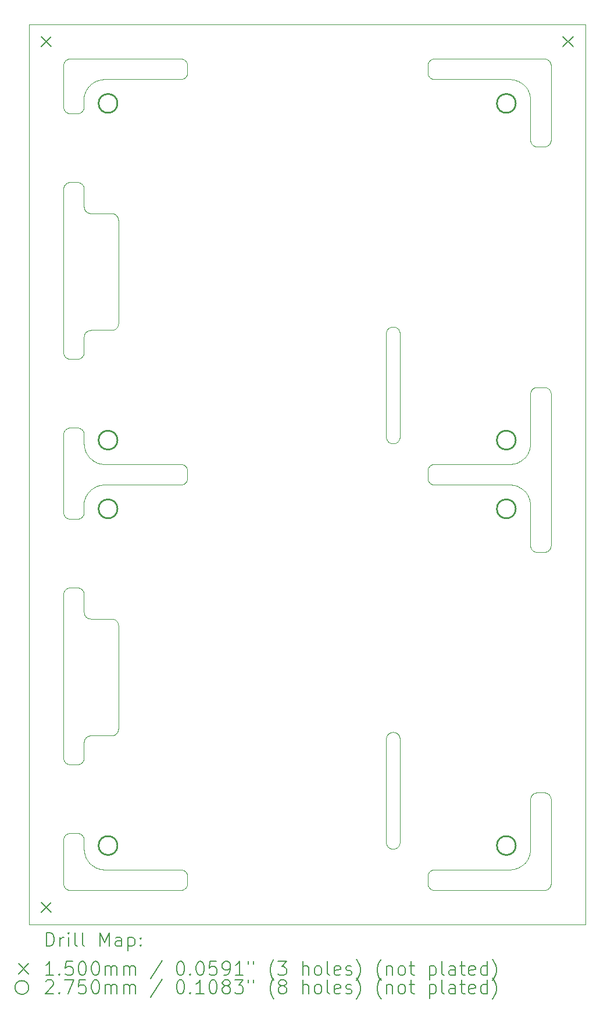
<source format=gbr>
%TF.GenerationSoftware,KiCad,Pcbnew,6.0.11+dfsg-1*%
%TF.CreationDate,2024-03-17T11:48:19+00:00*%
%TF.ProjectId,panel,70616e65-6c2e-46b6-9963-61645f706362,rev?*%
%TF.SameCoordinates,Original*%
%TF.FileFunction,Drillmap*%
%TF.FilePolarity,Positive*%
%FSLAX45Y45*%
G04 Gerber Fmt 4.5, Leading zero omitted, Abs format (unit mm)*
G04 Created by KiCad (PCBNEW 6.0.11+dfsg-1) date 2024-03-17 11:48:19*
%MOMM*%
%LPD*%
G01*
G04 APERTURE LIST*
%ADD10C,0.100000*%
%ADD11C,0.200000*%
%ADD12C,0.150000*%
%ADD13C,0.275000*%
G04 APERTURE END LIST*
D10*
X16011046Y-13945617D02*
X16011035Y-13945596D01*
X16689474Y-2798928D02*
X16684686Y-2798097D01*
X11585915Y-7918104D02*
X11588310Y-7922332D01*
X11755532Y-8362890D02*
X11766759Y-8368755D01*
X16657332Y-8688310D02*
X16653104Y-8685915D01*
X16605477Y-8489296D02*
X16606072Y-8484474D01*
X13099212Y-2734352D02*
X13097464Y-2738886D01*
X11614493Y-4701805D02*
X11614506Y-4701826D01*
X11599880Y-12675858D02*
X11599523Y-12680704D01*
X11588310Y-10249832D02*
X11590495Y-10254172D01*
X11624957Y-6483942D02*
X11623340Y-6485825D01*
X11652593Y-6461979D02*
X11652570Y-6461991D01*
X16694296Y-2500477D02*
X16699142Y-2500120D01*
X18026795Y-8296333D02*
X18028412Y-8294449D01*
X17888615Y-2813417D02*
X17888591Y-2813410D01*
X11592464Y-13831114D02*
X11594212Y-13835648D01*
X16003771Y-6472913D02*
X16005233Y-6468172D01*
X10800692Y-15099944D02*
X10800739Y-15099958D01*
X17829087Y-8701443D02*
X17816458Y-8700481D01*
X16070522Y-8095524D02*
X16065820Y-8093944D01*
X11638339Y-14146682D02*
X11644764Y-14157597D01*
X12017648Y-12348398D02*
X12017625Y-12348402D01*
X11600016Y-8100633D02*
X11600353Y-8113928D01*
X18367484Y-2525646D02*
X18371003Y-2528997D01*
X18377528Y-3743805D02*
X18374354Y-3747484D01*
X16028444Y-6430190D02*
X16031995Y-6426725D01*
X17813954Y-8399646D02*
X17816433Y-8399520D01*
X11650400Y-6463195D02*
X11650378Y-6463208D01*
X11389296Y-14599523D02*
X11384474Y-14598928D01*
X11336195Y-4319972D02*
X11340026Y-4316983D01*
X18026795Y-8803667D02*
X18026778Y-8803648D01*
X11709848Y-2866570D02*
X11699768Y-2874970D01*
X11644777Y-14157619D02*
X11646090Y-14159726D01*
X17800633Y-8399984D02*
X17813928Y-8399647D01*
X18055236Y-14157597D02*
X18061661Y-14146682D01*
X11322472Y-10233695D02*
X11325646Y-10230016D01*
X11632025Y-10623311D02*
X11632043Y-10623329D01*
X18085832Y-14091008D02*
X18085840Y-14090984D01*
X18399523Y-14510704D02*
X18398928Y-14515526D01*
X11614168Y-8191008D02*
X11618265Y-8202993D01*
X11600480Y-8116433D02*
X11600481Y-8116458D01*
X16648999Y-14583315D02*
X16645026Y-14580517D01*
X18899354Y-2000072D02*
X18899308Y-2000056D01*
X11520314Y-4299403D02*
X11525055Y-4300467D01*
X13102033Y-14374945D02*
X13103097Y-14379686D01*
X16186570Y-13949994D02*
X16183983Y-13954228D01*
X11853350Y-14296321D02*
X11855803Y-14296697D01*
X18075158Y-8880542D02*
X18069870Y-8869033D01*
X17873962Y-8390710D02*
X17873986Y-8390703D01*
X18007568Y-14216560D02*
X18007586Y-14216542D01*
X11384474Y-13771072D02*
X11389296Y-13770477D01*
X16679945Y-14597033D02*
X16675262Y-14595737D01*
X16689474Y-14598928D02*
X16684686Y-14598097D01*
X16147800Y-13987800D02*
X16143385Y-13990064D01*
X11614506Y-10601826D02*
X11615819Y-10603933D01*
X16052179Y-8087789D02*
X16047883Y-8085309D01*
X11304263Y-9127238D02*
X11302967Y-9122555D01*
X16699142Y-2799880D02*
X16694296Y-2799523D01*
X18005769Y-2881730D02*
X18005750Y-2881713D01*
X18046926Y-14170323D02*
X18053896Y-14159747D01*
X11600223Y-4656303D02*
X11600224Y-4656328D01*
X16156305Y-12317395D02*
X16156324Y-12317408D01*
X11384474Y-14598928D02*
X11379686Y-14598097D01*
X12092831Y-12287094D02*
X12090843Y-12291727D01*
X11657112Y-12359691D02*
X11657089Y-12359701D01*
X16194759Y-12368150D02*
X16194767Y-12368172D01*
X13093310Y-14352332D02*
X13095495Y-14356672D01*
X10800692Y-2000056D02*
X10800646Y-2000072D01*
X18099984Y-8999367D02*
X18099647Y-8986072D01*
X13039352Y-2794213D02*
X13034738Y-2795737D01*
X11563805Y-12747528D02*
X11559974Y-12750517D01*
X11328997Y-2528997D02*
X11332516Y-2525646D01*
X11780542Y-8375158D02*
X11780565Y-8375169D01*
X11322472Y-4333695D02*
X11325646Y-4330016D01*
X18899570Y-2000188D02*
X18899530Y-2000160D01*
X11583315Y-10241499D02*
X11585915Y-10245604D01*
X10800042Y-15099261D02*
X10800056Y-15099308D01*
X16013418Y-13949974D02*
X16011046Y-13945617D01*
X11603679Y-8146650D02*
X11603683Y-8146675D01*
X12074185Y-10682992D02*
X12077469Y-10686817D01*
X12097378Y-10727391D02*
X12097383Y-10727414D01*
X11547668Y-13781690D02*
X11551896Y-13784085D01*
X16197460Y-13922256D02*
X16196236Y-13927064D01*
X11606427Y-14061624D02*
X11609290Y-14073962D01*
X11683635Y-10648627D02*
X11686089Y-10649003D01*
X18397033Y-14525055D02*
X18395737Y-14529738D01*
X16614505Y-14356672D02*
X16616690Y-14352332D01*
X17846675Y-14296317D02*
X17859143Y-14294082D01*
X11600673Y-6538626D02*
X11600670Y-6538652D01*
X16013430Y-12350005D02*
X16016017Y-12345772D01*
X11638326Y-14146660D02*
X11638339Y-14146682D01*
X16039629Y-13979681D02*
X16035750Y-13976588D01*
X11659413Y-4741367D02*
X11659436Y-4741377D01*
X18099646Y-3086046D02*
X18099520Y-3083567D01*
X16624483Y-2759974D02*
X16621685Y-2756001D01*
X11646067Y-12365819D02*
X11646046Y-12365833D01*
X12067008Y-6424185D02*
X12063183Y-6427469D01*
X16104995Y-6400156D02*
X16109942Y-6400527D01*
X17933241Y-8731245D02*
X17933219Y-8731234D01*
X16616690Y-8647668D02*
X16614505Y-8643328D01*
X11304263Y-13840262D02*
X11305787Y-13835648D01*
X16619085Y-14348104D02*
X16621685Y-14343999D01*
X17859167Y-8705922D02*
X17859143Y-8705918D01*
X11384474Y-12768928D02*
X11379686Y-12768097D01*
X11314085Y-14551896D02*
X11311690Y-14547668D01*
X16199194Y-13912419D02*
X16199192Y-13912442D01*
X11309505Y-2556672D02*
X11311690Y-2552332D01*
X16061158Y-12307885D02*
X16061179Y-12307876D01*
X11648195Y-6464493D02*
X11648174Y-6464506D01*
X11361114Y-12762464D02*
X11356672Y-12760495D01*
X11643910Y-12367241D02*
X11641873Y-12368659D01*
X10800556Y-15099888D02*
X10800600Y-15099909D01*
X16065798Y-12306064D02*
X16065820Y-12306056D01*
X11597033Y-6795055D02*
X11595737Y-6799738D01*
X16025037Y-6433861D02*
X16025053Y-6433843D01*
X16178166Y-6437679D02*
X16181162Y-6441634D01*
X16006946Y-6463466D02*
X16008873Y-6458895D01*
X16178151Y-12337661D02*
X16178166Y-12337679D01*
X13103928Y-2715526D02*
X13103097Y-2720314D01*
X18899487Y-15099865D02*
X18899530Y-15099839D01*
X11588310Y-6817668D02*
X11585915Y-6821896D01*
X13105000Y-8499012D02*
X13105000Y-8600988D01*
X18199012Y-9680000D02*
X18199012Y-9680000D01*
X18325055Y-14597033D02*
X18320314Y-14598097D01*
X11529738Y-12765737D02*
X11525055Y-12767033D01*
X16197465Y-6477766D02*
X16198448Y-6482629D01*
X12096107Y-12277512D02*
X12094598Y-12282322D01*
X12063165Y-4772516D02*
X12063183Y-4772531D01*
X16147800Y-12312199D02*
X16147821Y-12312211D01*
X17800633Y-8700016D02*
X17800621Y-8700016D01*
X18109505Y-7336672D02*
X18111690Y-7332332D01*
X16035750Y-8076588D02*
X16035732Y-8076573D01*
X12002544Y-10650064D02*
X12007579Y-10650320D01*
X18068755Y-14133241D02*
X18068766Y-14133218D01*
X11379686Y-6868097D02*
X11374945Y-6867033D01*
X16619085Y-2548104D02*
X16621685Y-2543999D01*
X11600000Y-8951294D02*
X11600000Y-9098488D01*
X11332516Y-2525646D02*
X11336195Y-2522472D01*
X18086590Y-3011409D02*
X18086583Y-3011385D01*
X18075169Y-8219435D02*
X18076148Y-8217154D01*
X11618082Y-8888687D02*
X11617130Y-8891021D01*
X11823586Y-8390075D02*
X11823611Y-8390081D01*
X11624973Y-10616077D02*
X11626671Y-10617957D01*
X11665128Y-8810470D02*
X11656978Y-8820753D01*
X16156324Y-8082592D02*
X16156305Y-8082605D01*
X18305858Y-3779880D02*
X18300988Y-3780000D01*
X18397033Y-13254945D02*
X18398097Y-13259686D01*
X18055223Y-2942381D02*
X18053910Y-2940274D01*
X17917154Y-2823852D02*
X17917130Y-2823843D01*
X11883028Y-8700503D02*
X11869946Y-8701515D01*
X11613208Y-6500378D02*
X11613195Y-6500400D01*
X16606072Y-14515526D02*
X16605477Y-14510704D01*
X16008873Y-6458895D02*
X16008882Y-6458873D01*
X16645026Y-14580517D02*
X16641195Y-14577528D01*
X11600000Y-13999379D02*
X11600016Y-14000620D01*
X11309505Y-14543328D02*
X11307536Y-14538885D01*
X16129455Y-6404469D02*
X16129477Y-6404476D01*
X11826014Y-14290703D02*
X11826038Y-14290709D01*
X18099520Y-8983567D02*
X18099519Y-8983542D01*
X11628416Y-4719792D02*
X11630207Y-4721583D01*
X18104263Y-9609738D02*
X18102967Y-9605055D01*
X11543328Y-10207005D02*
X11547668Y-10209190D01*
X16138842Y-12307885D02*
X16143364Y-12309926D01*
X18018270Y-8794231D02*
X18016560Y-8792432D01*
X11681713Y-8305750D02*
X11681730Y-8305769D01*
X11735351Y-2848295D02*
X11724462Y-2855615D01*
X18107536Y-9618886D02*
X18105787Y-9614352D01*
X11607644Y-10588283D02*
X11608623Y-10590564D01*
X18899980Y-2000834D02*
X18899970Y-2000786D01*
X10800188Y-15099570D02*
X10800217Y-15099610D01*
X11691146Y-10649583D02*
X11693672Y-10649775D01*
X13020526Y-14301072D02*
X13025314Y-14301902D01*
X18136195Y-13202472D02*
X18140026Y-13199483D01*
X18096701Y-14044172D02*
X18098301Y-14031607D01*
X13056896Y-8685915D02*
X13052668Y-8688310D01*
X16194759Y-13931850D02*
X16193063Y-13936512D01*
X16191127Y-13941105D02*
X16191117Y-13941126D01*
X11567484Y-13795646D02*
X11571003Y-13798997D01*
X16028444Y-13969810D02*
X16028427Y-13969794D01*
X11899367Y-14299984D02*
X11899379Y-14299984D01*
X16197465Y-13922234D02*
X16197460Y-13922256D01*
X11602962Y-8935900D02*
X11600266Y-8948734D01*
X16114911Y-13998851D02*
X16114888Y-13998854D01*
X11676144Y-12352912D02*
X11673741Y-12353534D01*
X18356001Y-14583315D02*
X18351896Y-14585915D01*
X18900000Y-2001227D02*
X18900000Y-2001203D01*
X11624841Y-14119458D02*
X11630130Y-14130967D01*
X16160371Y-8079681D02*
X16160352Y-8079695D01*
X16174947Y-13966157D02*
X16171573Y-13969794D01*
X11666444Y-6455823D02*
X11664117Y-6456686D01*
X12017648Y-4751602D02*
X12022586Y-4752617D01*
X11665128Y-2910470D02*
X11656978Y-2920753D01*
X11635825Y-6473340D02*
X11633942Y-6474957D01*
X16109965Y-8099471D02*
X16109942Y-8099473D01*
X11300119Y-14505858D02*
X11300000Y-14500988D01*
X11782846Y-14276147D02*
X11782870Y-14276157D01*
X17994430Y-8328428D02*
X17994449Y-8328412D01*
X17946660Y-8738326D02*
X17944490Y-8737121D01*
X11617130Y-8891021D02*
X11617120Y-8891045D01*
X17994430Y-14228428D02*
X17994449Y-14228412D01*
X12099935Y-6352544D02*
X12099680Y-6357579D01*
X11686114Y-4749007D02*
X11688626Y-4749327D01*
X11304263Y-10267762D02*
X11305787Y-10263148D01*
X18018287Y-2894250D02*
X18018270Y-2894231D01*
X11600417Y-10558854D02*
X11600419Y-10558879D01*
X16199937Y-12397496D02*
X16199969Y-12398760D01*
X16000805Y-13912419D02*
X16000311Y-13907482D01*
X16032012Y-6426710D02*
X16035732Y-6423427D01*
X12092831Y-4812906D02*
X12092840Y-4812928D01*
X16648999Y-8683315D02*
X16645026Y-8680517D01*
X18315526Y-2501072D02*
X18320314Y-2501903D01*
X11809016Y-8385840D02*
X11811385Y-8386583D01*
X11600000Y-9098488D02*
X11599880Y-9103358D01*
X11643931Y-12367226D02*
X11643910Y-12367241D01*
X18148104Y-13194085D02*
X18152332Y-13191690D01*
X11602906Y-4673831D02*
X11602912Y-4673856D01*
X18170262Y-3775737D02*
X18165648Y-3774212D01*
X16021834Y-8062320D02*
X16018838Y-8058366D01*
X11762597Y-2832737D02*
X11751013Y-2838899D01*
X18062891Y-2955532D02*
X18062879Y-2955510D01*
X16641195Y-8422472D02*
X16645026Y-8419483D01*
X16035750Y-6423412D02*
X16039629Y-6420318D01*
X11762597Y-8732737D02*
X11751013Y-8738900D01*
X16641195Y-2777528D02*
X16637516Y-2774354D01*
X11309505Y-13826672D02*
X11311690Y-13822332D01*
X10800248Y-15099648D02*
X10800281Y-15099684D01*
X13005988Y-14300000D02*
X13010858Y-14300119D01*
X11637827Y-12371707D02*
X11637807Y-12371723D01*
X13020526Y-2501072D02*
X13025314Y-2501903D01*
X16052179Y-12312211D02*
X16052200Y-12312199D01*
X11606916Y-8920687D02*
X11606909Y-8920712D01*
X16085112Y-8098854D02*
X16085089Y-8098851D01*
X11328997Y-9168503D02*
X11325646Y-9164984D01*
X12063183Y-12327469D02*
X12063165Y-12327484D01*
X17957597Y-8355236D02*
X17957619Y-8355223D01*
X16075343Y-12303119D02*
X16080180Y-12302015D01*
X11316685Y-7913999D02*
X11319483Y-7910026D01*
X18081727Y-2996983D02*
X18080865Y-2994656D01*
X11885597Y-2800371D02*
X11885571Y-2800372D01*
X12059178Y-10669430D02*
X12063165Y-10672516D01*
X18143999Y-13196685D02*
X18148104Y-13194085D01*
X18076148Y-14117154D02*
X18076157Y-14117130D01*
X11711866Y-2864975D02*
X11711846Y-2864990D01*
X10800013Y-15099117D02*
X10800020Y-15099165D01*
X11543328Y-3287995D02*
X11538885Y-3289964D01*
X16005233Y-13931828D02*
X16003771Y-13927087D01*
X12070679Y-10679304D02*
X12070696Y-10679320D01*
X18165648Y-7285787D02*
X18170262Y-7284263D01*
X18062891Y-8855532D02*
X18062879Y-8855510D01*
X18093573Y-14061624D02*
X18093578Y-14061599D01*
X16174947Y-6433843D02*
X16174962Y-6433861D01*
X11300000Y-10296512D02*
X11300119Y-10291642D01*
X11806098Y-8714847D02*
X11793705Y-8719154D01*
X12027512Y-6446107D02*
X12027489Y-6446114D01*
X11662033Y-14182631D02*
X11663552Y-14184594D01*
X11700621Y-10650000D02*
X11700633Y-10650000D01*
X18045479Y-2927598D02*
X18037983Y-2917389D01*
X16606072Y-14384474D02*
X16606902Y-14379686D01*
X11637827Y-4728293D02*
X11639790Y-4729812D01*
X11737522Y-8746916D02*
X11737501Y-8746929D01*
X16186581Y-6450026D02*
X16188954Y-6454383D01*
X18100477Y-3690704D02*
X18100120Y-3685858D01*
X16052200Y-8087800D02*
X16052179Y-8087789D01*
X11699379Y-12350016D02*
X11699367Y-12350016D01*
X18334352Y-2505787D02*
X18338886Y-2507536D01*
X16178166Y-8062320D02*
X16178151Y-8062339D01*
X11594212Y-10263148D02*
X11595737Y-10267762D01*
X18199012Y-3780000D02*
X18199012Y-3780000D01*
X11370262Y-6865737D02*
X11365648Y-6864212D01*
X18899261Y-15099958D02*
X18899308Y-15099944D01*
X16607967Y-8474945D02*
X16609263Y-8470262D01*
X11356672Y-2509505D02*
X11361114Y-2507536D01*
X11630337Y-8862562D02*
X11630325Y-8862585D01*
X11614506Y-12398174D02*
X11614493Y-12398195D01*
X18329738Y-9675737D02*
X18325055Y-9677033D01*
X17982611Y-8337982D02*
X17982631Y-8337967D01*
X11300477Y-2589296D02*
X11301072Y-2584474D01*
X17972402Y-8754521D02*
X17972381Y-8754506D01*
X12099968Y-4848740D02*
X12100000Y-4851261D01*
X12096114Y-4822511D02*
X12097378Y-4827391D01*
X16619085Y-8651896D02*
X16616690Y-8647668D01*
X11379686Y-12768097D02*
X11374945Y-12767033D01*
X11309505Y-6813328D02*
X11307536Y-6808885D01*
X16704012Y-14600000D02*
X16699142Y-14599880D01*
X17816458Y-8700481D02*
X17816433Y-8700480D01*
X18334352Y-7285787D02*
X18338886Y-7287536D01*
X11717369Y-14237967D02*
X11717389Y-14237982D01*
X18329738Y-3775737D02*
X18325055Y-3777033D01*
X16114911Y-6401149D02*
X16119797Y-6402011D01*
X11374945Y-2502967D02*
X11379686Y-2501903D01*
X11534352Y-6864212D02*
X11529738Y-6865737D01*
X18899970Y-15099214D02*
X18899980Y-15099165D01*
X18086583Y-14088615D02*
X18086590Y-14088591D01*
X18392464Y-7341114D02*
X18394213Y-7345648D01*
X12086155Y-6400703D02*
X12086143Y-6400723D01*
X18085832Y-8908992D02*
X18081735Y-8897007D01*
X18098301Y-14031607D02*
X18098304Y-14031582D01*
X16188954Y-13945617D02*
X16186581Y-13949974D01*
X12074169Y-4782974D02*
X12074185Y-4782992D01*
X16021848Y-6437661D02*
X16025037Y-6433861D01*
X16197460Y-12377743D02*
X16197465Y-12377766D01*
X17816433Y-2800480D02*
X17813954Y-2800354D01*
X11614506Y-4701826D02*
X11615819Y-4703933D01*
X12092840Y-4812928D02*
X12094591Y-4817655D01*
X11352332Y-6858310D02*
X11348104Y-6855915D01*
X16666114Y-8692464D02*
X16661672Y-8690495D01*
X17844172Y-2803299D02*
X17831607Y-2801699D01*
X11623340Y-4714175D02*
X11624957Y-4716058D01*
X11606695Y-6514093D02*
X11606686Y-6514117D01*
X17996352Y-14226778D02*
X18005750Y-14218287D01*
X16134180Y-8093944D02*
X16129477Y-8095524D01*
X18148104Y-9665915D02*
X18143999Y-9663315D01*
X18184474Y-13181072D02*
X18189296Y-13180477D01*
X16188954Y-8045617D02*
X16186581Y-8049974D01*
X12077469Y-10686817D02*
X12077484Y-10686835D01*
X17861624Y-14293573D02*
X17873962Y-14290709D01*
X12059178Y-12330570D02*
X12059159Y-12330584D01*
X16168005Y-12326725D02*
X16171556Y-12330190D01*
X16670648Y-8694213D02*
X16666114Y-8692464D01*
X11671572Y-14194430D02*
X11671588Y-14194449D01*
X13105000Y-14500988D02*
X13104880Y-14505858D01*
X18099519Y-14016458D02*
X18099520Y-14016433D01*
X16174962Y-6433861D02*
X16178151Y-6437661D01*
X11696176Y-4749903D02*
X11696201Y-4749904D01*
X11613208Y-12400378D02*
X11613195Y-12400400D01*
X11840832Y-8394078D02*
X11840857Y-8394082D01*
X18152332Y-13191690D02*
X18156672Y-13189505D01*
X11580517Y-6829974D02*
X11577528Y-6833805D01*
X13010858Y-2500120D02*
X13015704Y-2500477D01*
X11646399Y-8835610D02*
X11646385Y-8835631D01*
X11305787Y-7935648D02*
X11307536Y-7931114D01*
X17944490Y-2837121D02*
X17944468Y-2837109D01*
X16199969Y-13901240D02*
X16199937Y-13902504D01*
X11811409Y-14286590D02*
X11823586Y-14290075D01*
X11686089Y-12350997D02*
X11683635Y-12351372D01*
X16181175Y-12341653D02*
X16183970Y-12345752D01*
X12059159Y-10669416D02*
X12059178Y-10669430D01*
X16109942Y-8099473D02*
X16104995Y-8099844D01*
X12046274Y-4761387D02*
X12046295Y-4761398D01*
X13010858Y-2799880D02*
X13005988Y-2800000D01*
X13097464Y-2561114D02*
X13099212Y-2565648D01*
X17891008Y-2814168D02*
X17890984Y-2814160D01*
X11605922Y-8159167D02*
X11606422Y-8161599D01*
X11606909Y-8920712D02*
X11603555Y-8933397D01*
X16616690Y-14352332D02*
X16619085Y-14348104D01*
X11998739Y-4750000D02*
X12001260Y-4750032D01*
X11348104Y-4311585D02*
X11352332Y-4309190D01*
X11361114Y-7877536D02*
X11365648Y-7875787D01*
X11348104Y-10211585D02*
X11352332Y-10209190D01*
X11343999Y-2516685D02*
X11348104Y-2514085D01*
X11623340Y-12385825D02*
X11623324Y-12385844D01*
X11776784Y-8726030D02*
X11764899Y-8731588D01*
X11600353Y-14013928D02*
X11600354Y-14013954D01*
X12067026Y-12324169D02*
X12067008Y-12324185D01*
X11580517Y-10237526D02*
X11583315Y-10241499D01*
X16143385Y-8090064D02*
X16143364Y-8090074D01*
X16694296Y-14599523D02*
X16689474Y-14598928D01*
X13079354Y-14567484D02*
X13076003Y-14571003D01*
X18080856Y-2994632D02*
X18076157Y-2982870D01*
X16624483Y-2540026D02*
X16627472Y-2536195D01*
X18152332Y-3768310D02*
X18148104Y-3765915D01*
X16191117Y-12358873D02*
X16191127Y-12358895D01*
X18028412Y-14194449D02*
X18028428Y-14194430D01*
X13082528Y-14336195D02*
X13085517Y-14340026D01*
X11696176Y-12350097D02*
X11693697Y-12350223D01*
X11683440Y-14207568D02*
X11683458Y-14207586D01*
X11600097Y-10553824D02*
X11600223Y-10556303D01*
X10800513Y-2000135D02*
X10800470Y-2000160D01*
X17930990Y-8730141D02*
X17930967Y-8730130D01*
X16000062Y-12397496D02*
X16000310Y-12392541D01*
X18098557Y-8129087D02*
X18099519Y-8116458D01*
X13079354Y-2767484D02*
X13076003Y-2771003D01*
X18359974Y-9660517D02*
X18356001Y-9663315D01*
X11639334Y-8846697D02*
X11639321Y-8846719D01*
X18085840Y-8190984D02*
X18086583Y-8188615D01*
X12086143Y-4799276D02*
X12086155Y-4799297D01*
X16056614Y-13990064D02*
X16052200Y-13987800D01*
X12059159Y-4769416D02*
X12059178Y-4769430D01*
X16138821Y-8092123D02*
X16134202Y-8093936D01*
X18036432Y-2915386D02*
X18028428Y-2905570D01*
X18343328Y-7289505D02*
X18347668Y-7291690D01*
X11870887Y-8398555D02*
X11870913Y-8398557D01*
X11603534Y-10576259D02*
X11603541Y-10576283D01*
X11623324Y-4714155D02*
X11623340Y-4714175D01*
X17970323Y-8753074D02*
X17959747Y-8746104D01*
X11624449Y-2974316D02*
X11624438Y-2974339D01*
X18395737Y-14529738D02*
X18394213Y-14534352D01*
X18351896Y-7294085D02*
X18356001Y-7296685D01*
X11607634Y-10588259D02*
X11607644Y-10588283D01*
X11606686Y-6514117D02*
X11605823Y-6516444D01*
X11607631Y-3018243D02*
X11607623Y-3018267D01*
X16610787Y-14365648D02*
X16612536Y-14361114D01*
X13103097Y-2579686D02*
X13103928Y-2584474D01*
X11600997Y-10563911D02*
X11601372Y-10566365D01*
X11686376Y-2887350D02*
X11686358Y-2887369D01*
X13079354Y-8667484D02*
X13076003Y-8671003D01*
X11678636Y-10647667D02*
X11678661Y-10647672D01*
X18165648Y-3774212D02*
X18161114Y-3772464D01*
X11675463Y-2898627D02*
X11675446Y-2898646D01*
X11709868Y-8766554D02*
X11709848Y-8766570D01*
X13034738Y-8695737D02*
X13030055Y-8697033D01*
X11608623Y-6509436D02*
X11607644Y-6511717D01*
X11618092Y-2988663D02*
X11618082Y-2988687D01*
X18356001Y-13196685D02*
X18359974Y-13199483D01*
X11605823Y-10583556D02*
X11606686Y-10585883D01*
X11659413Y-10641367D02*
X11659436Y-10641377D01*
X10800883Y-2000013D02*
X10800834Y-2000020D01*
X18132516Y-9654354D02*
X18128997Y-9651003D01*
X11603679Y-14046650D02*
X11603683Y-14046675D01*
X13103928Y-14515526D02*
X13103097Y-14520314D01*
X11637807Y-4728277D02*
X11637827Y-4728293D01*
X11322472Y-14563805D02*
X11319483Y-14559974D01*
X18189296Y-3779523D02*
X18184474Y-3778928D01*
X11623367Y-2976622D02*
X11623357Y-2976645D01*
X18899684Y-15099719D02*
X18899719Y-15099684D01*
X12050703Y-12336155D02*
X12046295Y-12338602D01*
X11319483Y-12729974D02*
X11316685Y-12726001D01*
X11389296Y-7870477D02*
X11394142Y-7870119D01*
X12046295Y-4761398D02*
X12050703Y-4763844D01*
X11614160Y-14090984D02*
X11614168Y-14091008D01*
X16160352Y-8079695D02*
X16156324Y-8082592D01*
X11525055Y-12767033D02*
X11520314Y-12768097D01*
X12099678Y-10742397D02*
X12099680Y-10742421D01*
X11563805Y-7892472D02*
X11567484Y-7895646D01*
X11664117Y-10643314D02*
X11666444Y-10644176D01*
X16630646Y-8432516D02*
X16633997Y-8428997D01*
X11600000Y-13999367D02*
X11600000Y-13999379D01*
X16129477Y-12304476D02*
X16134180Y-12306056D01*
X16199194Y-12387581D02*
X16199688Y-12392518D01*
X11319483Y-13810026D02*
X11322472Y-13806195D01*
X18343328Y-3770495D02*
X18338886Y-3772464D01*
X18099647Y-8113928D02*
X18099984Y-8100633D01*
X16016030Y-12345752D02*
X16018825Y-12341653D01*
X17957597Y-2844764D02*
X17946682Y-2838339D01*
X17905368Y-8719144D02*
X17905344Y-8719135D01*
X13010858Y-8400120D02*
X13015704Y-8400477D01*
X11311690Y-10249832D02*
X11314085Y-10245604D01*
X11611641Y-8905723D02*
X11611633Y-8905747D01*
X18374354Y-9647484D02*
X18371003Y-9651003D01*
X11656978Y-8820753D02*
X11656962Y-8820774D01*
X17799379Y-8400000D02*
X17800621Y-8399984D01*
X11300477Y-14510704D02*
X11300119Y-14505858D01*
X11867413Y-8701776D02*
X11867387Y-8701779D01*
X16005240Y-6468150D02*
X16006937Y-6463488D01*
X11543328Y-7879505D02*
X11547668Y-7881690D01*
X16095005Y-13999844D02*
X16090058Y-13999473D01*
X16109942Y-13999473D02*
X16104995Y-13999844D01*
X16061158Y-13992114D02*
X16056636Y-13990074D01*
X11630207Y-6478416D02*
X11628416Y-6480207D01*
X18392464Y-2561114D02*
X18394213Y-2565648D01*
X16056614Y-6409936D02*
X16056636Y-6409926D01*
X11600000Y-3051268D02*
X11600000Y-3051294D01*
X17933219Y-14268766D02*
X17933241Y-14268755D01*
X10800390Y-15099783D02*
X10800430Y-15099812D01*
X11585915Y-6821896D02*
X11583315Y-6826001D01*
X11607634Y-4688259D02*
X11607644Y-4688283D01*
X12012641Y-6449165D02*
X12012618Y-6449168D01*
X11605815Y-10583532D02*
X11605823Y-10583556D01*
X17846650Y-14296321D02*
X17846675Y-14296317D01*
X11654521Y-8272401D02*
X11662017Y-8282611D01*
X11304263Y-14529738D02*
X11302967Y-14525055D01*
X18055223Y-8842381D02*
X18053910Y-8840274D01*
X11609919Y-8176389D02*
X11609925Y-8176414D01*
X11609701Y-12407089D02*
X11609691Y-12407112D01*
X11365648Y-4303287D02*
X11370262Y-4301763D01*
X13103097Y-14379686D02*
X13103928Y-14384474D01*
X16075320Y-13996875D02*
X16070545Y-13995531D01*
X11653088Y-8270344D02*
X11654506Y-8272381D01*
X11595737Y-12699738D02*
X11594212Y-12704352D01*
X16193063Y-12363488D02*
X16194759Y-12368150D01*
X11648195Y-4735507D02*
X11650378Y-4736792D01*
X18899928Y-2000645D02*
X18899909Y-2000600D01*
X18045494Y-8272381D02*
X18046912Y-8270344D01*
X18098555Y-8970887D02*
X18098304Y-8968418D01*
X11563805Y-9175028D02*
X11559974Y-9178017D01*
X16619085Y-14551896D02*
X16616690Y-14547668D01*
X11370262Y-14595737D02*
X11365648Y-14594212D01*
X11574354Y-12737484D02*
X11571003Y-12741003D01*
X11661741Y-6457634D02*
X11661717Y-6457644D01*
X12099968Y-10748740D02*
X12100000Y-10751261D01*
X11309505Y-7926672D02*
X11311690Y-7922332D01*
X11600016Y-4650633D02*
X11600096Y-4653798D01*
X11632043Y-4723329D02*
X11633923Y-4725027D01*
X13039352Y-8405787D02*
X13043885Y-8407536D01*
X11322472Y-13806195D02*
X11325646Y-13802516D01*
X11671257Y-10645755D02*
X11671282Y-10645762D01*
X18094078Y-14059167D02*
X18094082Y-14059142D01*
X17813928Y-8399647D02*
X17813954Y-8399646D01*
X11606422Y-8161599D02*
X11606427Y-8161624D01*
X12037094Y-12342831D02*
X12037072Y-12342840D01*
X16143385Y-6409936D02*
X16147800Y-6412199D01*
X11840857Y-14294082D02*
X11853325Y-14296317D01*
X16637516Y-2525646D02*
X16641195Y-2522472D01*
X18898797Y-15100000D02*
X18899019Y-15099994D01*
X18016542Y-2892414D02*
X18007586Y-2883458D01*
X11600419Y-4658879D02*
X11600670Y-4661348D01*
X16193054Y-13936534D02*
X16191127Y-13941105D01*
X16001552Y-6482629D02*
X16002535Y-6477766D01*
X16694296Y-14300477D02*
X16699142Y-14300119D01*
X11595737Y-6799738D02*
X11594212Y-6804352D01*
X11678661Y-10647672D02*
X11681092Y-10648172D01*
X11630140Y-14130990D02*
X11631234Y-14133218D01*
X11605917Y-14059142D02*
X11605922Y-14059167D01*
X18899261Y-2000042D02*
X18899214Y-2000030D01*
X18098555Y-8129112D02*
X18098557Y-8129087D01*
X16199690Y-12392541D02*
X16199937Y-12397496D01*
X11300000Y-2599012D02*
X11300119Y-2594142D01*
X16134180Y-6406056D02*
X16134202Y-6406064D01*
X17846675Y-2803683D02*
X17846650Y-2803679D01*
X18390495Y-9623328D02*
X18388310Y-9627668D01*
X18036432Y-8815386D02*
X18028428Y-8805570D01*
X18090081Y-14076389D02*
X18090703Y-14073986D01*
X17859167Y-8394078D02*
X17861599Y-8393578D01*
X18385915Y-9631896D02*
X18383315Y-9636001D01*
X16684686Y-14598097D02*
X16679945Y-14597033D01*
X11609919Y-14076389D02*
X11609925Y-14076414D01*
X11646104Y-14159747D02*
X11653074Y-14170323D01*
X16095005Y-6400156D02*
X16095029Y-6400155D01*
X11618673Y-12391852D02*
X11618659Y-12391873D01*
X17844197Y-8703303D02*
X17844172Y-8703299D01*
X11650378Y-6463208D02*
X11648195Y-6464493D01*
X11302967Y-2574945D02*
X11304263Y-2570262D01*
X16119797Y-13997989D02*
X16114911Y-13998851D01*
X16124679Y-13996875D02*
X16124657Y-13996880D01*
X11604245Y-4678743D02*
X11604988Y-4681111D01*
X11574354Y-9164984D02*
X11571003Y-9168503D01*
X16609263Y-14370262D02*
X16610787Y-14365648D01*
X12096114Y-10722511D02*
X12097378Y-10727391D01*
X16670648Y-2505787D02*
X16675262Y-2504263D01*
X11673222Y-14196352D02*
X11681713Y-14205750D01*
X11384474Y-2501072D02*
X11389296Y-2500477D01*
X18399523Y-9590704D02*
X18398928Y-9595526D01*
X11574354Y-3264984D02*
X11571003Y-3268503D01*
X11500988Y-13770000D02*
X11500988Y-13770000D01*
X11538885Y-9189964D02*
X11534352Y-9191713D01*
X17946660Y-8361674D02*
X17946682Y-8361661D01*
X11633923Y-12374973D02*
X11632043Y-12376671D01*
X11688201Y-8785574D02*
X11688182Y-8785592D01*
X16000311Y-6492518D02*
X16000805Y-6487581D01*
X18900000Y-15098797D02*
X18900000Y-15098773D01*
X16080203Y-12302011D02*
X16085089Y-12301149D01*
X16011046Y-12354383D02*
X16013418Y-12350026D01*
X18363805Y-9657528D02*
X18359974Y-9660517D01*
X11604988Y-6518889D02*
X11604245Y-6521257D01*
X12080584Y-4790841D02*
X12083464Y-4794978D01*
X11574354Y-10230016D02*
X11577528Y-10233695D01*
X16114888Y-13998854D02*
X16109965Y-13999471D01*
X11782870Y-14276157D02*
X11794632Y-14280856D01*
X16637516Y-2774354D02*
X16633997Y-2771003D01*
X16194767Y-8031828D02*
X16194759Y-8031850D01*
X11766759Y-8368755D02*
X11766781Y-8368766D01*
X16008882Y-12358873D02*
X16011035Y-12354403D01*
X18098301Y-8131607D02*
X18098304Y-8131582D01*
X12037072Y-6442840D02*
X12032345Y-6444591D01*
X11571003Y-13798997D02*
X11574354Y-13802516D01*
X13030055Y-14302967D02*
X13034738Y-14304263D01*
X11567484Y-10223146D02*
X11571003Y-10226497D01*
X11600016Y-14000620D02*
X11600016Y-14000633D01*
X11556001Y-12753315D02*
X11551896Y-12755915D01*
X18101072Y-9595526D02*
X18100477Y-9590704D01*
X11617241Y-10606090D02*
X11618659Y-10608127D01*
X11604237Y-10578718D02*
X11604245Y-10578743D01*
X11538885Y-3289964D02*
X11534352Y-3291712D01*
X11379686Y-3295597D02*
X11374945Y-3294533D01*
X16193063Y-8036512D02*
X16193054Y-8036534D01*
X17944490Y-14262878D02*
X17946660Y-14261674D01*
X11646399Y-2935610D02*
X11646385Y-2935631D01*
X11683610Y-12351377D02*
X11681117Y-12351823D01*
X11633942Y-12374957D02*
X11633923Y-12374973D01*
X11729656Y-8346912D02*
X11729677Y-8346926D01*
X11604996Y-6518865D02*
X11604988Y-6518889D01*
X18374354Y-3747484D02*
X18371003Y-3751003D01*
X18394213Y-3714352D02*
X18392464Y-3718885D01*
X11602906Y-10573831D02*
X11602912Y-10573856D01*
X18105787Y-3714352D02*
X18104263Y-3709738D01*
X13104880Y-8605858D02*
X13104523Y-8610704D01*
X10800470Y-15099839D02*
X10800513Y-15099865D01*
X18096321Y-14046650D02*
X18096697Y-14044197D01*
X12099935Y-10747456D02*
X12099968Y-10748740D01*
X18016560Y-14207568D02*
X18018270Y-14205769D01*
X16032012Y-12326710D02*
X16035732Y-12323427D01*
X11314085Y-12721896D02*
X11311690Y-12717668D01*
X11590495Y-13826672D02*
X11592464Y-13831114D01*
X11352332Y-3285810D02*
X11348104Y-3283415D01*
X18325055Y-2502967D02*
X18329738Y-2504263D01*
X11600993Y-10563886D02*
X11600997Y-10563911D01*
X11618273Y-14103017D02*
X11619135Y-14105344D01*
X11621723Y-10612192D02*
X11623324Y-10614155D01*
X11399012Y-6870000D02*
X11394142Y-6869880D01*
X11654838Y-4739194D02*
X11654860Y-4739205D01*
X17800633Y-2800016D02*
X17800621Y-2800016D01*
X18156672Y-9670495D02*
X18152332Y-9668310D01*
X11854375Y-8703463D02*
X11854349Y-8703466D01*
X12090843Y-12291727D02*
X12090833Y-12291748D01*
X17944468Y-14262890D02*
X17944490Y-14262878D01*
X11301902Y-6790314D02*
X11301072Y-6785526D01*
X16002535Y-8022234D02*
X16001552Y-8017371D01*
X11309505Y-12713328D02*
X11307536Y-12708885D01*
X18132516Y-3754354D02*
X18128997Y-3751003D01*
X18018287Y-14205750D02*
X18026778Y-14196352D01*
X16018838Y-13958366D02*
X16018825Y-13958347D01*
X18359974Y-7299483D02*
X18363805Y-7302472D01*
X16199969Y-12398760D02*
X16200000Y-12401240D01*
X16005233Y-12368172D02*
X16005240Y-12368150D01*
X12027489Y-10653886D02*
X12027512Y-10653892D01*
X10800981Y-2000006D02*
X10800981Y-2000006D01*
X11659436Y-4741377D02*
X11661717Y-4742356D01*
X12092831Y-6387094D02*
X12090843Y-6391727D01*
X16138842Y-13992114D02*
X16138821Y-13992123D01*
X11659413Y-12358633D02*
X11657112Y-12359691D01*
X13082528Y-2536195D02*
X13085517Y-2540026D01*
X13020526Y-8698928D02*
X13015704Y-8699523D01*
X11598097Y-4377186D02*
X11598928Y-4381974D01*
X11677194Y-8796760D02*
X11677176Y-8796778D01*
X18018270Y-14205769D02*
X18018287Y-14205750D01*
X11603555Y-8933397D02*
X11603549Y-8933422D01*
X11855828Y-14296700D02*
X11868393Y-14298301D01*
X18395737Y-3709738D02*
X18394213Y-3714352D01*
X11600000Y-4649379D02*
X11600016Y-4650621D01*
X11608633Y-12409413D02*
X11608623Y-12409436D01*
X11654838Y-6460806D02*
X11652593Y-6461979D01*
X11601372Y-6533635D02*
X11600997Y-6536089D01*
X16168005Y-8073274D02*
X16167987Y-8073290D01*
X16605000Y-2599012D02*
X16605119Y-2594142D01*
X11724441Y-8755630D02*
X11722385Y-8757089D01*
X18899354Y-15099927D02*
X18899400Y-15099909D01*
X18399880Y-13274142D02*
X18400000Y-13279012D01*
X11735373Y-8748281D02*
X11735351Y-8748295D01*
X11394142Y-7870119D02*
X11399012Y-7870000D01*
X11615833Y-12396046D02*
X11615819Y-12396067D01*
X13064974Y-2519483D02*
X13068805Y-2522472D01*
X11525055Y-13772967D02*
X11529738Y-13774263D01*
X11600000Y-10549379D02*
X11600016Y-10550621D01*
X17859143Y-2805917D02*
X17846675Y-2803683D01*
X11624438Y-2974339D02*
X11623367Y-2976622D01*
X18111690Y-9627668D02*
X18109505Y-9623328D01*
X18100000Y-9000633D02*
X18100000Y-9000621D01*
X17799379Y-2800000D02*
X17799367Y-2800000D01*
X18325055Y-9677033D02*
X18320314Y-9678097D01*
X11300000Y-3198488D02*
X11300000Y-2599012D01*
X11599523Y-12680704D02*
X11598928Y-12685526D01*
X11638008Y-2948901D02*
X11631536Y-2960315D01*
X18098557Y-14029087D02*
X18099519Y-14016458D01*
X16002540Y-6477743D02*
X16003764Y-6472936D01*
X11751013Y-2838899D02*
X11750991Y-2838912D01*
X11590495Y-4354172D02*
X11592464Y-4358614D01*
X16147821Y-6412211D02*
X16152117Y-6414691D01*
X11370262Y-13774263D02*
X11374945Y-13772967D01*
X11618659Y-12391873D02*
X11617241Y-12393910D01*
X11500988Y-9197500D02*
X11399012Y-9197500D01*
X11666777Y-2908496D02*
X11666761Y-2908516D01*
X18018270Y-2894231D02*
X18016560Y-2892432D01*
X12090843Y-4808273D02*
X12092831Y-4812906D01*
X11603683Y-14046675D02*
X11605917Y-14059142D01*
X16648999Y-2783315D02*
X16645026Y-2780517D01*
X13005988Y-8700000D02*
X11900643Y-8700000D01*
X18140026Y-7299483D02*
X18143999Y-7296685D01*
X11664117Y-12356686D02*
X11664093Y-12356695D01*
X11673741Y-12353534D02*
X11673717Y-12353541D01*
X11606695Y-12414093D02*
X11606686Y-12414117D01*
X12041727Y-10659157D02*
X12041748Y-10659167D01*
X11598097Y-13849686D02*
X11598928Y-13854474D01*
X18080865Y-8894656D02*
X18080856Y-8894632D01*
X12027512Y-12346107D02*
X12027489Y-12346114D01*
X11352332Y-4309190D02*
X11356672Y-4307005D01*
X13005988Y-2800000D02*
X11900643Y-2800000D01*
X11613195Y-10599600D02*
X11613208Y-10599622D01*
X16119797Y-6402011D02*
X16119820Y-6402015D01*
X11671257Y-12354245D02*
X11668889Y-12354988D01*
X11796983Y-8381727D02*
X11797007Y-8381735D01*
X18320314Y-2501903D02*
X18325055Y-2502967D01*
X16614505Y-2743328D02*
X16612536Y-2738886D01*
X16156324Y-13982592D02*
X16156305Y-13982605D01*
X11520314Y-3295597D02*
X11515526Y-3296428D01*
X11693697Y-6450223D02*
X11693672Y-6450224D01*
X16160371Y-12320318D02*
X16164250Y-12323412D01*
X17831582Y-14298304D02*
X17831607Y-14298301D01*
X18100000Y-8099379D02*
X18100000Y-8099367D01*
X18184474Y-7281072D02*
X18189296Y-7280477D01*
X11748774Y-8740166D02*
X11737522Y-8746916D01*
X11753340Y-14261674D02*
X11755510Y-14262878D01*
X11332516Y-3271854D02*
X11328997Y-3268503D01*
X13068805Y-8677528D02*
X13064974Y-8680517D01*
X11348104Y-2514085D02*
X11352332Y-2511690D01*
X11836406Y-8706734D02*
X11823636Y-8709746D01*
X11691121Y-10649581D02*
X11691146Y-10649583D01*
X18359974Y-13199483D02*
X18363805Y-13202472D01*
X11766759Y-14268755D02*
X11766781Y-14268766D01*
X11644764Y-8257597D02*
X11644777Y-8257619D01*
X11595737Y-3227238D02*
X11594212Y-3231852D01*
X11779118Y-8725010D02*
X11776808Y-8726019D01*
X16641195Y-14322472D02*
X16645026Y-14319483D01*
X18114085Y-13228104D02*
X18116685Y-13223999D01*
X12063183Y-6427469D02*
X12063165Y-6427484D01*
X11641873Y-4731341D02*
X11643910Y-4732759D01*
X16171573Y-13969794D02*
X16171556Y-13969810D01*
X11328997Y-4326497D02*
X11332516Y-4323146D01*
X11588310Y-3245168D02*
X11585915Y-3249396D01*
X16196229Y-6472913D02*
X16196236Y-6472936D01*
X11602912Y-6526144D02*
X11602906Y-6526169D01*
X11599880Y-10291642D02*
X11600000Y-10296512D01*
X11641852Y-4731327D02*
X11641873Y-4731341D01*
X16199688Y-8007482D02*
X16199194Y-8012419D01*
X16100012Y-8099969D02*
X16099988Y-8099969D01*
X18036448Y-8815406D02*
X18036432Y-8815386D01*
X16198448Y-13917371D02*
X16197465Y-13922234D01*
X12027489Y-12346114D02*
X12022609Y-12347378D01*
X18305858Y-14599880D02*
X18300988Y-14600000D01*
X18100000Y-3100621D02*
X18099984Y-3099379D01*
X16000805Y-8012419D02*
X16000311Y-8007482D01*
X11585915Y-13818104D02*
X11588310Y-13822332D01*
X17970344Y-8753088D02*
X17970323Y-8753074D01*
X18125646Y-13212516D02*
X18128997Y-13208997D01*
X18096697Y-3055803D02*
X18096321Y-3053350D01*
X11826038Y-8390710D02*
X11838376Y-8393573D01*
X11659436Y-6458623D02*
X11659413Y-6458633D01*
X11678636Y-6452333D02*
X11676169Y-6452906D01*
X16612536Y-14361114D02*
X16614505Y-14356672D01*
X13043885Y-2792464D02*
X13039352Y-2794213D01*
X11332516Y-13795646D02*
X11336195Y-13792472D01*
X16095005Y-8099844D02*
X16090058Y-8099473D01*
X11319483Y-2540026D02*
X11322472Y-2536195D01*
X11598097Y-9117814D02*
X11597033Y-9122555D01*
X11794632Y-8380856D02*
X11794656Y-8380865D01*
X11838899Y-8706214D02*
X11836431Y-8706729D01*
X11302967Y-4372445D02*
X11304263Y-4367762D01*
X11615819Y-6496067D02*
X11614506Y-6498174D01*
X11605917Y-8159142D02*
X11605922Y-8159167D01*
X18100000Y-13999367D02*
X18100000Y-13279012D01*
X16104971Y-8099845D02*
X16100012Y-8099969D01*
X16047863Y-6414703D02*
X16047883Y-6414691D01*
X11657089Y-10640299D02*
X11657112Y-10640309D01*
X18329738Y-14595737D02*
X18325055Y-14597033D01*
X11666444Y-10644176D02*
X11666468Y-10644185D01*
X16095029Y-8099845D02*
X16095005Y-8099844D01*
X11601699Y-14031607D02*
X11603299Y-14044172D01*
X16090035Y-6400529D02*
X16090058Y-6400527D01*
X18398928Y-13264474D02*
X18399523Y-13269296D01*
X11389296Y-10197977D02*
X11394142Y-10197620D01*
X11753340Y-8361674D02*
X11755510Y-8362878D01*
X11379686Y-4299403D02*
X11384474Y-4298572D01*
X17846650Y-2803679D02*
X17844197Y-2803303D01*
X16196236Y-12372936D02*
X16197460Y-12377743D01*
X18899987Y-2000883D02*
X18899980Y-2000834D01*
X11601443Y-8129087D02*
X11601445Y-8129112D01*
X11599523Y-10286796D02*
X11599880Y-10291642D01*
X11515526Y-6868928D02*
X11510704Y-6869523D01*
X11370262Y-3293237D02*
X11365648Y-3291712D01*
X11304263Y-2570262D02*
X11305787Y-2565648D01*
X18045494Y-14172381D02*
X18046912Y-14170344D01*
X16193063Y-13936512D02*
X16193054Y-13936534D01*
X18899308Y-2000056D02*
X18899261Y-2000042D01*
X11600031Y-3050081D02*
X11600000Y-3051268D01*
X17959747Y-8746104D02*
X17959726Y-8746090D01*
X18392464Y-14538885D02*
X18390495Y-14543328D01*
X18104263Y-13250262D02*
X18105787Y-13245648D01*
X11678661Y-6452328D02*
X11678636Y-6452333D01*
X11663568Y-8284614D02*
X11671572Y-8294430D01*
X11615833Y-10603954D02*
X11617226Y-10606069D01*
X16075320Y-6403125D02*
X16075343Y-6403119D01*
X16134202Y-12306064D02*
X16138821Y-12307876D01*
X11559974Y-10216983D02*
X11563805Y-10219972D01*
X13076003Y-2771003D02*
X13072484Y-2774354D01*
X11624957Y-4716058D02*
X11624973Y-4716077D01*
X11322472Y-6833805D02*
X11319483Y-6829974D01*
X12046295Y-12338602D02*
X12046274Y-12338613D01*
X11601823Y-10568883D02*
X11601828Y-10568908D01*
X16000031Y-6498760D02*
X16000062Y-6497496D01*
X18081735Y-8202993D02*
X18085832Y-8191008D01*
X18380517Y-2540026D02*
X18383315Y-2543999D01*
X11343999Y-7886685D02*
X11348104Y-7884085D01*
X11301902Y-12690314D02*
X11301072Y-12685526D01*
X11600000Y-3051294D02*
X11600000Y-3198488D01*
X13020526Y-2798928D02*
X13015704Y-2799523D01*
X11654521Y-14172401D02*
X11662017Y-14182611D01*
X16061158Y-6407885D02*
X16061179Y-6407876D01*
X18398097Y-9600314D02*
X18397033Y-9605055D01*
X11796983Y-14281727D02*
X11797007Y-14281735D01*
X16008873Y-13941105D02*
X16006946Y-13936534D01*
X18101072Y-3695526D02*
X18100477Y-3690704D01*
X11600417Y-6541146D02*
X11600224Y-6543672D01*
X11547668Y-9185810D02*
X11543328Y-9187995D01*
X16028427Y-13969794D02*
X16025053Y-13966157D01*
X18055223Y-8257619D02*
X18055236Y-8257597D01*
X18062879Y-2955510D02*
X18061674Y-2953340D01*
X11599523Y-13859296D02*
X11599880Y-13864142D01*
X12099165Y-6362641D02*
X12098402Y-6367625D01*
X11606427Y-8161624D02*
X11609290Y-8173962D01*
X17994449Y-8328412D02*
X17996333Y-8326795D01*
X11626671Y-12382043D02*
X11624973Y-12383923D01*
X11600481Y-8116458D02*
X11601443Y-8129087D01*
X11628416Y-12380207D02*
X11628399Y-12380226D01*
X16612536Y-8638886D02*
X16610787Y-8634352D01*
X11851833Y-8703858D02*
X11838924Y-8706209D01*
X11668889Y-10645012D02*
X11671257Y-10645755D01*
X11722365Y-2857104D02*
X11711866Y-2864975D01*
X11899357Y-2800016D02*
X11885597Y-2800371D01*
X18199012Y-9680000D02*
X18194142Y-9679880D01*
X18359974Y-14580517D02*
X18356001Y-14583315D01*
X16011046Y-6454383D02*
X16013418Y-6450026D01*
X13105000Y-2599012D02*
X13105000Y-2700988D01*
X18069870Y-8869033D02*
X18069859Y-8869010D01*
X11643910Y-6467241D02*
X11641873Y-6468659D01*
X13030055Y-14597033D02*
X13025314Y-14598097D01*
X10800390Y-2000217D02*
X10800352Y-2000248D01*
X16002535Y-6477766D02*
X16002540Y-6477743D01*
X18398928Y-3695526D02*
X18398097Y-3700314D01*
X11764875Y-8731599D02*
X11762620Y-8732726D01*
X18377528Y-7316195D02*
X18380517Y-7320026D01*
X11703648Y-14226778D02*
X11703667Y-14226795D01*
X17994430Y-2871572D02*
X17984614Y-2863568D01*
X18100000Y-9000621D02*
X18099984Y-8999379D01*
X11648174Y-10635494D02*
X11648195Y-10635507D01*
X11673741Y-6453534D02*
X11673717Y-6453541D01*
X13099212Y-14534352D02*
X13097464Y-14538885D01*
X16607967Y-2725055D02*
X16606902Y-2720314D01*
X18090081Y-8176389D02*
X18090703Y-8173986D01*
X11563805Y-3275028D02*
X11559974Y-3278017D01*
X16607967Y-2574945D02*
X16609263Y-2570262D01*
X17813928Y-2800353D02*
X17800633Y-2800016D01*
X18122472Y-7316195D02*
X18125646Y-7312516D01*
X11779142Y-2825000D02*
X11779118Y-2825010D01*
X11691121Y-12350419D02*
X11688652Y-12350670D01*
X11574354Y-6837484D02*
X11571003Y-6841003D01*
X11855828Y-8396701D02*
X11868393Y-8398301D01*
X11598928Y-3213026D02*
X11598097Y-3217814D01*
X11301072Y-10281974D02*
X11301902Y-10277186D01*
X13090915Y-8651896D02*
X13088315Y-8656001D01*
X11588310Y-4349832D02*
X11590495Y-4354172D01*
X11379686Y-7871902D02*
X11384474Y-7871072D01*
X17800621Y-14299984D02*
X17800633Y-14299984D01*
X11599880Y-9103358D02*
X11599523Y-9108204D01*
X11399012Y-9197500D02*
X11394142Y-9197380D01*
X11782870Y-8376157D02*
X11794632Y-8380856D01*
X16637516Y-14574354D02*
X16633997Y-14571003D01*
X18028428Y-8805570D02*
X18028412Y-8805551D01*
X11611991Y-12402570D02*
X11611979Y-12402593D01*
X16156324Y-6417408D02*
X16160352Y-6420304D01*
X13034738Y-14595737D02*
X13030055Y-14597033D01*
X16186570Y-6450005D02*
X16186581Y-6450026D01*
X18114085Y-7328104D02*
X18116685Y-7323999D01*
X13005988Y-2500000D02*
X13010858Y-2500120D01*
X18136195Y-7302472D02*
X18140026Y-7299483D01*
X11300000Y-7969012D02*
X11300119Y-7964142D01*
X11631234Y-8233218D02*
X11631245Y-8233241D01*
X18383315Y-14556001D02*
X18380517Y-14559974D01*
X11305787Y-13835648D02*
X11307536Y-13831114D01*
X13030055Y-8697033D02*
X13025314Y-8698097D01*
X11637827Y-6471707D02*
X11637807Y-6471723D01*
X17844172Y-14296700D02*
X17844197Y-14296697D01*
X16183983Y-8054228D02*
X16183970Y-8054247D01*
X11683610Y-4748623D02*
X11683635Y-4748627D01*
X16085112Y-12301146D02*
X16090035Y-12300529D01*
X17829113Y-2801445D02*
X17829087Y-2801443D01*
X16164268Y-8076573D02*
X16164250Y-8076588D01*
X16039629Y-6420318D02*
X16039648Y-6420304D01*
X11618673Y-4708148D02*
X11620173Y-4710189D01*
X11607644Y-4688283D02*
X11608623Y-4690564D01*
X16129477Y-8095524D02*
X16129455Y-8095531D01*
X18399880Y-3685858D02*
X18399523Y-3690704D01*
X16070522Y-13995524D02*
X16065820Y-13993944D01*
X16043676Y-12317408D02*
X16043695Y-12317395D01*
X11300477Y-10286796D02*
X11301072Y-10281974D01*
X18385915Y-7328104D02*
X18388310Y-7332332D01*
X16134202Y-13993936D02*
X16134180Y-13993944D01*
X16167987Y-13973290D02*
X16164268Y-13976573D01*
X17917154Y-8376147D02*
X17919435Y-8375169D01*
X12041727Y-6440843D02*
X12037094Y-6442831D01*
X11691146Y-6450417D02*
X11691121Y-6450419D01*
X16138821Y-13992123D02*
X16134202Y-13993936D01*
X18099646Y-8986046D02*
X18099520Y-8983567D01*
X11626689Y-10617975D02*
X11628399Y-10619774D01*
X11700633Y-12350000D02*
X11700621Y-12350000D01*
X11638021Y-8848879D02*
X11638008Y-8848901D01*
X12070696Y-10679320D02*
X12074169Y-10682974D01*
X11776808Y-8726019D02*
X11776784Y-8726030D01*
X16614505Y-14543328D02*
X16612536Y-14538885D01*
X13048328Y-2790495D02*
X13043885Y-2792464D01*
X11661741Y-10642366D02*
X11664093Y-10643305D01*
X17972381Y-8754506D02*
X17970344Y-8753088D01*
X11580517Y-7910026D02*
X11583315Y-7913999D01*
X18315526Y-9678928D02*
X18310704Y-9679523D01*
X11671257Y-4745755D02*
X11671282Y-4745762D01*
X11621707Y-6487827D02*
X11620188Y-6489790D01*
X12063183Y-10672531D02*
X12067008Y-10675815D01*
X13064974Y-8680517D02*
X13061001Y-8683315D01*
X12067008Y-10675815D02*
X12067026Y-10675830D01*
X16610787Y-8465648D02*
X16612536Y-8461114D01*
X12086143Y-12300723D02*
X12083477Y-12305002D01*
X11838899Y-2806214D02*
X11836431Y-2806729D01*
X11662033Y-8282631D02*
X11663552Y-8284594D01*
X16181175Y-6441653D02*
X16183970Y-6445752D01*
X11617241Y-6493910D02*
X11617226Y-6493931D01*
X18061661Y-8853318D02*
X18055236Y-8842403D01*
X16085089Y-12301149D02*
X16085112Y-12301146D01*
X11389296Y-6869523D02*
X11384474Y-6868928D01*
X13093310Y-2747668D02*
X13090915Y-2751896D01*
X12098398Y-4832352D02*
X12098402Y-4832375D01*
X13090915Y-14551896D02*
X13088315Y-14556001D01*
X11612472Y-8903343D02*
X11611641Y-8905723D01*
X16025037Y-8066139D02*
X16021848Y-8062339D01*
X11615819Y-4703933D02*
X11615833Y-4703954D01*
X11836431Y-2806729D02*
X11836406Y-2806734D01*
X11808549Y-8714065D02*
X11808524Y-8714072D01*
X18007586Y-2883458D02*
X18007568Y-2883440D01*
X11600096Y-12446201D02*
X11600016Y-12449367D01*
X11703667Y-8326795D02*
X11705551Y-8328412D01*
X16035732Y-12323427D02*
X16035750Y-12323412D01*
X10800006Y-15099019D02*
X10800008Y-15099068D01*
X16099988Y-8099969D02*
X16095029Y-8099845D01*
X11325646Y-4330016D02*
X11328997Y-4326497D01*
X11753318Y-8361661D02*
X11753340Y-8361674D01*
X11307536Y-13831114D02*
X11309505Y-13826672D01*
X11361114Y-4305036D02*
X11365648Y-4303287D01*
X18156672Y-3770495D02*
X18152332Y-3768310D01*
X11678636Y-12352333D02*
X11676169Y-12352906D01*
X11603534Y-12423741D02*
X11602912Y-12426144D01*
X10800056Y-2000692D02*
X10800042Y-2000739D01*
X16624483Y-14340026D02*
X16627472Y-14336195D01*
X18194142Y-3779880D02*
X18189296Y-3779523D01*
X11580517Y-13810026D02*
X11583315Y-13813999D01*
X12098402Y-6367625D02*
X12098398Y-6367648D01*
X18385915Y-13228104D02*
X18388310Y-13232332D01*
X13072484Y-2774354D02*
X13068805Y-2777528D01*
X16606902Y-14379686D02*
X16607967Y-14374945D01*
X11632025Y-6476689D02*
X11630226Y-6478399D01*
X11571003Y-12741003D02*
X11567484Y-12744354D01*
X13085517Y-14559974D02*
X13082528Y-14563805D01*
X11307536Y-10258614D02*
X11309505Y-10254172D01*
X16191127Y-8041105D02*
X16191117Y-8041126D01*
X11300477Y-9108204D02*
X11300119Y-9103358D01*
X18899987Y-15099117D02*
X18899992Y-15099068D01*
X11631536Y-8860315D02*
X11631524Y-8860338D01*
X18310704Y-3779523D02*
X18305858Y-3779880D01*
X11823586Y-14290075D02*
X11823611Y-14290081D01*
X18367484Y-7305646D02*
X18371003Y-7308997D01*
X18374354Y-13212516D02*
X18377528Y-13216195D01*
X11500988Y-4297500D02*
X11505858Y-4297620D01*
X16056614Y-8090064D02*
X16052200Y-8087800D01*
X12070696Y-4779320D02*
X12074169Y-4782974D01*
X17859167Y-14294078D02*
X17861599Y-14293578D01*
X18099984Y-8100620D02*
X18100000Y-8099379D01*
X12090833Y-10708252D02*
X12090843Y-10708273D01*
X16653104Y-8685915D02*
X16648999Y-8683315D01*
X11609290Y-8173962D02*
X11609296Y-8173986D01*
X11654860Y-4739205D02*
X11657089Y-4740299D01*
X10800188Y-2000430D02*
X10800161Y-2000470D01*
X16666114Y-14307536D02*
X16670648Y-14305787D01*
X16183983Y-13954228D02*
X16183970Y-13954247D01*
X16000310Y-8007459D02*
X16000062Y-8002504D01*
X11782846Y-8376147D02*
X11782870Y-8376157D01*
X11673717Y-4746459D02*
X11673741Y-4746466D01*
X18061674Y-8246660D02*
X18062879Y-8244490D01*
X11606916Y-3020687D02*
X11606909Y-3020712D01*
X18005750Y-2881713D02*
X17996352Y-2873222D01*
X18310704Y-2500477D02*
X18315526Y-2501072D01*
X11603534Y-4676259D02*
X11603541Y-4676283D01*
X17799379Y-14300000D02*
X17800621Y-14299984D01*
X11356672Y-6860495D02*
X11352332Y-6858310D01*
X11652593Y-12361979D02*
X11652570Y-12361991D01*
X18394213Y-9614352D02*
X18392464Y-9618886D01*
X18325055Y-13182967D02*
X18329738Y-13184263D01*
X13103928Y-8615526D02*
X13103097Y-8620314D01*
X18090703Y-3026014D02*
X18090081Y-3023611D01*
X11534352Y-9191713D02*
X11529738Y-9193237D01*
X18076157Y-2982870D02*
X18076148Y-2982846D01*
X11556001Y-4314185D02*
X11559974Y-4316983D01*
X13100737Y-8470262D02*
X13102033Y-8474945D01*
X18300988Y-7280000D02*
X18305858Y-7280119D01*
X11563805Y-6847528D02*
X11559974Y-6850517D01*
X10800020Y-15099165D02*
X10800030Y-15099214D01*
X18383315Y-13223999D02*
X18385915Y-13228104D01*
X18098557Y-3070913D02*
X18098555Y-3070887D01*
X11650378Y-12363208D02*
X11648195Y-12364493D01*
X11399012Y-10197500D02*
X11500988Y-10197500D01*
X13039352Y-8694213D02*
X13034738Y-8695737D01*
X11853350Y-8396321D02*
X11855803Y-8396697D01*
X11365648Y-9191713D02*
X11361114Y-9189964D01*
X18007586Y-8783458D02*
X18007568Y-8783440D01*
X18099984Y-3099367D02*
X18099647Y-3086072D01*
X18016560Y-8307568D02*
X18018270Y-8305769D01*
X12022586Y-4752617D02*
X12022609Y-4752622D01*
X18096317Y-8146675D02*
X18096321Y-8146650D01*
X11641873Y-12368659D02*
X11641852Y-12368673D01*
X11737522Y-2846916D02*
X11737501Y-2846929D01*
X11650400Y-4736805D02*
X11652570Y-4738009D01*
X16171556Y-12330190D02*
X16171573Y-12330206D01*
X11600673Y-4661374D02*
X11600993Y-4663886D01*
X13052668Y-14311690D02*
X13056896Y-14314085D01*
X16095029Y-6400155D02*
X16099988Y-6400031D01*
X18899812Y-15099570D02*
X18899839Y-15099529D01*
X16605477Y-14389296D02*
X16606072Y-14384474D01*
X11520314Y-7871902D02*
X11525055Y-7872967D01*
X16661672Y-14309505D02*
X16666114Y-14307536D01*
X11664117Y-6456686D02*
X11664093Y-6456695D01*
X11657089Y-12359701D02*
X11654860Y-12360795D01*
X11365648Y-12764212D02*
X11361114Y-12762464D01*
X16114888Y-6401146D02*
X16114911Y-6401149D01*
X16143364Y-12309926D02*
X16143385Y-12309936D01*
X18899530Y-2000160D02*
X18899487Y-2000135D01*
X12046274Y-10661387D02*
X12046295Y-10661398D01*
X11648195Y-10635507D02*
X11650378Y-10636792D01*
X13048328Y-8690495D02*
X13043885Y-8692464D01*
X17800633Y-14299984D02*
X17813928Y-14299647D01*
X16605477Y-14510704D02*
X16605119Y-14505858D01*
X16080180Y-6402015D02*
X16080203Y-6402011D01*
X16018838Y-8058366D02*
X16018825Y-8058347D01*
X11654506Y-8272381D02*
X11654521Y-8272401D01*
X11868418Y-8398304D02*
X11870887Y-8398555D01*
X13030055Y-2797033D02*
X13025314Y-2798097D01*
X16194759Y-8031850D02*
X16193063Y-8036512D01*
X11626689Y-4717975D02*
X11628399Y-4719774D01*
X18099984Y-3099379D02*
X18099984Y-3099367D01*
X13034738Y-8404263D02*
X13039352Y-8405787D01*
X11600034Y-3050029D02*
X11600031Y-3050081D01*
X16679945Y-2502967D02*
X16684686Y-2501903D01*
X16684686Y-2501903D02*
X16689474Y-2501072D01*
X16699142Y-8400120D02*
X16704012Y-8400000D01*
X11567484Y-12744354D02*
X11563805Y-12747528D01*
X11618673Y-6491852D02*
X11618659Y-6491873D01*
X16699142Y-8699880D02*
X16694296Y-8699523D01*
X18315526Y-14598928D02*
X18310704Y-14599523D01*
X11609290Y-14073962D02*
X11609296Y-14073986D01*
X11601696Y-14031582D02*
X11601699Y-14031607D01*
X16065798Y-13993936D02*
X16061179Y-13992123D01*
X13048328Y-2509505D02*
X13052668Y-2511690D01*
X11699367Y-4749984D02*
X11699379Y-4749984D01*
X16031995Y-13973274D02*
X16028444Y-13969810D01*
X16183970Y-8054247D02*
X16181175Y-8058347D01*
X18899214Y-15099970D02*
X18899261Y-15099958D01*
X18090081Y-3023611D02*
X18090075Y-3023586D01*
X11737501Y-2846929D02*
X11735373Y-2848281D01*
X16104971Y-6400155D02*
X16104995Y-6400156D01*
X11614506Y-6498174D02*
X11614493Y-6498195D01*
X11300000Y-13869012D02*
X11300119Y-13864142D01*
X11500988Y-12770000D02*
X11399012Y-12770000D01*
X13095495Y-14356672D02*
X13097464Y-14361114D01*
X11602967Y-3035875D02*
X11602962Y-3035900D01*
X12067026Y-10675830D02*
X12070679Y-10679304D01*
X17813928Y-14299647D02*
X17813954Y-14299646D01*
X18028428Y-8294430D02*
X18036432Y-8284614D01*
X11677176Y-8796778D02*
X11675463Y-8798627D01*
X18100000Y-13999379D02*
X18100000Y-13999367D01*
X11869946Y-2801515D02*
X11869921Y-2801517D01*
X11697854Y-2876650D02*
X11697835Y-2876667D01*
X12099165Y-4837358D02*
X12099168Y-4837382D01*
X16000311Y-8007482D02*
X16000310Y-8007459D01*
X18338886Y-9672464D02*
X18334352Y-9674213D01*
X16061179Y-12307876D02*
X16065798Y-12306064D01*
X11595737Y-13840262D02*
X11597033Y-13844945D01*
X11609701Y-4692911D02*
X11610795Y-4695140D01*
X12098402Y-10732375D02*
X12099165Y-10737358D01*
X11590495Y-10254172D02*
X11592464Y-10258614D01*
X11678636Y-4747667D02*
X11678661Y-4747672D01*
X11600000Y-10296512D02*
X11600000Y-10549367D01*
X10800000Y-2001227D02*
X10800000Y-15098773D01*
X16006937Y-8036512D02*
X16005240Y-8031850D01*
X12055021Y-10666536D02*
X12059159Y-10669416D01*
X11374945Y-3294533D02*
X11370262Y-3293237D01*
X11711866Y-8764975D02*
X11711846Y-8764990D01*
X12022609Y-12347378D02*
X12022586Y-12347383D01*
X12097378Y-12272609D02*
X12096114Y-12277489D01*
X16018825Y-8058347D02*
X16016030Y-8054247D01*
X18099647Y-8986072D02*
X18099646Y-8986046D01*
X18347668Y-13191690D02*
X18351896Y-13194085D01*
X11715386Y-8336432D02*
X11715406Y-8336448D01*
X11328997Y-7898997D02*
X11332516Y-7895646D01*
X12050723Y-12336143D02*
X12050703Y-12336155D01*
X18899719Y-15099684D02*
X18899752Y-15099648D01*
X11633942Y-4725043D02*
X11635825Y-4726660D01*
X11551896Y-9183415D02*
X11547668Y-9185810D01*
X12022609Y-4752622D02*
X12027489Y-4753886D01*
X11399012Y-14600000D02*
X11394142Y-14599880D01*
X13104523Y-8610704D02*
X13103928Y-8615526D01*
X16196229Y-13927087D02*
X16194767Y-13931828D01*
X12083477Y-12305002D02*
X12083464Y-12305021D01*
X12067026Y-4775830D02*
X12070679Y-4779304D01*
X16645026Y-2780517D02*
X16641195Y-2777528D01*
X16119820Y-8097984D02*
X16119797Y-8097989D01*
X17844197Y-2803303D02*
X17844172Y-2803299D01*
X11624438Y-8874339D02*
X11623367Y-8876622D01*
X18114085Y-3731896D02*
X18111690Y-3727668D01*
X11694231Y-14218270D02*
X11694250Y-14218287D01*
X16080203Y-13997989D02*
X16080180Y-13997984D01*
X18179686Y-9678097D02*
X18174945Y-9677033D01*
X11547668Y-4309190D02*
X11551896Y-4311585D01*
X11671588Y-8294449D02*
X11673205Y-8296333D01*
X13052668Y-2788310D02*
X13048328Y-2790495D01*
X11605922Y-14059167D02*
X11606422Y-14061599D01*
X11316685Y-9153501D02*
X11314085Y-9149396D01*
X18076148Y-8217154D02*
X18076157Y-8217130D01*
X11332516Y-6844354D02*
X11328997Y-6841003D01*
X18026778Y-14196352D02*
X18026795Y-14196333D01*
X13043885Y-14592464D02*
X13039352Y-14594212D01*
X17799379Y-8700000D02*
X17799367Y-8700000D01*
X11305787Y-3231852D02*
X11304263Y-3227238D01*
X13034738Y-14304263D02*
X13039352Y-14305787D01*
X16605477Y-8610704D02*
X16605119Y-8605858D01*
X11630226Y-6478399D02*
X11630207Y-6478416D01*
X13020526Y-8401072D02*
X13025314Y-8401903D01*
X11500988Y-10197500D02*
X11500988Y-10197500D01*
X11630207Y-12378416D02*
X11628416Y-12380207D01*
X10800008Y-15099068D02*
X10800013Y-15099117D01*
X10800281Y-15099684D02*
X10800316Y-15099719D01*
X16011035Y-8045596D02*
X16008882Y-8041126D01*
X11883542Y-14299519D02*
X11883567Y-14299520D01*
X18055236Y-8842403D02*
X18055223Y-8842381D01*
X11590495Y-3240828D02*
X11588310Y-3245168D01*
X18093578Y-8938401D02*
X18093573Y-8938376D01*
X16002535Y-12377766D02*
X16002540Y-12377743D01*
X18148104Y-3765915D02*
X18143999Y-3763315D01*
X16181162Y-12341634D02*
X16181175Y-12341653D01*
X16614505Y-2556672D02*
X16616690Y-2552332D01*
X18099519Y-3083542D02*
X18098557Y-3070913D01*
X18053910Y-8840274D02*
X18053896Y-8840253D01*
X18338886Y-3772464D02*
X18334352Y-3774212D01*
X13090915Y-8448104D02*
X13093310Y-8452332D01*
X17905344Y-8380865D02*
X17905368Y-8380856D01*
X18161114Y-3772464D02*
X18156672Y-3770495D01*
X18174945Y-9677033D02*
X18170262Y-9675737D01*
X13082528Y-14563805D02*
X13079354Y-14567484D01*
X11676144Y-10647088D02*
X11676169Y-10647094D01*
X11529738Y-4301763D02*
X11534352Y-4303287D01*
X11600097Y-6546176D02*
X11600096Y-6546201D01*
X16109942Y-6400527D02*
X16109965Y-6400529D01*
X11652593Y-10638021D02*
X11654838Y-10639194D01*
X11592464Y-10258614D02*
X11594212Y-10263148D01*
X11577528Y-6833805D02*
X11574354Y-6837484D01*
X18395737Y-7350262D02*
X18397033Y-7354945D01*
X18390495Y-13236672D02*
X18392464Y-13241114D01*
X11348104Y-3283415D02*
X11343999Y-3280815D01*
X16052200Y-12312199D02*
X16056614Y-12309936D01*
X17933219Y-2831234D02*
X17930990Y-2830140D01*
X11853325Y-14296317D02*
X11853350Y-14296321D01*
X11900633Y-14300000D02*
X13005988Y-14300000D01*
X11316685Y-4341499D02*
X11319483Y-4337526D01*
X18899888Y-15099444D02*
X18899909Y-15099400D01*
X18098304Y-14031582D02*
X18098555Y-14029112D01*
X11379686Y-2501903D02*
X11384474Y-2501072D01*
X11534352Y-4303287D02*
X11538885Y-4305036D01*
X18367484Y-9654354D02*
X18363805Y-9657528D01*
X16694296Y-8699523D02*
X16689474Y-8698928D01*
X11356672Y-3287995D02*
X11352332Y-3285810D01*
X10800556Y-2000112D02*
X10800513Y-2000135D01*
X11671257Y-6454245D02*
X11668889Y-6454988D01*
X12012641Y-4750835D02*
X12017625Y-4751598D01*
X18367484Y-13205646D02*
X18371003Y-13208997D01*
X11592464Y-7931114D02*
X11594212Y-7935648D01*
X11883028Y-2800503D02*
X11869946Y-2801515D01*
X18096321Y-8953350D02*
X18096317Y-8953325D01*
X11384474Y-3296428D02*
X11379686Y-3295597D01*
X11301902Y-9117814D02*
X11301072Y-9113026D01*
X11600016Y-8100620D02*
X11600016Y-8100633D01*
X16109965Y-13999471D02*
X16109942Y-13999473D01*
X11883567Y-8399520D02*
X11886046Y-8399646D01*
X18351896Y-13194085D02*
X18356001Y-13196685D01*
X13010858Y-8699880D02*
X13005988Y-8700000D01*
X11365648Y-2505787D02*
X11370262Y-2504263D01*
X16661672Y-2790495D02*
X16657332Y-2788310D01*
X17933241Y-14268755D02*
X17944468Y-14262890D01*
X11673741Y-10646466D02*
X11676144Y-10647088D01*
X16675262Y-2795737D02*
X16670648Y-2794213D01*
X16699142Y-14300119D02*
X16704012Y-14300000D01*
X11633923Y-10625027D02*
X11633942Y-10625043D01*
X17984594Y-2863552D02*
X17982631Y-2862033D01*
X18053910Y-2940274D02*
X18053896Y-2940253D01*
X11602328Y-12428661D02*
X11601828Y-12431092D01*
X11654838Y-10639194D02*
X11654860Y-10639205D01*
X16183970Y-12345752D02*
X16183983Y-12345772D01*
X13079354Y-8432516D02*
X13082528Y-8436195D01*
X18100120Y-13274142D02*
X18100477Y-13269296D01*
X11340026Y-6850517D02*
X11336195Y-6847528D01*
X11836406Y-2806734D02*
X11823636Y-2809746D01*
X16143364Y-6409926D02*
X16143385Y-6409936D01*
X18111690Y-7332332D02*
X18114085Y-7328104D01*
X11703667Y-14226795D02*
X11705551Y-14228412D01*
X13020526Y-14598928D02*
X13015704Y-14599523D01*
X10800030Y-15099214D02*
X10800042Y-15099261D01*
X18007568Y-8316560D02*
X18007586Y-8316542D01*
X11580517Y-12729974D02*
X11577528Y-12733805D01*
X11854349Y-2803466D02*
X11851858Y-2803854D01*
X18194142Y-9679880D02*
X18189296Y-9679523D01*
X13064974Y-14319483D02*
X13068805Y-14322472D01*
X17873986Y-8709297D02*
X17873962Y-8709290D01*
X11838401Y-14293578D02*
X11840832Y-14294078D01*
X16043695Y-12317395D02*
X16047863Y-12314703D01*
X16609263Y-14529738D02*
X16607967Y-14525055D01*
X13076003Y-8671003D02*
X13072484Y-8674354D01*
X18061661Y-14146682D02*
X18061674Y-14146660D01*
X11779142Y-8725000D02*
X11779118Y-8725010D01*
X11389296Y-13770477D02*
X11394142Y-13770119D01*
X11626671Y-6482043D02*
X11624973Y-6483923D01*
X11300477Y-6780704D02*
X11300119Y-6775858D01*
X18094082Y-14059142D02*
X18096317Y-14046675D01*
X11755532Y-14262890D02*
X11766759Y-14268755D01*
X18100120Y-9585858D02*
X18100000Y-9580988D01*
X17946682Y-8738339D02*
X17946660Y-8738326D01*
X18140026Y-9660517D02*
X18136195Y-9657528D01*
X12017625Y-4751598D02*
X12017648Y-4751602D01*
X18005750Y-14218287D02*
X18005769Y-14218270D01*
X11370262Y-10201763D02*
X11374945Y-10200467D01*
X17831607Y-2801699D02*
X17831582Y-2801696D01*
X11675446Y-8798646D02*
X11666777Y-8808496D01*
X11340026Y-10216983D02*
X11343999Y-10214185D01*
X11600097Y-12446176D02*
X11600096Y-12446201D01*
X11600481Y-14016458D02*
X11601443Y-14029087D01*
X18320314Y-13181902D02*
X18325055Y-13182967D01*
X11617241Y-4706090D02*
X11618659Y-4708127D01*
X16016017Y-8054228D02*
X16013430Y-8049994D01*
X11600993Y-12436114D02*
X11600673Y-12438626D01*
X18136195Y-3757528D02*
X18132516Y-3754354D01*
X16605000Y-8600988D02*
X16605000Y-8499012D01*
X16164268Y-12323427D02*
X16167987Y-12326710D01*
X13090915Y-2751896D02*
X13088315Y-2756001D01*
X11609296Y-8173986D02*
X11609919Y-8176389D01*
X11624957Y-10616058D02*
X11624973Y-10616077D01*
X16191117Y-8041126D02*
X16188965Y-8045596D01*
X11505858Y-9197380D02*
X11500988Y-9197500D01*
X18371003Y-2528997D02*
X18374354Y-2532516D01*
X13043885Y-8407536D02*
X13048328Y-8409505D01*
X11608633Y-6509413D02*
X11608623Y-6509436D01*
X13068805Y-2777528D02*
X13064974Y-2780517D01*
X11619144Y-8205368D02*
X11623843Y-8217130D01*
X11361114Y-13777536D02*
X11365648Y-13775787D01*
X11838376Y-8393573D02*
X11838401Y-8393578D01*
X11900621Y-14300000D02*
X11900633Y-14300000D01*
X18018270Y-8305769D02*
X18018287Y-8305750D01*
X11600224Y-10556328D02*
X11600417Y-10558854D01*
X16612536Y-8461114D02*
X16614505Y-8456672D01*
X11602912Y-4673856D02*
X11603534Y-4676259D01*
X11325646Y-10230016D02*
X11328997Y-10226497D01*
X11600047Y-3049927D02*
X11600039Y-3049978D01*
X12012618Y-6449168D02*
X12007603Y-6449678D01*
X16675262Y-8404263D02*
X16679945Y-8402967D01*
X12094598Y-6382322D02*
X12094591Y-6382345D01*
X18899958Y-15099261D02*
X18899970Y-15099214D01*
X18062879Y-8855510D02*
X18061674Y-8853340D01*
X16021848Y-8062339D02*
X16021834Y-8062320D01*
X11314085Y-10245604D02*
X11316685Y-10241499D01*
X12017625Y-12348402D02*
X12012641Y-12349165D01*
X11510704Y-3297023D02*
X11505858Y-3297380D01*
X11630226Y-10621601D02*
X11632025Y-10623311D01*
X11580517Y-9157474D02*
X11577528Y-9161305D01*
X17959726Y-2846090D02*
X17957619Y-2844777D01*
X11314085Y-9149396D02*
X11311690Y-9145168D01*
X16160352Y-12320304D02*
X16160371Y-12320318D01*
X12090843Y-6391727D02*
X12090833Y-6391748D01*
X16186570Y-12350005D02*
X16186581Y-12350026D01*
X17888591Y-2813410D02*
X17876414Y-2809925D01*
X11623843Y-14117130D02*
X11623852Y-14117154D01*
X11316685Y-6826001D02*
X11314085Y-6821896D01*
X11601443Y-14029087D02*
X11601445Y-14029112D01*
X11583315Y-6826001D02*
X11580517Y-6829974D01*
X11603299Y-8144172D02*
X11603303Y-8144197D01*
X11611979Y-4697407D02*
X11611991Y-4697430D01*
X18128997Y-7308997D02*
X18132516Y-7305646D01*
X16174962Y-8066139D02*
X16174947Y-8066157D01*
X16156305Y-8082605D02*
X16152137Y-8085296D01*
X11374945Y-12767033D02*
X11370262Y-12765737D01*
X11567484Y-7895646D02*
X11571003Y-7898997D01*
X11623357Y-2976645D02*
X11618092Y-2988663D01*
X12067026Y-6424169D02*
X12067008Y-6424185D01*
X18399523Y-2589296D02*
X18399880Y-2594142D01*
X17982631Y-8762033D02*
X17982611Y-8762017D01*
X11643910Y-10632759D02*
X11643931Y-10632773D01*
X10800091Y-15099400D02*
X10800112Y-15099444D01*
X18098304Y-8968418D02*
X18098301Y-8968393D01*
X11577528Y-4333695D02*
X11580517Y-4337526D01*
X13090915Y-14348104D02*
X13093310Y-14352332D01*
X18371003Y-13208997D02*
X18374354Y-13212516D01*
X11551896Y-13784085D02*
X11556001Y-13786685D01*
X13104880Y-2594142D02*
X13105000Y-2599012D01*
X16648999Y-2516685D02*
X16653104Y-2514085D01*
X11600419Y-12441121D02*
X11600417Y-12441146D01*
X11302967Y-14525055D02*
X11301902Y-14520314D01*
X11650378Y-10636792D02*
X11650400Y-10636805D01*
X13043885Y-14307536D02*
X13048328Y-14309505D01*
X11301072Y-14515526D02*
X11300477Y-14510704D01*
X13105000Y-2700988D02*
X13104880Y-2705858D01*
X18076157Y-8882870D02*
X18076148Y-8882846D01*
X17831582Y-8701696D02*
X17829113Y-8701445D01*
X18156672Y-13189505D02*
X18161114Y-13187536D01*
X11394142Y-9197380D02*
X11389296Y-9197023D01*
X17959726Y-8746090D02*
X17957619Y-8744777D01*
X18310704Y-14599523D02*
X18305858Y-14599880D01*
X16619085Y-2751896D02*
X16616690Y-2747668D01*
X18305858Y-2500120D02*
X18310704Y-2500477D01*
X16181175Y-13958347D02*
X16181162Y-13958366D01*
X11635844Y-12373324D02*
X11635825Y-12373340D01*
X13043885Y-2507536D02*
X13048328Y-2509505D01*
X11328997Y-10226497D02*
X11332516Y-10223146D01*
X11851858Y-2803854D02*
X11851833Y-2803858D01*
X17800621Y-8700016D02*
X17799379Y-8700000D01*
X17957619Y-8744777D02*
X17957597Y-8744764D01*
X12007603Y-6449678D02*
X12007579Y-6449680D01*
X11663552Y-8284594D02*
X11663568Y-8284614D01*
X17919458Y-14275158D02*
X17930967Y-14269870D01*
X11311690Y-13822332D02*
X11314085Y-13818104D01*
X13052668Y-8688310D02*
X13048328Y-8690495D01*
X18100000Y-9580988D02*
X18100000Y-9000633D01*
X16670648Y-14594212D02*
X16666114Y-14592464D01*
X11389296Y-3297023D02*
X11384474Y-3296428D01*
X16689474Y-2501072D02*
X16694296Y-2500477D01*
X11601823Y-12431117D02*
X11601377Y-12433610D01*
X18125646Y-3747484D02*
X18122472Y-3743805D01*
X13005988Y-8400000D02*
X13010858Y-8400120D01*
X10800786Y-2000030D02*
X10800739Y-2000042D01*
X11764899Y-8731588D02*
X11764875Y-8731599D01*
X18080865Y-14105344D02*
X18081727Y-14103017D01*
X18107536Y-3718885D02*
X18105787Y-3714352D01*
X16653104Y-8414085D02*
X16657332Y-8411690D01*
X18356001Y-2516685D02*
X18359974Y-2519483D01*
X18189296Y-7280477D02*
X18194142Y-7280119D01*
X12088602Y-10703705D02*
X12088613Y-10703726D01*
X18899783Y-15099610D02*
X18899812Y-15099570D01*
X11750991Y-2838912D02*
X11748796Y-2840153D01*
X16075343Y-13996880D02*
X16075320Y-13996875D01*
X13034738Y-2504263D02*
X13039352Y-2505787D01*
X10800248Y-2000352D02*
X10800217Y-2000390D01*
X11638021Y-2948879D02*
X11638008Y-2948901D01*
X11316685Y-12726001D02*
X11314085Y-12721896D01*
X16043695Y-6417395D02*
X16047863Y-6414703D01*
X17994449Y-8771588D02*
X17994430Y-8771572D01*
X13015704Y-2799523D02*
X13010858Y-2799880D01*
X11595737Y-4367762D02*
X11597033Y-4372445D01*
X12001260Y-4750032D02*
X12002544Y-4750064D01*
X18053910Y-14159726D02*
X18055223Y-14157619D01*
X17946682Y-8361661D02*
X17957597Y-8355236D01*
X16005240Y-8031850D02*
X16005233Y-8031828D01*
X18338886Y-2507536D02*
X18343328Y-2509505D01*
X18100000Y-8099367D02*
X18100000Y-7379012D01*
X12037072Y-12342840D02*
X12032345Y-12344591D01*
X18377528Y-14563805D02*
X18374354Y-14567484D01*
X12092840Y-12287072D02*
X12092831Y-12287094D01*
X16134202Y-8093936D02*
X16134180Y-8093944D01*
X11602906Y-6526169D02*
X11602333Y-6528636D01*
X11343999Y-14583315D02*
X11340026Y-14580517D01*
X11600031Y-8950081D02*
X11600000Y-8951268D01*
X12080584Y-6409159D02*
X12080570Y-6409178D01*
X11630325Y-8862585D02*
X11624449Y-8874316D01*
X16003764Y-12372936D02*
X16003771Y-12372913D01*
X18119483Y-3739974D02*
X18116685Y-3736001D01*
X11602333Y-4671364D02*
X11602906Y-4673831D01*
X11394142Y-3297380D02*
X11389296Y-3297023D01*
X18036432Y-14184614D02*
X18036448Y-14184594D01*
X16199937Y-13902504D02*
X16199690Y-13907459D01*
X17829087Y-2801443D02*
X17816458Y-2800481D01*
X11630337Y-2962562D02*
X11630325Y-2962585D01*
X18383315Y-7323999D02*
X18385915Y-7328104D01*
X16196236Y-13927064D02*
X16196229Y-13927087D01*
X16199690Y-8007459D02*
X16199688Y-8007482D01*
X13052668Y-8411690D02*
X13056896Y-8414085D01*
X11305787Y-6804352D02*
X11304263Y-6799738D01*
X16606902Y-8479686D02*
X16607967Y-8474945D01*
X16129455Y-13995531D02*
X16124679Y-13996875D01*
X16070545Y-6404469D02*
X16075320Y-6403125D01*
X11604245Y-6521257D02*
X11604237Y-6521282D01*
X11666468Y-12355815D02*
X11666444Y-12355823D01*
X11635825Y-12373340D02*
X11633942Y-12374957D01*
X16138821Y-6407876D02*
X16138842Y-6407885D01*
X11600670Y-6538652D02*
X11600419Y-6541121D01*
X11356672Y-12760495D02*
X11352332Y-12758310D01*
X11681713Y-14205750D02*
X11681730Y-14205769D01*
X11374945Y-9194533D02*
X11370262Y-9193237D01*
X10800470Y-2000160D02*
X10800430Y-2000188D01*
X11314085Y-6821896D02*
X11311690Y-6817668D01*
X18093578Y-14061599D02*
X18094078Y-14059167D01*
X16167987Y-8073290D02*
X16164268Y-8076573D01*
X11899370Y-2800016D02*
X11899357Y-2800016D01*
X11601377Y-4666390D02*
X11601823Y-4668883D01*
X11336195Y-12747528D02*
X11332516Y-12744354D01*
X11794632Y-14280856D02*
X11794656Y-14280865D01*
X18315526Y-13181072D02*
X18320314Y-13181902D01*
X17957619Y-2844777D02*
X17957597Y-2844764D01*
X16129455Y-12304469D02*
X16129477Y-12304476D01*
X11776808Y-2826019D02*
X11776784Y-2826030D01*
X16661672Y-8409505D02*
X16666114Y-8407536D01*
X11886072Y-8399647D02*
X11899367Y-8399984D01*
X11389296Y-4297977D02*
X11394142Y-4297620D01*
X16670648Y-8405787D02*
X16675262Y-8404263D01*
X13099212Y-14365648D02*
X13100737Y-14370262D01*
X18076157Y-14117130D02*
X18080856Y-14105368D01*
X17946660Y-14261674D02*
X17946682Y-14261661D01*
X18016560Y-8792432D02*
X18016542Y-8792414D01*
X11900630Y-2800000D02*
X11899370Y-2800016D01*
X16619085Y-8448104D02*
X16621685Y-8443999D01*
X17876414Y-2809925D02*
X17876389Y-2809919D01*
X16003764Y-13927064D02*
X16002540Y-13922256D01*
X11661717Y-12357644D02*
X11659436Y-12358623D01*
X16193063Y-6463488D02*
X16194759Y-6468150D01*
X10800135Y-15099487D02*
X10800161Y-15099529D01*
X16011035Y-12354403D02*
X16011046Y-12354383D01*
X16002540Y-12377743D02*
X16003764Y-12372936D01*
X18400000Y-13279012D02*
X18400000Y-14500988D01*
X16164268Y-13976573D02*
X16164250Y-13976588D01*
X12080570Y-12309178D02*
X12077484Y-12313165D01*
X16032012Y-13973290D02*
X16031995Y-13973274D01*
X17873986Y-2809296D02*
X17873962Y-2809290D01*
X16152117Y-12314691D02*
X16152137Y-12314703D01*
X16085089Y-6401149D02*
X16085112Y-6401146D01*
X17873986Y-8390703D02*
X17876389Y-8390081D01*
X11623852Y-8217154D02*
X11624831Y-8219435D01*
X12074185Y-12317008D02*
X12074169Y-12317026D01*
X11776784Y-2826030D02*
X11764899Y-2831588D01*
X16124679Y-6403125D02*
X16129455Y-6404469D01*
X11556001Y-3280815D02*
X11551896Y-3283415D01*
X17957597Y-8744764D02*
X17946682Y-8738339D01*
X16013430Y-8049994D02*
X16013418Y-8049974D01*
X11300119Y-10291642D02*
X11300477Y-10286796D01*
X16143364Y-13990074D02*
X16138842Y-13992114D01*
X11724462Y-8755615D02*
X11724441Y-8755630D01*
X18383315Y-2543999D02*
X18385915Y-2548104D01*
X11661717Y-4742356D02*
X11661741Y-4742366D01*
X11543328Y-9187995D02*
X11538885Y-9189964D01*
X11683635Y-4748627D02*
X11686089Y-4749003D01*
X11664093Y-6456695D02*
X11661741Y-6457634D01*
X17844172Y-8396701D02*
X17844197Y-8396697D01*
X13015704Y-8699523D02*
X13010858Y-8699880D01*
X16605477Y-2589296D02*
X16606072Y-2584474D01*
X10800217Y-15099610D02*
X10800248Y-15099648D01*
X11379686Y-10199403D02*
X11384474Y-10198572D01*
X10800161Y-2000470D02*
X10800135Y-2000512D01*
X11900633Y-8400000D02*
X13005988Y-8400000D01*
X11571003Y-6841003D02*
X11567484Y-6844354D01*
X11374945Y-13772967D02*
X11379686Y-13771902D01*
X18090703Y-8926014D02*
X18090081Y-8923611D01*
X18390495Y-2556672D02*
X18392464Y-2561114D01*
X11666468Y-6455815D02*
X11666444Y-6455823D01*
X11611991Y-6502570D02*
X11611979Y-6502593D01*
X16606072Y-2584474D02*
X16606902Y-2579686D01*
X11600354Y-14013954D02*
X11600480Y-14016433D01*
X11617130Y-2991021D02*
X11617120Y-2991045D01*
X18320314Y-3778097D02*
X18315526Y-3778928D01*
X11374945Y-4300467D02*
X11379686Y-4299403D01*
X12046295Y-6438602D02*
X12046274Y-6438613D01*
X11637807Y-10628277D02*
X11637827Y-10628293D01*
X17972402Y-8345479D02*
X17982611Y-8337982D01*
X11311690Y-2552332D02*
X11314085Y-2548104D01*
X11618659Y-10608127D02*
X11618673Y-10608148D01*
X11646090Y-14159726D02*
X11646104Y-14159747D01*
X11316685Y-13813999D02*
X11319483Y-13810026D01*
X16016017Y-12345772D02*
X16016030Y-12345752D01*
X16168005Y-6426725D02*
X16171556Y-6430190D01*
X18199012Y-7280000D02*
X18300988Y-7280000D01*
X13039352Y-14594212D02*
X13034738Y-14595737D01*
X12050723Y-6436143D02*
X12050703Y-6436155D01*
X11686358Y-2887369D02*
X11677194Y-2896760D01*
X12017625Y-6448402D02*
X12012641Y-6449165D01*
X11668889Y-6454988D02*
X11668865Y-6454996D01*
X16104971Y-13999845D02*
X16100012Y-13999969D01*
X18392464Y-3718885D02*
X18390495Y-3723328D01*
X11677176Y-2896778D02*
X11675463Y-2898627D01*
X16675262Y-14304263D02*
X16679945Y-14302967D01*
X16003771Y-12372913D02*
X16005233Y-12368172D01*
X16035732Y-8076573D02*
X16032012Y-8073290D01*
X12100000Y-6348739D02*
X12099968Y-6351260D01*
X11797007Y-8381735D02*
X11808992Y-8385832D01*
X18055223Y-14157619D02*
X18055236Y-14157597D01*
X16000808Y-6487558D02*
X16001548Y-6482652D01*
X11870913Y-8398557D02*
X11883542Y-8399519D01*
X16000031Y-13901240D02*
X16000000Y-13898759D01*
X18170262Y-9675737D02*
X18165648Y-9674213D01*
X13102033Y-8625055D02*
X13100737Y-8629738D01*
X10800112Y-2000556D02*
X10800091Y-2000600D01*
X16657332Y-2511690D02*
X16661672Y-2509505D01*
X12094591Y-12282345D02*
X12092840Y-12287072D01*
X11624957Y-12383942D02*
X11623340Y-12385825D01*
X11661717Y-6457644D02*
X11659436Y-6458623D01*
X13100737Y-2570262D02*
X13102033Y-2574945D01*
X11867387Y-2801779D02*
X11854375Y-2803462D01*
X13025314Y-8401903D02*
X13030055Y-8402967D01*
X11374945Y-14597033D02*
X11370262Y-14595737D01*
X16006937Y-6463488D02*
X16006946Y-6463466D01*
X16143385Y-13990064D02*
X16143364Y-13990074D01*
X11637807Y-6471723D02*
X11635844Y-6473324D01*
X18053896Y-8840253D02*
X18046926Y-8829677D01*
X12074169Y-12317026D02*
X12070696Y-12320679D01*
X17903017Y-14281727D02*
X17905344Y-14280865D01*
X16035750Y-12323412D02*
X16039629Y-12320318D01*
X17799367Y-8400000D02*
X17799379Y-8400000D01*
X18399523Y-13269296D02*
X18399880Y-13274142D01*
X11705570Y-8328428D02*
X11715386Y-8336432D01*
X11823611Y-8709752D02*
X11821173Y-8710394D01*
X11639321Y-8846719D02*
X11638021Y-8848879D01*
X18069859Y-8230990D02*
X18069870Y-8230967D01*
X16699142Y-2500120D02*
X16704012Y-2500000D01*
X18377528Y-2536195D02*
X18380517Y-2540026D01*
X16627472Y-8436195D02*
X16630646Y-8432516D01*
X11899370Y-8700016D02*
X11899357Y-8700017D01*
X18081735Y-2997007D02*
X18081727Y-2996983D01*
X11623340Y-10614175D02*
X11624957Y-10616058D01*
X11567484Y-4323146D02*
X11571003Y-4326497D01*
X11348104Y-13784085D02*
X11352332Y-13781690D01*
X11515526Y-7871072D02*
X11520314Y-7871902D01*
X13088315Y-8443999D02*
X13090915Y-8448104D01*
X11600223Y-6543697D02*
X11600097Y-6546176D01*
X16124679Y-8096875D02*
X16124657Y-8096880D01*
X16196229Y-12372913D02*
X16196236Y-12372936D01*
X11529738Y-10201763D02*
X11534352Y-10203287D01*
X11571003Y-7898997D02*
X11574354Y-7902516D01*
X16124657Y-12303119D02*
X16124679Y-12303125D01*
X16104995Y-8099844D02*
X16104971Y-8099845D01*
X13104880Y-8494142D02*
X13105000Y-8499012D01*
X16637516Y-8425646D02*
X16641195Y-8422472D01*
X18398097Y-2579686D02*
X18398928Y-2584474D01*
X18899610Y-2000217D02*
X18899570Y-2000188D01*
X18363805Y-14577528D02*
X18359974Y-14580517D01*
X11691121Y-4749581D02*
X11691146Y-4749583D01*
X16199937Y-8002504D02*
X16199690Y-8007459D01*
X16152137Y-8085296D02*
X16152117Y-8085309D01*
X18174945Y-3777033D02*
X18170262Y-3775737D01*
X16099988Y-13999969D02*
X16095029Y-13999845D01*
X11343999Y-12753315D02*
X11340026Y-12750517D01*
X13025314Y-2501903D02*
X13030055Y-2502967D01*
X18399523Y-7369296D02*
X18399880Y-7374142D01*
X11601377Y-6533610D02*
X11601372Y-6533635D01*
X18351896Y-2514085D02*
X18356001Y-2516685D01*
X16011035Y-6454403D02*
X16011046Y-6454383D01*
X16199690Y-6492541D02*
X16199937Y-6497496D01*
X11505858Y-13770119D02*
X11510704Y-13770477D01*
X12046274Y-6438613D02*
X12041748Y-6440833D01*
X16035750Y-13976588D02*
X16035732Y-13976573D01*
X11343999Y-4314185D02*
X11348104Y-4311585D01*
X11583315Y-4341499D02*
X11585915Y-4345604D01*
X13085517Y-2540026D02*
X13088315Y-2543999D01*
X11650378Y-4736792D02*
X11650400Y-4736805D01*
X11603683Y-8146675D02*
X11605917Y-8159142D01*
X18179686Y-7281902D02*
X18184474Y-7281072D01*
X16605477Y-2710704D02*
X16605119Y-2705858D01*
X11724441Y-2855630D02*
X11722385Y-2857089D01*
X17946682Y-14261661D02*
X17957597Y-14255236D01*
X16689474Y-8401072D02*
X16694296Y-8400477D01*
X11510704Y-4297977D02*
X11515526Y-4298572D01*
X11699379Y-6450016D02*
X11699367Y-6450016D01*
X18101903Y-7359686D02*
X18102967Y-7354945D01*
X12063165Y-6427484D02*
X12059178Y-6430570D01*
X16018825Y-13958347D02*
X16016030Y-13954247D01*
X11755510Y-14262878D02*
X11755532Y-14262890D01*
X11577528Y-3261305D02*
X11574354Y-3264984D01*
X12027512Y-10653892D02*
X12032322Y-10655402D01*
X16633997Y-2771003D02*
X16630646Y-2767484D01*
X11686089Y-6450997D02*
X11683635Y-6451372D01*
X11678661Y-4747672D02*
X11681092Y-4748172D01*
X11332516Y-14574354D02*
X11328997Y-14571003D01*
X16174947Y-8066157D02*
X16171573Y-8069794D01*
X11610806Y-4695162D02*
X11611979Y-4697407D01*
X11336195Y-3275028D02*
X11332516Y-3271854D01*
X18098304Y-3068418D02*
X18098301Y-3068393D01*
X11686114Y-10649007D02*
X11688626Y-10649327D01*
X13048328Y-14309505D02*
X13052668Y-14311690D01*
X16075343Y-6403119D02*
X16080180Y-6402015D01*
X16616690Y-2747668D02*
X16614505Y-2743328D01*
X10800008Y-2000932D02*
X10800006Y-2000981D01*
X11322472Y-3261305D02*
X11319483Y-3257474D01*
X12098398Y-12267648D02*
X12097383Y-12272586D01*
X11855803Y-14296697D02*
X11855828Y-14296700D01*
X11630130Y-8230967D02*
X11630140Y-8230990D01*
X11653074Y-8270323D02*
X11653088Y-8270344D01*
X18363805Y-3757528D02*
X18359974Y-3760517D01*
X11543328Y-4307005D02*
X11547668Y-4309190D01*
X10800352Y-15099752D02*
X10800390Y-15099783D01*
X12007579Y-12349680D02*
X12002544Y-12349935D01*
X11534352Y-7875787D02*
X11538885Y-7877536D01*
X16065798Y-8093936D02*
X16061179Y-8092123D01*
X16609263Y-8470262D02*
X16610787Y-8465648D01*
X11609701Y-6507089D02*
X11609691Y-6507112D01*
X12077484Y-4786835D02*
X12080570Y-4790822D01*
X11309505Y-4354172D02*
X11311690Y-4349832D01*
X18061661Y-8246682D02*
X18061674Y-8246660D01*
X11711846Y-8764990D02*
X11709868Y-8766554D01*
X12041748Y-10659167D02*
X12046274Y-10661387D01*
X11632043Y-12376671D02*
X11632025Y-12376689D01*
X12080570Y-4790822D02*
X12080584Y-4790841D01*
X11600097Y-4653824D02*
X11600223Y-4656303D01*
X16025037Y-13966139D02*
X16021848Y-13962339D01*
X18398097Y-13259686D02*
X18398928Y-13264474D01*
X11592464Y-3236385D02*
X11590495Y-3240828D01*
X16657332Y-14311690D02*
X16661672Y-14309505D01*
X12070679Y-4779304D02*
X12070696Y-4779320D01*
X16606072Y-2715526D02*
X16605477Y-2710704D01*
X11325646Y-6837484D02*
X11322472Y-6833805D01*
X11300477Y-7959296D02*
X11301072Y-7954474D01*
X11641873Y-6468659D02*
X11641852Y-6468673D01*
X18068755Y-8866759D02*
X18062891Y-8855532D01*
X16627472Y-14563805D02*
X16624483Y-14559974D01*
X11602962Y-3035900D02*
X11600266Y-3048733D01*
X16191127Y-6458895D02*
X16193054Y-6463466D01*
X13061001Y-8416685D02*
X13064974Y-8419483D01*
X16001548Y-8017348D02*
X16000808Y-8012442D01*
X16147821Y-8087789D02*
X16147800Y-8087800D01*
X18045494Y-2927619D02*
X18045479Y-2927598D01*
X11671588Y-14194449D02*
X11673205Y-14196333D01*
X11505858Y-7870119D02*
X11510704Y-7870477D01*
X16000031Y-12398760D02*
X16000062Y-12397496D01*
X11600670Y-4661348D02*
X11600673Y-4661374D01*
X11379686Y-14598097D02*
X11374945Y-14597033D01*
X17970323Y-14246926D02*
X17970344Y-14246912D01*
X11662017Y-14182611D02*
X11662033Y-14182631D01*
X11705551Y-8328412D02*
X11705570Y-8328428D01*
X16616690Y-14547668D02*
X16614505Y-14543328D01*
X16043695Y-8082605D02*
X16043676Y-8082592D01*
X11647822Y-2933498D02*
X11647808Y-2933519D01*
X11352332Y-10209190D02*
X11356672Y-10207005D01*
X11693697Y-10649777D02*
X11696176Y-10649903D01*
X12098402Y-12267625D02*
X12098398Y-12267648D01*
X18098301Y-8968393D02*
X18096701Y-8955828D01*
X16039648Y-13979695D02*
X16039629Y-13979681D01*
X18100477Y-7369296D02*
X18101072Y-7364474D01*
X10800013Y-2000883D02*
X10800008Y-2000932D01*
X18086583Y-8188615D02*
X18086590Y-8188591D01*
X12041748Y-4759167D02*
X12046274Y-4761387D01*
X11600266Y-3048733D02*
X11600261Y-3048759D01*
X16633997Y-14328997D02*
X16637516Y-14325646D01*
X13056896Y-14585915D02*
X13052668Y-14588310D01*
X16080180Y-12302015D02*
X16080203Y-12302011D01*
X11332516Y-10223146D02*
X11336195Y-10219972D01*
X11769033Y-14269870D02*
X11780542Y-14275158D01*
X11538885Y-10205036D02*
X11543328Y-10207005D01*
X11604988Y-4681111D02*
X11604996Y-4681135D01*
X18046926Y-8829677D02*
X18046912Y-8829656D01*
X16607967Y-14374945D02*
X16609263Y-14370262D01*
X12088613Y-6396274D02*
X12088602Y-6396295D01*
X11624831Y-8219435D02*
X11624841Y-8219458D01*
X11630207Y-10621583D02*
X11630226Y-10621601D01*
X11722385Y-2857089D02*
X11722365Y-2857104D01*
X16198452Y-13917348D02*
X16198448Y-13917371D01*
X11300000Y-9098488D02*
X11300000Y-7969012D01*
X11300477Y-3208204D02*
X11300119Y-3203358D01*
X18170262Y-7284263D02*
X18174945Y-7282967D01*
X18300988Y-3780000D02*
X18199012Y-3780000D01*
X11623324Y-12385844D02*
X11621723Y-12387807D01*
X11608633Y-4690587D02*
X11609691Y-4692888D01*
X11624973Y-12383923D02*
X11624957Y-12383942D01*
X11332516Y-9171854D02*
X11328997Y-9168503D01*
X18069859Y-8869010D02*
X18068766Y-8866781D01*
X16183983Y-12345772D02*
X16186570Y-12350005D01*
X10800834Y-2000020D02*
X10800786Y-2000030D01*
X18085832Y-8191008D02*
X18085840Y-8190984D01*
X11671572Y-8294430D02*
X11671588Y-8294449D01*
X11603534Y-6523741D02*
X11602912Y-6526144D01*
X17903017Y-2818273D02*
X17902993Y-2818265D01*
X11604988Y-12418889D02*
X11604245Y-12421257D01*
X13068805Y-14577528D02*
X13064974Y-14580517D01*
X11590495Y-6813328D02*
X11588310Y-6817668D01*
X11639810Y-4729827D02*
X11641852Y-4731327D01*
X11580517Y-4337526D02*
X11583315Y-4341499D01*
X18898773Y-15100000D02*
X18898797Y-15100000D01*
X18086583Y-3011385D02*
X18085840Y-3009016D01*
X11370262Y-7874263D02*
X11374945Y-7872967D01*
X16114888Y-12301146D02*
X16114911Y-12301149D01*
X11384474Y-4298572D02*
X11389296Y-4297977D01*
X11626689Y-6482025D02*
X11626671Y-6482043D01*
X17800621Y-8399984D02*
X17800633Y-8399984D01*
X16171573Y-6430206D02*
X16174947Y-6433843D01*
X11301902Y-4377186D02*
X11302967Y-4372445D01*
X18136195Y-9657528D02*
X18132516Y-9654354D01*
X17917130Y-14276157D02*
X17917154Y-14276147D01*
X16605119Y-2594142D02*
X16605477Y-2589296D01*
X18899958Y-2000739D02*
X18899944Y-2000692D01*
X18394213Y-14534352D02*
X18392464Y-14538885D01*
X11624449Y-8874316D02*
X11624438Y-8874339D01*
X17946660Y-2838326D02*
X17944490Y-2837121D01*
X13104880Y-2705858D02*
X13104523Y-2710704D01*
X18399880Y-2594142D02*
X18400000Y-2599012D01*
X11577528Y-12733805D02*
X11574354Y-12737484D01*
X11500988Y-6870000D02*
X11399012Y-6870000D01*
X11657089Y-6459701D02*
X11654860Y-6460795D01*
X11352332Y-13781690D02*
X11356672Y-13779505D01*
X11571003Y-3268503D02*
X11567484Y-3271854D01*
X16008882Y-13941126D02*
X16008873Y-13941105D01*
X11648174Y-4735494D02*
X11648195Y-4735507D01*
X11328997Y-14571003D02*
X11325646Y-14567484D01*
X18080856Y-8894632D02*
X18076157Y-8882870D01*
X18899992Y-2000932D02*
X18899987Y-2000883D01*
X11585915Y-12721896D02*
X11583315Y-12726001D01*
X18899928Y-15099354D02*
X18899944Y-15099308D01*
X12099968Y-12251260D02*
X12099935Y-12252544D01*
X13076003Y-2528997D02*
X13079354Y-2532516D01*
X16689474Y-14301072D02*
X16694296Y-14300477D01*
X16016017Y-13954228D02*
X16013430Y-13949994D01*
X18100000Y-13279012D02*
X18100120Y-13274142D01*
X12099168Y-4837382D02*
X12099678Y-4842397D01*
X12070679Y-6420696D02*
X12067026Y-6424169D01*
X16164250Y-12323412D02*
X16164268Y-12323427D01*
X11607631Y-8918243D02*
X11607623Y-8918268D01*
X11348104Y-7884085D02*
X11352332Y-7881690D01*
X18111690Y-13232332D02*
X18114085Y-13228104D01*
X16039648Y-8079695D02*
X16039629Y-8079681D01*
X16653104Y-14314085D02*
X16657332Y-14311690D01*
X11352332Y-14588310D02*
X11348104Y-14585915D01*
X13104880Y-14394142D02*
X13105000Y-14399012D01*
X11361114Y-2507536D02*
X11365648Y-2505787D01*
X18397033Y-3705055D02*
X18395737Y-3709738D01*
X18037967Y-8282631D02*
X18037983Y-8282611D01*
X12070679Y-12320696D02*
X12067026Y-12324169D01*
X17829087Y-14298557D02*
X17829113Y-14298555D01*
X11598928Y-12685526D02*
X11598097Y-12690314D01*
X12055021Y-12333464D02*
X12055002Y-12333477D01*
X11583315Y-7913999D02*
X11585915Y-7918104D01*
X11510704Y-9197023D02*
X11505858Y-9197380D01*
X18111690Y-3727668D02*
X18109505Y-3723328D01*
X11681117Y-6451823D02*
X11681092Y-6451828D01*
X11764899Y-2831588D02*
X11764875Y-2831599D01*
X11793680Y-8719163D02*
X11791321Y-8720052D01*
X17905344Y-8719135D02*
X17903017Y-8718273D01*
X18119483Y-13220026D02*
X18122472Y-13216195D01*
X17859143Y-8705918D02*
X17846675Y-8703683D01*
X12080584Y-10690841D02*
X12083464Y-10694978D01*
X11821173Y-8710394D02*
X11821148Y-8710401D01*
X11611633Y-8905747D02*
X11607631Y-8918243D01*
X16174962Y-12333861D02*
X16178151Y-12337661D01*
X13088315Y-14556001D02*
X13085517Y-14559974D01*
X11343999Y-9180815D02*
X11340026Y-9178017D01*
X11332516Y-4323146D02*
X11336195Y-4319972D01*
X11692414Y-8316542D02*
X11692432Y-8316560D01*
X16167987Y-6426710D02*
X16168005Y-6426725D01*
X11365648Y-7875787D02*
X11370262Y-7874263D01*
X17982611Y-8762017D02*
X17972402Y-8754521D01*
X11808992Y-8385832D02*
X11809016Y-8385840D01*
X13005988Y-14600000D02*
X11399012Y-14600000D01*
X17861624Y-8393573D02*
X17873962Y-8390710D01*
X18395737Y-9609738D02*
X18394213Y-9614352D01*
X17800621Y-2800016D02*
X17799379Y-2800000D01*
X18005769Y-8781730D02*
X18005750Y-8781713D01*
X13095495Y-2556672D02*
X13097464Y-2561114D01*
X11594212Y-6804352D02*
X11592464Y-6808885D01*
X16124679Y-12303125D02*
X16129455Y-12304469D01*
X16171556Y-6430190D02*
X16171573Y-6430206D01*
X11637109Y-14144468D02*
X11637121Y-14144490D01*
X13025314Y-2798097D02*
X13020526Y-2798928D01*
X11543328Y-13779505D02*
X11547668Y-13781690D01*
X17905368Y-8380856D02*
X17917130Y-8376157D01*
X11590495Y-7926672D02*
X11592464Y-7931114D01*
X11340026Y-4316983D02*
X11343999Y-4314185D01*
X11715406Y-8336448D02*
X11717369Y-8337967D01*
X17888615Y-8386583D02*
X17890984Y-8385840D01*
X18899117Y-2000013D02*
X18899068Y-2000008D01*
X10800739Y-2000042D02*
X10800692Y-2000056D01*
X11681092Y-12351828D02*
X11678661Y-12352328D01*
X13085517Y-2759974D02*
X13082528Y-2763805D01*
X11637109Y-8244468D02*
X11637121Y-8244490D01*
X13100737Y-8629738D02*
X13099212Y-8634352D01*
X11727598Y-14245479D02*
X11727619Y-14245494D01*
X11600266Y-8948734D02*
X11600261Y-8948759D01*
X18102967Y-9605055D02*
X18101903Y-9600314D01*
X11600096Y-6546201D02*
X11600016Y-6549367D01*
X11600993Y-4663886D02*
X11600997Y-4663911D01*
X11600419Y-10558879D02*
X11600670Y-10561348D01*
X10801203Y-15100000D02*
X10801227Y-15100000D01*
X16606072Y-8484474D02*
X16606902Y-8479686D01*
X18392464Y-13241114D02*
X18394213Y-13245648D01*
X11613195Y-12400400D02*
X11611991Y-12402570D01*
X18347668Y-9668310D02*
X18343328Y-9670495D01*
X11510704Y-7870477D02*
X11515526Y-7871072D01*
X17994430Y-8771572D02*
X17984614Y-8763568D01*
X11631245Y-14133241D02*
X11637109Y-14144468D01*
X11322472Y-7906195D02*
X11325646Y-7902516D01*
X18096701Y-8144172D02*
X18098301Y-8131607D01*
X16000000Y-7998759D02*
X16000000Y-6501240D01*
X18105787Y-9614352D02*
X18104263Y-9609738D01*
X18028428Y-14194430D02*
X18036432Y-14184614D01*
X11361114Y-14592464D02*
X11356672Y-14590495D01*
X17891008Y-14285832D02*
X17902993Y-14281735D01*
X11559974Y-12750517D02*
X11556001Y-12753315D01*
X11688652Y-4749330D02*
X11691121Y-4749581D01*
X16090035Y-12300529D02*
X16090058Y-12300527D01*
X17959747Y-8353896D02*
X17970323Y-8346926D01*
X16134180Y-13993944D02*
X16129477Y-13995524D01*
X11696176Y-6450097D02*
X11693697Y-6450223D01*
X13072484Y-14325646D02*
X13076003Y-14328997D01*
X17859167Y-2805922D02*
X17859143Y-2805917D01*
X16061179Y-8092123D02*
X16061158Y-8092114D01*
X17861599Y-14293578D02*
X17861624Y-14293573D01*
X17933241Y-8368755D02*
X17944468Y-8362890D01*
X11300119Y-9103358D02*
X11300000Y-9098488D01*
X11600000Y-12450621D02*
X11600000Y-12450633D01*
X11588310Y-12717668D02*
X11585915Y-12721896D01*
X12041748Y-6440833D02*
X12041727Y-6440843D01*
X18347668Y-7291690D02*
X18351896Y-7294085D01*
X11601828Y-6531092D02*
X11601823Y-6531117D01*
X11646046Y-12365833D02*
X11643931Y-12367226D01*
X11635825Y-10626660D02*
X11635844Y-10626676D01*
X18351896Y-9665915D02*
X18347668Y-9668310D01*
X11637807Y-12371723D02*
X11635844Y-12373324D01*
X13034738Y-2795737D02*
X13030055Y-2797033D01*
X11683440Y-8307568D02*
X11683458Y-8307586D01*
X12088602Y-12296295D02*
X12086155Y-12300703D01*
X16061179Y-13992123D02*
X16061158Y-13992114D01*
X16016030Y-13954247D02*
X16016017Y-13954228D01*
X12099935Y-4847456D02*
X12099968Y-4848740D01*
X18037983Y-2917389D02*
X18037967Y-2917369D01*
X11600039Y-3049978D02*
X11600034Y-3050029D01*
X11635844Y-6473324D02*
X11635825Y-6473340D01*
X11688626Y-4749327D02*
X11688652Y-4749330D01*
X11630226Y-12378399D02*
X11630207Y-12378416D01*
X12001260Y-10650032D02*
X12002544Y-10650064D01*
X18116685Y-7323999D02*
X18119483Y-7320026D01*
X12094591Y-10717655D02*
X12094598Y-10717678D01*
X11602912Y-10573856D02*
X11603534Y-10576259D01*
X11639790Y-4729812D02*
X11639810Y-4729827D01*
X11606909Y-3020712D02*
X11603555Y-3033397D01*
X16197460Y-8022256D02*
X16196236Y-8027064D01*
X16052200Y-13987800D02*
X16052179Y-13987789D01*
X17930967Y-2830130D02*
X17919458Y-2824841D01*
X11656962Y-8820774D02*
X11655448Y-8822789D01*
X11620188Y-6489790D02*
X11620173Y-6489810D01*
X16000310Y-6492541D02*
X16000311Y-6492518D01*
X18096317Y-3053325D02*
X18094082Y-3040857D01*
X13068805Y-2522472D02*
X13072484Y-2525646D01*
X17905344Y-14280865D02*
X17905368Y-14280856D01*
X16704012Y-8400000D02*
X17799367Y-8400000D01*
X18899992Y-15099068D02*
X18899994Y-15099019D01*
X11717389Y-8337982D02*
X11727598Y-8345479D01*
X16000031Y-8001240D02*
X16000000Y-7998759D01*
X18096317Y-8953325D02*
X18094082Y-8940857D01*
X16080180Y-8097984D02*
X16075343Y-8096880D01*
X11631234Y-14133218D02*
X11631245Y-14133241D01*
X11520314Y-12768097D02*
X11515526Y-12768928D01*
X11632025Y-12376689D02*
X11630226Y-12378399D01*
X11797007Y-14281735D02*
X11808992Y-14285832D01*
X11304263Y-12699738D02*
X11302967Y-12695055D01*
X11793680Y-2819163D02*
X11791321Y-2820052D01*
X11683610Y-10648623D02*
X11683635Y-10648627D01*
X18189296Y-9679523D02*
X18184474Y-9678928D01*
X11751013Y-8738900D02*
X11750991Y-8738912D01*
X11515526Y-9196428D02*
X11510704Y-9197023D01*
X13015704Y-8400477D02*
X13020526Y-8401072D01*
X11603541Y-12423717D02*
X11603534Y-12423741D01*
X18189296Y-13180477D02*
X18194142Y-13180119D01*
X18101072Y-13264474D02*
X18101903Y-13259686D01*
X11779118Y-2825010D02*
X11776808Y-2826019D01*
X11793705Y-2819154D02*
X11793680Y-2819163D01*
X11652570Y-10638009D02*
X11652593Y-10638021D01*
X11328997Y-6841003D02*
X11325646Y-6837484D01*
X11885571Y-2800372D02*
X11883054Y-2800501D01*
X12098402Y-4832375D02*
X12099165Y-4837358D01*
X13072484Y-2525646D02*
X13076003Y-2528997D01*
X12080570Y-10690822D02*
X12080584Y-10690841D01*
X12074169Y-6417026D02*
X12070696Y-6420679D01*
X12088613Y-12296274D02*
X12088602Y-12296295D01*
X11300119Y-2594142D02*
X11300477Y-2589296D01*
X11671282Y-4745762D02*
X11673717Y-4746459D01*
X11869946Y-8701515D02*
X11869921Y-8701517D01*
X11515526Y-12768928D02*
X11510704Y-12769523D01*
X17888615Y-8713417D02*
X17888591Y-8713410D01*
X16624483Y-14559974D02*
X16621685Y-14556001D01*
X11666444Y-12355823D02*
X11664117Y-12356686D01*
X11735351Y-8748295D02*
X11724462Y-8755615D01*
X12070696Y-6420679D02*
X12070679Y-6420696D01*
X11600417Y-12441146D02*
X11600224Y-12443672D01*
X17933219Y-8368766D02*
X17933241Y-8368755D01*
X18899888Y-2000556D02*
X18899865Y-2000512D01*
X11316685Y-10241499D02*
X11319483Y-10237526D01*
X11302967Y-7944945D02*
X11304263Y-7940262D01*
X11647808Y-8833519D02*
X11646399Y-8835610D01*
X11370262Y-9193237D02*
X11365648Y-9191713D01*
X18343328Y-13189505D02*
X18347668Y-13191690D01*
X16200000Y-13898759D02*
X16199969Y-13901240D01*
X17944490Y-8737121D02*
X17944468Y-8737109D01*
X11365648Y-13775787D02*
X11370262Y-13774263D01*
X13103928Y-14384474D02*
X13104523Y-14389296D01*
X16621685Y-14343999D02*
X16624483Y-14340026D01*
X18090710Y-8173962D02*
X18093573Y-8161624D01*
X16099988Y-6400031D02*
X16100012Y-6400031D01*
X11500988Y-3297500D02*
X11399012Y-3297500D01*
X11394142Y-2500120D02*
X11399012Y-2500000D01*
X11600000Y-12670988D02*
X11599880Y-12675858D01*
X13064974Y-2780517D02*
X13061001Y-2783315D01*
X11595737Y-7940262D02*
X11597033Y-7944945D01*
X16607967Y-14525055D02*
X16606902Y-14520314D01*
X12017625Y-10651598D02*
X12017648Y-10651602D01*
X11307536Y-2561114D02*
X11309505Y-2556672D01*
X16199969Y-8001240D02*
X16199937Y-8002504D01*
X11602333Y-6528636D02*
X11602328Y-6528661D01*
X11590495Y-12713328D02*
X11588310Y-12717668D01*
X16164250Y-8076588D02*
X16160371Y-8079681D01*
X12097383Y-12272586D02*
X12097378Y-12272609D01*
X18104263Y-7350262D02*
X18105787Y-7345648D01*
X11601828Y-10568908D02*
X11602328Y-10571339D01*
X18388310Y-7332332D02*
X18390495Y-7336672D01*
X12032322Y-12344598D02*
X12027512Y-12346107D01*
X11348104Y-14585915D02*
X11343999Y-14583315D01*
X11551896Y-6855915D02*
X11547668Y-6858310D01*
X10800932Y-2000008D02*
X10800883Y-2000013D01*
X16075320Y-8096875D02*
X16070545Y-8095531D01*
X16630646Y-2532516D02*
X16633997Y-2528997D01*
X18184474Y-9678928D02*
X18179686Y-9678097D01*
X12007579Y-10650320D02*
X12007603Y-10650322D01*
X11574354Y-4330016D02*
X11577528Y-4333695D01*
X16194759Y-8031850D02*
X16194759Y-8031850D01*
X16001552Y-12382629D02*
X16002535Y-12377766D01*
X11675446Y-2898646D02*
X11666777Y-2908496D01*
X10800091Y-2000600D02*
X10800072Y-2000645D01*
X11534352Y-10203287D02*
X11538885Y-10205036D01*
X11598928Y-6785526D02*
X11598097Y-6790314D01*
X18109505Y-13236672D02*
X18111690Y-13232332D01*
X13097464Y-14538885D02*
X13095495Y-14543328D01*
X18037983Y-8817389D02*
X18037967Y-8817369D01*
X17846675Y-8703683D02*
X17846650Y-8703679D01*
X16704012Y-2800000D02*
X16699142Y-2799880D01*
X13082528Y-2763805D02*
X13079354Y-2767484D01*
X11520314Y-13771902D02*
X11525055Y-13772967D01*
X12032322Y-4755402D02*
X12032345Y-4755409D01*
X11370262Y-4301763D02*
X11374945Y-4300467D01*
X16156305Y-6417395D02*
X16156324Y-6417408D01*
X18899648Y-15099752D02*
X18899684Y-15099719D01*
X18046912Y-8829656D02*
X18045494Y-8827619D01*
X11688182Y-2885592D02*
X11686376Y-2887350D01*
X11529738Y-3293237D02*
X11525055Y-3294533D01*
X10800786Y-15099970D02*
X10800834Y-15099980D01*
X16661672Y-8690495D02*
X16657332Y-8688310D01*
X11639790Y-6470188D02*
X11637827Y-6471707D01*
X11694250Y-8318287D02*
X11703648Y-8326778D01*
X11676144Y-4747088D02*
X11676169Y-4747094D01*
X12063183Y-4772531D02*
X12067008Y-4775815D01*
X16167987Y-12326710D02*
X16168005Y-12326725D01*
X11620173Y-12389810D02*
X11618673Y-12391852D01*
X11657112Y-4740309D02*
X11659413Y-4741367D01*
X18399523Y-3690704D02*
X18398928Y-3695526D01*
X11648174Y-6464506D02*
X11646067Y-6465819D01*
X16129477Y-6404476D02*
X16134180Y-6406056D01*
X18016560Y-2892432D02*
X18016542Y-2892414D01*
X11510704Y-10197977D02*
X11515526Y-10198572D01*
X12001260Y-12349968D02*
X11998739Y-12350000D01*
X12070696Y-12320679D02*
X12070679Y-12320696D01*
X16679945Y-14302967D02*
X16684686Y-14301902D01*
X11300000Y-14500988D02*
X11300000Y-13869012D01*
X11556001Y-6853315D02*
X11551896Y-6855915D01*
X17876414Y-8390075D02*
X17888591Y-8386590D01*
X17982631Y-14237967D02*
X17984594Y-14236448D01*
X18046926Y-2929677D02*
X18046912Y-2929656D01*
X11673741Y-4746466D02*
X11676144Y-4747088D01*
X11617226Y-4706069D02*
X11617241Y-4706090D01*
X16006946Y-8036534D02*
X16006937Y-8036512D01*
X17970344Y-14246912D02*
X17972381Y-14245494D01*
X18899970Y-2000786D02*
X18899958Y-2000739D01*
X11688652Y-6450670D02*
X11688626Y-6450673D01*
X11867387Y-8701779D02*
X11854375Y-8703463D01*
X11699367Y-6450016D02*
X11696201Y-6450096D01*
X11384474Y-9196428D02*
X11379686Y-9195597D01*
X11600353Y-8113928D02*
X11600354Y-8113954D01*
X16198452Y-6482652D02*
X16199192Y-6487558D01*
X11567484Y-6844354D02*
X11563805Y-6847528D01*
X11343999Y-3280815D02*
X11340026Y-3278017D01*
X11624841Y-8219458D02*
X11630130Y-8230967D01*
X11615819Y-12396067D02*
X11614506Y-12398174D01*
X11325646Y-9164984D02*
X11322472Y-9161305D01*
X18100120Y-3685858D02*
X18100000Y-3680988D01*
X16164268Y-6423427D02*
X16167987Y-6426710D01*
X11652570Y-12361991D02*
X11650400Y-12363195D01*
X11697854Y-8776650D02*
X11697835Y-8776667D01*
X11556001Y-7886685D02*
X11559974Y-7889483D01*
X16666114Y-2792464D02*
X16661672Y-2790495D01*
X11300119Y-4391642D02*
X11300477Y-4386796D01*
X11870913Y-14298557D02*
X11883542Y-14299519D01*
X16694296Y-8400477D02*
X16699142Y-8400120D01*
X10800056Y-15099308D02*
X10800072Y-15099354D01*
X17873962Y-2809290D02*
X17861624Y-2806427D01*
X11631536Y-2960315D02*
X11631524Y-2960337D01*
X18094078Y-8159167D02*
X18094082Y-8159142D01*
X16178151Y-6437661D02*
X16178166Y-6437679D01*
X12096107Y-4822488D02*
X12096114Y-4822511D01*
X12032322Y-10655402D02*
X12032345Y-10655409D01*
X11604245Y-12421257D02*
X11604237Y-12421282D01*
X16627472Y-2536195D02*
X16630646Y-2532516D01*
X11520314Y-6868097D02*
X11515526Y-6868928D01*
X11599880Y-4391642D02*
X11600000Y-4396512D01*
X17829113Y-8398555D02*
X17831582Y-8398304D01*
X16025037Y-12333861D02*
X16025053Y-12333843D01*
X18096697Y-8955803D02*
X18096321Y-8953350D01*
X11606686Y-10585883D02*
X11606695Y-10585907D01*
X18899308Y-15099944D02*
X18899354Y-15099927D01*
X16621685Y-2543999D02*
X16624483Y-2540026D01*
X18325055Y-7282967D02*
X18329738Y-7284263D01*
X18105787Y-7345648D02*
X18107536Y-7341114D01*
X18099520Y-8116433D02*
X18099646Y-8113954D01*
X17903017Y-8381727D02*
X17905344Y-8380865D01*
X17984614Y-14236432D02*
X17994430Y-14228428D01*
X11505858Y-6869880D02*
X11500988Y-6870000D01*
X16178166Y-13962320D02*
X16178151Y-13962339D01*
X18329738Y-7284263D02*
X18334352Y-7285787D01*
X11598097Y-6790314D02*
X11597033Y-6795055D01*
X17996352Y-8326778D02*
X18005750Y-8318287D01*
X11693672Y-4749775D02*
X11693697Y-4749777D01*
X11605823Y-12416444D02*
X11605815Y-12416468D01*
X11688201Y-2885574D02*
X11688182Y-2885592D01*
X10800430Y-15099812D02*
X10800470Y-15099839D01*
X11655448Y-2922789D02*
X11655433Y-2922810D01*
X11652570Y-4738009D02*
X11652593Y-4738021D01*
X12083464Y-12305021D02*
X12080584Y-12309159D01*
X13061001Y-2516685D02*
X13064974Y-2519483D01*
X10801203Y-2000000D02*
X10800981Y-2000006D01*
X11666777Y-8808496D02*
X11666761Y-8808516D01*
X11755510Y-8362878D02*
X11755532Y-8362890D01*
X17984614Y-8763568D02*
X17984594Y-8763552D01*
X16193054Y-6463466D02*
X16193063Y-6463488D01*
X16684686Y-8698097D02*
X16679945Y-8697033D01*
X11300119Y-6775858D02*
X11300000Y-6770988D01*
X16160371Y-13979681D02*
X16160352Y-13979695D01*
X18899865Y-2000512D02*
X18899839Y-2000470D01*
X18045479Y-8827598D02*
X18037983Y-8817389D01*
X11673205Y-14196333D02*
X11673222Y-14196352D01*
X11821148Y-8710401D02*
X11808549Y-8714065D01*
X11563805Y-13792472D02*
X11567484Y-13795646D01*
X18005750Y-8781713D02*
X17996352Y-8773222D01*
X11639334Y-2946697D02*
X11639321Y-2946719D01*
X18102967Y-3705055D02*
X18101903Y-3700314D01*
X11311690Y-7922332D02*
X11314085Y-7918104D01*
X17888591Y-8386590D02*
X17888615Y-8386583D01*
X11700621Y-12350000D02*
X11699379Y-12350016D01*
X18898773Y-2000000D02*
X10801227Y-2000000D01*
X11750991Y-8738912D02*
X11748796Y-8740153D01*
X11594212Y-4363148D02*
X11595737Y-4367762D01*
X12055021Y-4766536D02*
X12059159Y-4769416D01*
X18037967Y-8817369D02*
X18036448Y-8815406D01*
X11639810Y-6470173D02*
X11639790Y-6470188D01*
X11307536Y-4358614D02*
X11309505Y-4354172D01*
X11631524Y-8860338D02*
X11630337Y-8862562D01*
X16021834Y-13962320D02*
X16018838Y-13958366D01*
X16099988Y-12300031D02*
X16100012Y-12300031D01*
X18026795Y-2903667D02*
X18026778Y-2903648D01*
X18090710Y-14073962D02*
X18093573Y-14061624D01*
X16003771Y-13927087D02*
X16003764Y-13927064D01*
X16043676Y-6417408D02*
X16043695Y-6417395D01*
X11597033Y-7944945D02*
X11598097Y-7949686D01*
X11538885Y-4305036D02*
X11543328Y-4307005D01*
X16160352Y-6420304D02*
X16160371Y-6420318D01*
X18899570Y-15099812D02*
X18899610Y-15099783D01*
X11630226Y-4721601D02*
X11632025Y-4723311D01*
X11361114Y-9189964D02*
X11356672Y-9187995D01*
X10800600Y-2000091D02*
X10800556Y-2000112D01*
X11374945Y-6867033D02*
X11370262Y-6865737D01*
X11900630Y-8700000D02*
X11899370Y-8700016D01*
X11325646Y-3264984D02*
X11322472Y-3261305D01*
X11653074Y-14170323D02*
X11653088Y-14170344D01*
X18334352Y-14594212D02*
X18329738Y-14595737D01*
X11762620Y-8732726D02*
X11762597Y-8732737D01*
X18351896Y-14585915D02*
X18347668Y-14588310D01*
X12096107Y-6377512D02*
X12094598Y-6382322D01*
X18096701Y-3055828D02*
X18096697Y-3055803D01*
X11836431Y-8706729D02*
X11836406Y-8706734D01*
X17970344Y-2853088D02*
X17970323Y-2853074D01*
X11599880Y-6775858D02*
X11599523Y-6780704D01*
X18036432Y-8284614D02*
X18036448Y-8284594D01*
X12041727Y-4759157D02*
X12041748Y-4759167D01*
X18037983Y-14182611D02*
X18045479Y-14172401D01*
X18018287Y-8794250D02*
X18018270Y-8794231D01*
X17829113Y-8701445D02*
X17829087Y-8701443D01*
X12007579Y-6449680D02*
X12002544Y-6449935D01*
X16008873Y-8041105D02*
X16006946Y-8036534D01*
X16666114Y-8407536D02*
X16670648Y-8405787D01*
X11639790Y-10629812D02*
X11639810Y-10629827D01*
X18899909Y-2000600D02*
X18899888Y-2000556D01*
X18377528Y-13216195D02*
X18380517Y-13220026D01*
X16138821Y-12307876D02*
X16138842Y-12307885D01*
X11686376Y-8787350D02*
X11686358Y-8787369D01*
X16052179Y-6412211D02*
X16052200Y-6412199D01*
X11646046Y-6465833D02*
X11643931Y-6467226D01*
X16003764Y-8027064D02*
X16002540Y-8022256D01*
X18388310Y-14547668D02*
X18385915Y-14551896D01*
X11711846Y-2864990D02*
X11709868Y-2866554D01*
X11600000Y-6770988D02*
X11599880Y-6775858D01*
X18028412Y-8294449D02*
X18028428Y-8294430D01*
X11319483Y-3257474D02*
X11316685Y-3253501D01*
X11656962Y-2920774D02*
X11655448Y-2922789D01*
X10800042Y-2000739D02*
X10800030Y-2000786D01*
X17959747Y-2846104D02*
X17959726Y-2846090D01*
X18899068Y-15099992D02*
X18899117Y-15099987D01*
X16605000Y-14399012D02*
X16605000Y-14399012D01*
X11646067Y-10634181D02*
X11648174Y-10635494D01*
X16679945Y-2797033D02*
X16675262Y-2795737D01*
X11742402Y-14255236D02*
X11753318Y-14261661D01*
X17890984Y-14285840D02*
X17891008Y-14285832D01*
X17919458Y-8724842D02*
X17919435Y-8724831D01*
X17873962Y-14290709D02*
X17873986Y-14290703D01*
X11691121Y-6450419D02*
X11688652Y-6450670D01*
X18329738Y-13184263D02*
X18334352Y-13185787D01*
X11609925Y-8176414D02*
X11613410Y-8188591D01*
X11595737Y-9127238D02*
X11594212Y-9131852D01*
X11336195Y-9175028D02*
X11332516Y-9171854D01*
X16199192Y-12387558D02*
X16199194Y-12387581D01*
X11886046Y-8399646D02*
X11886072Y-8399647D01*
X11600997Y-12436089D02*
X11600993Y-12436114D01*
X16684686Y-8401903D02*
X16689474Y-8401072D01*
X11300477Y-12680704D02*
X11300119Y-12675858D01*
X11699768Y-8774970D02*
X11699749Y-8774987D01*
X18099519Y-8983542D02*
X18098557Y-8970913D01*
X16164250Y-6423412D02*
X16164268Y-6423427D01*
X18090703Y-8173986D02*
X18090710Y-8173962D01*
X11870887Y-14298555D02*
X11870913Y-14298557D01*
X11319483Y-7910026D02*
X11322472Y-7906195D01*
X13103097Y-8620314D02*
X13102033Y-8625055D01*
X11780565Y-14275169D02*
X11782846Y-14276147D01*
X18899530Y-15099839D02*
X18899570Y-15099812D01*
X16047883Y-6414691D02*
X16052179Y-6412211D01*
X11664093Y-4743305D02*
X11664117Y-4743314D01*
X13061001Y-2783315D02*
X13056896Y-2785915D01*
X11823636Y-8709746D02*
X11823611Y-8709752D01*
X18075169Y-14119435D02*
X18076148Y-14117154D01*
X16104995Y-13999844D02*
X16104971Y-13999845D01*
X11600047Y-8949927D02*
X11600039Y-8949978D01*
X17905368Y-14280856D02*
X17917130Y-14276157D01*
X16047883Y-12314691D02*
X16052179Y-12312211D01*
X11585915Y-3249396D02*
X11583315Y-3253501D01*
X16670648Y-14305787D02*
X16675262Y-14304263D01*
X11603555Y-3033397D02*
X11603549Y-3033422D01*
X11663552Y-14184594D02*
X11663568Y-14184614D01*
X16152117Y-6414691D02*
X16152137Y-6414703D01*
X16090058Y-13999473D02*
X16090035Y-13999471D01*
X12007579Y-4750320D02*
X12007603Y-4750322D01*
X11352332Y-2511690D02*
X11356672Y-2509505D01*
X11300000Y-6770988D02*
X11300000Y-4396512D01*
X11515526Y-3296428D02*
X11510704Y-3297023D01*
X11823611Y-2809752D02*
X11821173Y-2810394D01*
X11301902Y-7949686D02*
X11302967Y-7944945D01*
X18400000Y-7379012D02*
X18400000Y-9580988D01*
X11598928Y-4381974D02*
X11599523Y-4386796D01*
X11598097Y-7949686D02*
X11598928Y-7954474D01*
X17944468Y-8362890D02*
X17944490Y-8362878D01*
X11529738Y-7874263D02*
X11534352Y-7875787D01*
X16039648Y-6420304D02*
X16043676Y-6417408D01*
X18899487Y-2000135D02*
X18899444Y-2000112D01*
X16633997Y-8428997D02*
X16637516Y-8425646D01*
X18152332Y-9668310D02*
X18148104Y-9665915D01*
X18005750Y-8318287D02*
X18005769Y-8318270D01*
X18899783Y-2000390D02*
X18899752Y-2000352D01*
X18099646Y-8113954D02*
X18099647Y-8113928D01*
X11673205Y-8296333D02*
X11673222Y-8296352D01*
X12032345Y-12344591D02*
X12032322Y-12344598D01*
X18356001Y-7296685D02*
X18359974Y-7299483D01*
X11605823Y-6516444D02*
X11605815Y-6516468D01*
X11806123Y-2814838D02*
X11806098Y-2814847D01*
X16052179Y-13987789D02*
X16047883Y-13985309D01*
X16134180Y-12306056D02*
X16134202Y-12306064D01*
X11556001Y-10214185D02*
X11559974Y-10216983D01*
X16606902Y-14520314D02*
X16606072Y-14515526D01*
X10800981Y-2000006D02*
X10800932Y-2000008D01*
X12007603Y-10650322D02*
X12012618Y-10650832D01*
X16035732Y-13976573D02*
X16032012Y-13973290D01*
X11301072Y-2584474D02*
X11301902Y-2579686D01*
X11300119Y-7964142D02*
X11300477Y-7959296D01*
X18094082Y-8940857D02*
X18094078Y-8940833D01*
X13015704Y-2500477D02*
X13020526Y-2501072D01*
X18085840Y-14090984D02*
X18086583Y-14088615D01*
X16684686Y-2798097D02*
X16679945Y-2797033D01*
X13082528Y-8436195D02*
X13085517Y-8440026D01*
X11588310Y-13822332D02*
X11590495Y-13826672D01*
X11559974Y-6850517D02*
X11556001Y-6853315D01*
X16160371Y-6420318D02*
X16164250Y-6423412D01*
X12092831Y-10712906D02*
X12092840Y-10712928D01*
X18099647Y-14013928D02*
X18099984Y-14000633D01*
X16100012Y-12300031D02*
X16104971Y-12300155D01*
X16000062Y-8002504D02*
X16000031Y-8001240D01*
X11520314Y-9195597D02*
X11515526Y-9196428D01*
X12027512Y-4753892D02*
X12032322Y-4755402D01*
X10800430Y-2000188D02*
X10800390Y-2000217D01*
X16199688Y-6492518D02*
X16199690Y-6492541D01*
X11307536Y-14538885D02*
X11305787Y-14534352D01*
X17972381Y-2854506D02*
X17970344Y-2853088D01*
X11740253Y-8353896D02*
X11740274Y-8353910D01*
X18347668Y-14588310D02*
X18343328Y-14590495D01*
X18069859Y-2969010D02*
X18068766Y-2966781D01*
X18093573Y-3038376D02*
X18090710Y-3026038D01*
X18085840Y-8909016D02*
X18085832Y-8908992D01*
X18392464Y-9618886D02*
X18390495Y-9623328D01*
X11604996Y-10581135D02*
X11605815Y-10583532D01*
X12083464Y-10694978D02*
X12083477Y-10694998D01*
X16013430Y-6450005D02*
X16016017Y-6445772D01*
X13056896Y-2514085D02*
X13061001Y-2516685D01*
X12099168Y-6362618D02*
X12099165Y-6362641D01*
X18400000Y-2599012D02*
X18400000Y-3680988D01*
X11594212Y-12704352D02*
X11592464Y-12708885D01*
X16198452Y-12382652D02*
X16199192Y-12387558D01*
X11302967Y-3222555D02*
X11301902Y-3217814D01*
X16171573Y-12330206D02*
X16174947Y-12333843D01*
X11618659Y-6491873D02*
X11617241Y-6493910D01*
X18338886Y-14592464D02*
X18334352Y-14594212D01*
X16043695Y-13982605D02*
X16043676Y-13982592D01*
X17831607Y-8701699D02*
X17831582Y-8701696D01*
X11399012Y-3297500D02*
X11394142Y-3297380D01*
X16666114Y-2507536D02*
X16670648Y-2505787D01*
X11316685Y-2543999D02*
X11319483Y-2540026D01*
X11577528Y-9161305D02*
X11574354Y-9164984D01*
X18099519Y-8116458D02*
X18099520Y-8116433D01*
X11617241Y-12393910D02*
X11617226Y-12393931D01*
X16147821Y-12312211D02*
X16152117Y-12314691D01*
X11394142Y-6869880D02*
X11389296Y-6869523D01*
X18338886Y-13187536D02*
X18343328Y-13189505D01*
X11603303Y-14044197D02*
X11603679Y-14046650D01*
X11611979Y-6502593D02*
X11610806Y-6504838D01*
X12074169Y-10682974D02*
X12074185Y-10682992D01*
X11551896Y-12755915D02*
X11547668Y-12758310D01*
X11607634Y-12411741D02*
X11606695Y-12414093D01*
X18090081Y-8923611D02*
X18090075Y-8923586D01*
X12007603Y-12349678D02*
X12007579Y-12349680D01*
X11676169Y-4747094D02*
X11678636Y-4747667D01*
X12099680Y-6357579D02*
X12099678Y-6357603D01*
X11314085Y-13818104D02*
X11316685Y-13813999D01*
X12086155Y-10699297D02*
X12088602Y-10703705D01*
X18026795Y-14196333D02*
X18028412Y-14194449D01*
X16065820Y-8093944D02*
X16065798Y-8093936D01*
X11630207Y-4721583D02*
X11630226Y-4721601D01*
X18068766Y-14133218D02*
X18069859Y-14130990D01*
X13056896Y-2785915D02*
X13052668Y-2788310D01*
X16129455Y-8095531D02*
X16124679Y-8096875D01*
X16704012Y-2500000D02*
X18300988Y-2500000D01*
X16609263Y-2729738D02*
X16607967Y-2725055D01*
X16188954Y-12354383D02*
X16188965Y-12354403D01*
X16181162Y-13958366D02*
X16178166Y-13962320D01*
X10800161Y-15099529D02*
X10800188Y-15099570D01*
X11885571Y-8700372D02*
X11883054Y-8700501D01*
X11534352Y-3291712D02*
X11529738Y-3293237D01*
X17944468Y-2837109D02*
X17933241Y-2831245D01*
X10800600Y-15099909D02*
X10800646Y-15099927D01*
X16065798Y-6406064D02*
X16065820Y-6406056D01*
X16199690Y-13907459D02*
X16199688Y-13907482D01*
X11632043Y-10623329D02*
X11633923Y-10625027D01*
X16025053Y-12333843D02*
X16028427Y-12330206D01*
X18076148Y-8882846D02*
X18075169Y-8880565D01*
X11624973Y-6483923D02*
X11624957Y-6483942D01*
X11899379Y-14299984D02*
X11900621Y-14300000D01*
X11794656Y-8380865D02*
X11796983Y-8381727D01*
X13064974Y-14580517D02*
X13061001Y-14583315D01*
X10800000Y-2001203D02*
X10800000Y-2001227D01*
X16171556Y-13969810D02*
X16168005Y-13973274D01*
X13104880Y-14505858D02*
X13104523Y-14510704D01*
X16200000Y-12401240D02*
X16200000Y-13898759D01*
X18053896Y-2940253D02*
X18046926Y-2929677D01*
X11769010Y-14269859D02*
X11769033Y-14269870D01*
X11686114Y-6450993D02*
X11686089Y-6450997D01*
X16070545Y-13995531D02*
X16070522Y-13995524D01*
X10800030Y-2000786D02*
X10800020Y-2000834D01*
X18356001Y-9663315D02*
X18351896Y-9665915D01*
X11601828Y-4668908D02*
X11602328Y-4671339D01*
X11673717Y-12353541D02*
X11671282Y-12354237D01*
X16032012Y-8073290D02*
X16031995Y-8073274D01*
X11661741Y-4742366D02*
X11664093Y-4743305D01*
X11610795Y-12404860D02*
X11609701Y-12407089D01*
X18046912Y-14170344D02*
X18046926Y-14170323D01*
X18143999Y-7296685D02*
X18148104Y-7294085D01*
X18105787Y-13245648D02*
X18107536Y-13241114D01*
X16000062Y-6497496D02*
X16000310Y-6492541D01*
X11594212Y-13835648D02*
X11595737Y-13840262D01*
X17890984Y-8714160D02*
X17888615Y-8713417D01*
X18099984Y-14000633D02*
X18099984Y-14000620D01*
X12083464Y-6405021D02*
X12080584Y-6409159D01*
X16065820Y-12306056D02*
X16070522Y-12304476D01*
X18109505Y-9623328D02*
X18107536Y-9618886D01*
X16606902Y-2579686D02*
X16607967Y-2574945D01*
X11683458Y-8307586D02*
X11692414Y-8316542D01*
X18098557Y-8970913D02*
X18098555Y-8970887D01*
X11655433Y-2922810D02*
X11647822Y-2933498D01*
X16008873Y-12358895D02*
X16008882Y-12358873D01*
X11613195Y-6500400D02*
X11611991Y-6502570D01*
X11623340Y-6485825D02*
X11623324Y-6485844D01*
X11585915Y-10245604D02*
X11588310Y-10249832D01*
X12097383Y-6372586D02*
X12097378Y-6372609D01*
X11644764Y-14157597D02*
X11644777Y-14157619D01*
X12012641Y-12349165D02*
X12012618Y-12349168D01*
X11307536Y-12708885D02*
X11305787Y-12704352D01*
X11699379Y-4749984D02*
X11700621Y-4750000D01*
X11611991Y-10597430D02*
X11613195Y-10599600D01*
X11693697Y-12350223D02*
X11693672Y-12350224D01*
X16000805Y-6487581D02*
X16000808Y-6487558D01*
X11678661Y-12352328D02*
X11678636Y-12352333D01*
X18045494Y-8827619D02*
X18045479Y-8827598D01*
X16008882Y-8041126D02*
X16008873Y-8041105D01*
X10800932Y-15099992D02*
X10800981Y-15099994D01*
X16616690Y-2552332D02*
X16619085Y-2548104D01*
X12012618Y-12349168D02*
X12007603Y-12349678D01*
X18356001Y-3763315D02*
X18351896Y-3765915D01*
X11740253Y-14253896D02*
X11740274Y-14253910D01*
X16188965Y-13945596D02*
X16188954Y-13945617D01*
X18394213Y-2565648D02*
X18395737Y-2570262D01*
X13104523Y-8489296D02*
X13104880Y-8494142D01*
X12037094Y-6442831D02*
X12037072Y-6442840D01*
X11365648Y-14594212D02*
X11361114Y-14592464D01*
X13100737Y-14370262D02*
X13102033Y-14374945D01*
X11336195Y-7892472D02*
X11340026Y-7889483D01*
X11311690Y-14547668D02*
X11309505Y-14543328D01*
X11808524Y-2814072D02*
X11806123Y-2814838D01*
X12099678Y-12257603D02*
X12099168Y-12262618D01*
X16605119Y-8494142D02*
X16605477Y-8489296D01*
X11650400Y-10636805D02*
X11652570Y-10638009D01*
X18076148Y-2982846D02*
X18075169Y-2980565D01*
X17816433Y-14299520D02*
X17816458Y-14299519D01*
X11304263Y-3227238D02*
X11302967Y-3222555D01*
X16657332Y-2788310D02*
X16653104Y-2785915D01*
X11588310Y-9145168D02*
X11585915Y-9149396D01*
X11525055Y-7872967D02*
X11529738Y-7874263D01*
X11529738Y-6865737D02*
X11525055Y-6867033D01*
X11613208Y-4699622D02*
X11614493Y-4701805D01*
X11735373Y-2848281D02*
X11735351Y-2848295D01*
X11838401Y-8393578D02*
X11840832Y-8394078D01*
X18122472Y-13216195D02*
X18125646Y-13212516D01*
X10800316Y-2000281D02*
X10800281Y-2000316D01*
X18028428Y-2905570D02*
X18028412Y-2905551D01*
X11319483Y-6829974D02*
X11316685Y-6826001D01*
X11571003Y-9168503D02*
X11567484Y-9171854D01*
X12096114Y-6377489D02*
X12096107Y-6377512D01*
X11543328Y-12760495D02*
X11538885Y-12762464D01*
X16124657Y-6403119D02*
X16124679Y-6403125D01*
X11621707Y-10612173D02*
X11621723Y-10612192D01*
X13015704Y-14300477D02*
X13020526Y-14301072D01*
X17816458Y-14299519D02*
X17829087Y-14298557D01*
X11505858Y-12769880D02*
X11500988Y-12770000D01*
X16095029Y-13999845D02*
X16095005Y-13999844D01*
X16065820Y-6406056D02*
X16070522Y-6404476D01*
X16630646Y-14332516D02*
X16633997Y-14328997D01*
X16104995Y-12300156D02*
X16109942Y-12300527D01*
X11534352Y-13775787D02*
X11538885Y-13777536D01*
X18037967Y-2917369D02*
X18036448Y-2915406D01*
X11631524Y-2960337D02*
X11630337Y-2962562D01*
X11633942Y-10625043D02*
X11635825Y-10626660D01*
X18395737Y-2570262D02*
X18397033Y-2574945D01*
X18075158Y-2980542D02*
X18069870Y-2969033D01*
X11394142Y-12769880D02*
X11389296Y-12769523D01*
X16191117Y-6458873D02*
X16191127Y-6458895D01*
X17905368Y-2819144D02*
X17905344Y-2819135D01*
X11641852Y-10631327D02*
X11641873Y-10631341D01*
X18085832Y-3008992D02*
X18081735Y-2997007D01*
X11602328Y-10571339D02*
X11602333Y-10571364D01*
X11600419Y-6541121D02*
X11600417Y-6541146D01*
X11608623Y-12409436D02*
X11607644Y-12411717D01*
X18045479Y-8272401D02*
X18045494Y-8272381D01*
X11840832Y-14294078D02*
X11840857Y-14294082D01*
X11352332Y-9185810D02*
X11348104Y-9183415D01*
X11595737Y-10267762D02*
X11597033Y-10272445D01*
X11626671Y-10617957D02*
X11626689Y-10617975D01*
X11626671Y-4717957D02*
X11626689Y-4717975D01*
X16100012Y-13999969D02*
X16099988Y-13999969D01*
X16694296Y-2799523D02*
X16689474Y-2798928D01*
X11762620Y-2832725D02*
X11762597Y-2832737D01*
X16000310Y-13907459D02*
X16000062Y-13902504D01*
X16021834Y-6437679D02*
X16021848Y-6437661D01*
X10800352Y-2000248D02*
X10800316Y-2000281D01*
X11646090Y-8259726D02*
X11646104Y-8259747D01*
X16199194Y-8012419D02*
X16199192Y-8012442D01*
X16001548Y-6482652D02*
X16001552Y-6482629D01*
X16114888Y-8098854D02*
X16109965Y-8099471D01*
X13076003Y-14328997D02*
X13079354Y-14332516D01*
X18075158Y-14119458D02*
X18075169Y-14119435D01*
X11300477Y-4386796D02*
X11301072Y-4381974D01*
X11309505Y-9140828D02*
X11307536Y-9136386D01*
X16200000Y-6501240D02*
X16200000Y-7998759D01*
X16605119Y-14505858D02*
X16605000Y-14500988D01*
X18329738Y-2504263D02*
X18334352Y-2505787D01*
X11611633Y-3005747D02*
X11607631Y-3018243D01*
X16624483Y-8440026D02*
X16627472Y-8436195D01*
X13010858Y-14300119D02*
X13015704Y-14300477D01*
X16670648Y-2794213D02*
X16666114Y-2792464D01*
X18899994Y-2000981D02*
X18899992Y-2000932D01*
X11598928Y-7954474D02*
X11599523Y-7959296D01*
X11614493Y-6498195D02*
X11613208Y-6500378D01*
X11717369Y-8337967D02*
X11717389Y-8337982D01*
X11325646Y-2532516D02*
X11328997Y-2528997D01*
X11620173Y-10610189D02*
X11620188Y-10610210D01*
X11600673Y-12438626D02*
X11600670Y-12438652D01*
X11538885Y-6862464D02*
X11534352Y-6864212D01*
X16011035Y-13945596D02*
X16008882Y-13941126D01*
X12012618Y-4750832D02*
X12012641Y-4750835D01*
X11657089Y-4740299D02*
X11657112Y-4740309D01*
X16627472Y-14336195D02*
X16630646Y-14332516D01*
X17919435Y-8375169D02*
X17919458Y-8375158D01*
X11384474Y-7871072D02*
X11389296Y-7870477D01*
X17876389Y-8390081D02*
X17876414Y-8390075D01*
X11613195Y-4699600D02*
X11613208Y-4699622D01*
X18380517Y-9639974D02*
X18377528Y-9643805D01*
X18046926Y-8270323D02*
X18053896Y-8259747D01*
X16080203Y-8097989D02*
X16080180Y-8097984D01*
X12050723Y-4763856D02*
X12055002Y-4766523D01*
X17972381Y-14245494D02*
X17972402Y-14245479D01*
X17902993Y-14281735D02*
X17903017Y-14281727D01*
X16621685Y-8443999D02*
X16624483Y-8440026D01*
X10800006Y-2000981D02*
X10800000Y-2001203D01*
X11621723Y-6487807D02*
X11621707Y-6487827D01*
X10800739Y-15099958D02*
X10800786Y-15099970D01*
X11538885Y-12762464D02*
X11534352Y-12764212D01*
X11811385Y-8386583D02*
X11811409Y-8386590D01*
X16016030Y-6445752D02*
X16018825Y-6441653D01*
X11693672Y-10649775D02*
X11693697Y-10649777D01*
X17876389Y-14290081D02*
X17876414Y-14290075D01*
X17970323Y-2853074D02*
X17959747Y-2846104D01*
X11510704Y-13770477D02*
X11515526Y-13771072D01*
X17844172Y-8703299D02*
X17831607Y-8701699D01*
X18100477Y-9590704D02*
X18100120Y-9585858D01*
X18334352Y-9674213D02*
X18329738Y-9675737D01*
X11809016Y-14285840D02*
X11811385Y-14286583D01*
X12077484Y-12313165D02*
X12077469Y-12313183D01*
X11664093Y-10643305D02*
X11664117Y-10643314D01*
X16606902Y-2720314D02*
X16606072Y-2715526D01*
X18320314Y-14598097D02*
X18315526Y-14598928D01*
X12086143Y-10699276D02*
X12086155Y-10699297D01*
X16018825Y-6441653D02*
X16018838Y-6441634D01*
X16000808Y-13912442D02*
X16000805Y-13912419D01*
X11302967Y-10272445D02*
X11304263Y-10267762D01*
X13064974Y-8419483D02*
X13068805Y-8422472D01*
X11618673Y-10608148D02*
X11620173Y-10610189D01*
X11348104Y-12755915D02*
X11343999Y-12753315D01*
X11686089Y-10649003D02*
X11686114Y-10649007D01*
X18080865Y-2994656D02*
X18080856Y-2994632D01*
X11314085Y-4345604D02*
X11316685Y-4341499D01*
X11340026Y-7889483D02*
X11343999Y-7886685D01*
X11699367Y-10649984D02*
X11699379Y-10649984D01*
X11643931Y-4732773D02*
X11646046Y-4734167D01*
X12099168Y-10737382D02*
X12099678Y-10742397D01*
X18898797Y-2000000D02*
X18898773Y-2000000D01*
X16186570Y-8049994D02*
X16183983Y-8054228D01*
X18899068Y-2000008D02*
X18899019Y-2000006D01*
X11611979Y-10597407D02*
X11611991Y-10597430D01*
X16047883Y-13985309D02*
X16047863Y-13985296D01*
X11613417Y-8188615D02*
X11614160Y-8190984D01*
X11615819Y-10603933D02*
X11615833Y-10603954D01*
X18899444Y-15099888D02*
X18899487Y-15099865D01*
X18363805Y-7302472D02*
X18367484Y-7305646D01*
X11600047Y-3049927D02*
X11600047Y-3049927D01*
X11601372Y-10566365D02*
X11601377Y-10566390D01*
X11311690Y-12717668D02*
X11309505Y-12713328D01*
X11356672Y-14590495D02*
X11352332Y-14588310D01*
X11769033Y-8369870D02*
X11780542Y-8375158D01*
X13099212Y-8634352D02*
X13097464Y-8638886D01*
X11628416Y-10619792D02*
X11630207Y-10621583D01*
X11610795Y-4695140D02*
X11610806Y-4695162D01*
X16047863Y-13985296D02*
X16043695Y-13982605D01*
X17982631Y-8337967D02*
X17984594Y-8336448D01*
X16075320Y-12303125D02*
X16075343Y-12303119D01*
X16039648Y-12320304D02*
X16043676Y-12317408D01*
X16614505Y-8643328D02*
X16612536Y-8638886D01*
X16025053Y-6433843D02*
X16028427Y-6430206D01*
X18899400Y-15099909D02*
X18899444Y-15099888D01*
X11322472Y-2536195D02*
X11325646Y-2532516D01*
X18359974Y-2519483D02*
X18363805Y-2522472D01*
X11655448Y-8822789D02*
X11655433Y-8822810D01*
X17902993Y-8381735D02*
X17903017Y-8381727D01*
X18053896Y-14159747D02*
X18053910Y-14159726D01*
X11567484Y-9171854D02*
X11563805Y-9175028D01*
X11646067Y-6465819D02*
X11646046Y-6465833D01*
X18122472Y-3743805D02*
X18119483Y-3739974D01*
X18075169Y-2980565D02*
X18075158Y-2980542D01*
X16047883Y-8085309D02*
X16047863Y-8085296D01*
X11821173Y-2810394D02*
X11821148Y-2810400D01*
X10800112Y-15099444D02*
X10800135Y-15099487D01*
X11727619Y-8345494D02*
X11729656Y-8346912D01*
X16000000Y-13898759D02*
X16000000Y-12401240D01*
X16186581Y-8049974D02*
X16186570Y-8049994D01*
X18086583Y-8911385D02*
X18085840Y-8909016D01*
X11699749Y-2874987D02*
X11697854Y-2876650D01*
X16152117Y-13985309D02*
X16147821Y-13987789D01*
X11621707Y-12387827D02*
X11620188Y-12389790D01*
X18128997Y-3751003D02*
X18125646Y-3747484D01*
X11637121Y-14144490D02*
X11638326Y-14146660D01*
X16006946Y-13936534D02*
X16006937Y-13936512D01*
X16056614Y-12309936D02*
X16056636Y-12309926D01*
X16056636Y-6409926D02*
X16061158Y-6407885D01*
X11610806Y-10595162D02*
X11611979Y-10597407D01*
X11709868Y-2866554D02*
X11709848Y-2866570D01*
X11737501Y-8746929D02*
X11735373Y-8748281D01*
X11399012Y-2500000D02*
X13005988Y-2500000D01*
X11340026Y-3278017D02*
X11336195Y-3275028D01*
X18194142Y-7280119D02*
X18199012Y-7280000D01*
X18143999Y-3763315D02*
X18140026Y-3760517D01*
X11336195Y-14577528D02*
X11332516Y-14574354D01*
X11305787Y-9131852D02*
X11304263Y-9127238D01*
X11611979Y-12402593D02*
X11610806Y-12404838D01*
X16614505Y-8456672D02*
X16616690Y-8452332D01*
X12063165Y-10672516D02*
X12063183Y-10672531D01*
X16648999Y-8416685D02*
X16653104Y-8414085D01*
X18315526Y-3778928D02*
X18310704Y-3779523D01*
X18026778Y-8296352D02*
X18026795Y-8296333D01*
X11588310Y-7922332D02*
X11590495Y-7926672D01*
X16181175Y-8058347D02*
X16181162Y-8058366D01*
X11500988Y-7870000D02*
X11500988Y-7870000D01*
X11610806Y-6504838D02*
X11610795Y-6504860D01*
X11610795Y-6504860D02*
X11609701Y-6507089D01*
X16005240Y-12368150D02*
X16006937Y-12363488D01*
X16193054Y-12363466D02*
X16193063Y-12363488D01*
X11606695Y-10585907D02*
X11607634Y-10588259D01*
X16028427Y-6430206D02*
X16028444Y-6430190D01*
X11766781Y-8368766D02*
X11769010Y-8369859D01*
X11618273Y-8203017D02*
X11619135Y-8205344D01*
X18399880Y-14505858D02*
X18399523Y-14510704D01*
X10800281Y-2000316D02*
X10800248Y-2000352D01*
X17813954Y-14299646D02*
X17816433Y-14299520D01*
X17982611Y-14237982D02*
X17982631Y-14237967D01*
X16612536Y-2561114D02*
X16614505Y-2556672D01*
X11592464Y-6808885D02*
X11590495Y-6813328D01*
X12090833Y-6391748D02*
X12088613Y-6396274D01*
X18081735Y-8897007D02*
X18081727Y-8896983D01*
X12097383Y-10727414D02*
X12098398Y-10732352D01*
X11808992Y-14285832D02*
X11809016Y-14285840D01*
X16000311Y-12392518D02*
X16000805Y-12387581D01*
X11692432Y-8316560D02*
X11694231Y-8318270D01*
X18385915Y-2548104D02*
X18388310Y-2552332D01*
X12050703Y-6436155D02*
X12046295Y-6438602D01*
X11340026Y-13789483D02*
X11343999Y-13786685D01*
X11668889Y-12354988D02*
X11668865Y-12354996D01*
X11659413Y-6458633D02*
X11657112Y-6459691D01*
X16196236Y-8027064D02*
X16196229Y-8027087D01*
X13079354Y-14332516D02*
X13082528Y-14336195D01*
X11600016Y-4650621D02*
X11600016Y-4650621D01*
X18399880Y-7374142D02*
X18400000Y-7379012D01*
X16000311Y-13907482D02*
X16000310Y-13907459D01*
X16090035Y-13999471D02*
X16085112Y-13998854D01*
X18140026Y-13199483D02*
X18143999Y-13196685D01*
X18090075Y-8176414D02*
X18090081Y-8176389D01*
X10800072Y-2000645D02*
X10800056Y-2000692D01*
X11709848Y-8766570D02*
X11699768Y-8774970D01*
X11900643Y-8700000D02*
X11900630Y-8700000D01*
X12046295Y-10661398D02*
X12050703Y-10663844D01*
X18081727Y-8896983D02*
X18080865Y-8894656D01*
X11307536Y-6808885D02*
X11305787Y-6804352D01*
X12002544Y-12349935D02*
X12001260Y-12349968D01*
X11352332Y-12758310D02*
X11348104Y-12755915D01*
X11336195Y-6847528D02*
X11332516Y-6844354D01*
X18005769Y-14218270D02*
X18007568Y-14216560D01*
X16025053Y-8066157D02*
X16025037Y-8066139D01*
X11379686Y-13771902D02*
X11384474Y-13771072D01*
X11604237Y-12421282D02*
X11603541Y-12423717D01*
X11899379Y-8399984D02*
X11900621Y-8400000D01*
X11309505Y-10254172D02*
X11311690Y-10249832D01*
X16194759Y-13931850D02*
X16194759Y-13931850D01*
X11826038Y-14290709D02*
X11838376Y-14293573D01*
X18371003Y-3751003D02*
X18367484Y-3754354D01*
X11394142Y-4297620D02*
X11399012Y-4297500D01*
X16679945Y-8402967D02*
X16684686Y-8401903D01*
X11791297Y-2820061D02*
X11779142Y-2825000D01*
X11348104Y-9183415D02*
X11343999Y-9180815D01*
X11399012Y-13770000D02*
X11500988Y-13770000D01*
X11688652Y-12350670D02*
X11688626Y-12350673D01*
X13061001Y-14583315D02*
X13056896Y-14585915D01*
X16129477Y-13995524D02*
X16129455Y-13995531D01*
X18899648Y-2000248D02*
X18899610Y-2000217D01*
X10800646Y-15099927D02*
X10800692Y-15099944D01*
X11600261Y-3048759D02*
X11600047Y-3049927D01*
X11811385Y-14286583D02*
X11811409Y-14286590D01*
X13102033Y-8474945D02*
X13103097Y-8479686D01*
X11302967Y-9122555D02*
X11301902Y-9117814D01*
X18080856Y-14105368D02*
X18080865Y-14105344D01*
X11602333Y-10571364D02*
X11602906Y-10573831D01*
X11620173Y-4710189D02*
X11620188Y-4710210D01*
X16114911Y-12301149D02*
X16119797Y-12302011D01*
X18107536Y-13241114D02*
X18109505Y-13236672D01*
X18119483Y-9639974D02*
X18116685Y-9636001D01*
X12059178Y-6430570D02*
X12059159Y-6430584D01*
X18090075Y-14076414D02*
X18090081Y-14076389D01*
X11597033Y-12695055D02*
X11595737Y-12699738D01*
X11808524Y-8714072D02*
X11806123Y-8714839D01*
X16028444Y-12330190D02*
X16031995Y-12326725D01*
X11307536Y-9136386D02*
X11305787Y-9131852D01*
X10800981Y-15099994D02*
X10801203Y-15100000D01*
X16679945Y-8697033D02*
X16675262Y-8695737D01*
X16178166Y-12337679D02*
X16181162Y-12341634D01*
X11311690Y-4349832D02*
X11314085Y-4345604D01*
X11677194Y-2896760D02*
X11677176Y-2896778D01*
X18068755Y-8233241D02*
X18068766Y-8233218D01*
X16194767Y-12368172D02*
X16196229Y-12372913D01*
X18380517Y-14559974D02*
X18377528Y-14563805D01*
X17902993Y-2818265D02*
X17891008Y-2814168D01*
X18899944Y-2000692D02*
X18899928Y-2000645D01*
X16013418Y-12350026D02*
X16013430Y-12350005D01*
X18380517Y-7320026D02*
X18383315Y-7323999D01*
X11370262Y-2504263D02*
X11374945Y-2502967D01*
X12092840Y-6387072D02*
X12092831Y-6387094D01*
X16641195Y-8677528D02*
X16637516Y-8674354D01*
X11748774Y-2840166D02*
X11737522Y-2846916D01*
X13102033Y-2725055D02*
X13100737Y-2729738D01*
X11538885Y-13777536D02*
X11543328Y-13779505D01*
X11869921Y-8701517D02*
X11867413Y-8701776D01*
X11300477Y-13859296D02*
X11301072Y-13854474D01*
X12080570Y-6409178D02*
X12077484Y-6413165D01*
X17982631Y-2862033D02*
X17982611Y-2862017D01*
X18090710Y-3026038D02*
X18090703Y-3026014D01*
X11563805Y-4319972D02*
X11567484Y-4323146D01*
X17946682Y-2838339D02*
X17946660Y-2838326D01*
X11696201Y-4749904D02*
X11699367Y-4749984D01*
X11301902Y-10277186D02*
X11302967Y-10272445D01*
X18398097Y-14520314D02*
X18397033Y-14525055D01*
X16171573Y-8069794D02*
X16171556Y-8069810D01*
X11664117Y-4743314D02*
X11666444Y-4744176D01*
X11356672Y-10207005D02*
X11361114Y-10205036D01*
X11628416Y-6480207D02*
X11628399Y-6480226D01*
X18100000Y-7379012D02*
X18100120Y-7374142D01*
X16612536Y-14538885D02*
X16610787Y-14534352D01*
X16119820Y-13997984D02*
X16119797Y-13997989D01*
X16178151Y-13962339D02*
X16174962Y-13966139D01*
X11529738Y-13774263D02*
X11534352Y-13775787D01*
X11626689Y-12382025D02*
X11626671Y-12382043D01*
X18300988Y-13180000D02*
X18305858Y-13180119D01*
X16028444Y-8069810D02*
X16028427Y-8069794D01*
X13076003Y-14571003D02*
X13072484Y-14574354D01*
X11305787Y-14534352D02*
X11304263Y-14529738D01*
X16006937Y-13936512D02*
X16005240Y-13931850D01*
X11628399Y-4719774D02*
X11628416Y-4719792D01*
X18143999Y-9663315D02*
X18140026Y-9660517D01*
X16006946Y-12363466D02*
X16008873Y-12358895D01*
X11631245Y-8233241D02*
X11637109Y-8244468D01*
X11696176Y-10649903D02*
X11696201Y-10649904D01*
X11699749Y-8774987D02*
X11697854Y-8776650D01*
X10800072Y-15099354D02*
X10800091Y-15099400D01*
X18398928Y-14515526D02*
X18398097Y-14520314D01*
X11742381Y-14255223D02*
X11742402Y-14255236D01*
X16000000Y-6501240D02*
X16000031Y-6498760D01*
X11715406Y-14236448D02*
X11717369Y-14237967D01*
X11826014Y-8390703D02*
X11826038Y-8390710D01*
X18062879Y-14144490D02*
X18062891Y-14144468D01*
X11681117Y-12351823D02*
X11681092Y-12351828D01*
X11600000Y-4396512D02*
X11600000Y-4649367D01*
X11559974Y-3278017D02*
X11556001Y-3280815D01*
X11510704Y-12769523D02*
X11505858Y-12769880D01*
X12077469Y-6413183D02*
X12074185Y-6417008D01*
X11600997Y-4663911D02*
X11601372Y-4666365D01*
X16104971Y-12300155D02*
X16104995Y-12300156D01*
X18036448Y-14184594D02*
X18037967Y-14182631D01*
X11325646Y-14567484D02*
X11322472Y-14563805D01*
X11394142Y-14599880D02*
X11389296Y-14599523D01*
X11520314Y-10199403D02*
X11525055Y-10200467D01*
X18028412Y-2905551D02*
X18026795Y-2903667D01*
X16637516Y-14325646D02*
X16641195Y-14322472D01*
X18371003Y-9651003D02*
X18367484Y-9654354D01*
X11646385Y-8835631D02*
X11639334Y-8846697D01*
X13093310Y-8647668D02*
X13090915Y-8651896D01*
X11694231Y-8318270D02*
X11694250Y-8318287D01*
X16624483Y-8659974D02*
X16621685Y-8656001D01*
X16119820Y-6402015D02*
X16124657Y-6403119D01*
X16085112Y-13998854D02*
X16085089Y-13998851D01*
X17799367Y-8700000D02*
X16704012Y-8700000D01*
X13095495Y-2743328D02*
X13093310Y-2747668D01*
X11500988Y-10197500D02*
X11505858Y-10197620D01*
X11365648Y-6864212D02*
X11361114Y-6862464D01*
X11740274Y-8353910D02*
X11742381Y-8355223D01*
X11594212Y-7935648D02*
X11595737Y-7940262D01*
X18101903Y-9600314D02*
X18101072Y-9595526D01*
X16090058Y-6400527D02*
X16095005Y-6400156D01*
X16164250Y-13976588D02*
X16160371Y-13979681D01*
X11883054Y-2800501D02*
X11883028Y-2800503D01*
X11838924Y-2806209D02*
X11838899Y-2806214D01*
X11886046Y-14299646D02*
X11886072Y-14299647D01*
X18099520Y-3083567D02*
X18099519Y-3083542D01*
X16675262Y-2504263D02*
X16679945Y-2502967D01*
X12094591Y-4817655D02*
X12094598Y-4817678D01*
X11599880Y-3203358D02*
X11599523Y-3208204D01*
X16043676Y-13982592D02*
X16039648Y-13979695D01*
X11639810Y-12370173D02*
X11639790Y-12370188D01*
X16607967Y-8625055D02*
X16606902Y-8620314D01*
X11567484Y-3271854D02*
X11563805Y-3275028D01*
X11748796Y-2840153D02*
X11748774Y-2840166D01*
X18018287Y-8305750D02*
X18026778Y-8296352D01*
X11505858Y-4297620D02*
X11510704Y-4297977D01*
X11646046Y-4734167D02*
X11646067Y-4734181D01*
X11604245Y-10578743D02*
X11604988Y-10581111D01*
X11319483Y-10237526D02*
X11322472Y-10233695D01*
X11663568Y-14184614D02*
X11671572Y-14194430D01*
X11998739Y-10650000D02*
X12001260Y-10650032D01*
X18090710Y-8926038D02*
X18090703Y-8926014D01*
X11600000Y-4649367D02*
X11600000Y-4649379D01*
X16641195Y-2522472D02*
X16645026Y-2519483D01*
X16047863Y-12314703D02*
X16047883Y-12314691D01*
X11547668Y-7881690D02*
X11551896Y-7884085D01*
X18325055Y-3777033D02*
X18320314Y-3778097D01*
X10800513Y-15099865D02*
X10800556Y-15099888D01*
X11620173Y-6489810D02*
X11618673Y-6491852D01*
X16610787Y-14534352D02*
X16609263Y-14529738D01*
X16005233Y-6468172D02*
X16005240Y-6468150D01*
X18899214Y-2000030D02*
X18899166Y-2000020D01*
X11336195Y-2522472D02*
X11340026Y-2519483D01*
X11683635Y-6451372D02*
X11683610Y-6451377D01*
X18098301Y-3068393D02*
X18096701Y-3055828D01*
X11791297Y-8720061D02*
X11779142Y-8725000D01*
X11683635Y-12351372D02*
X11683610Y-12351377D01*
X18128997Y-13208997D02*
X18132516Y-13205646D01*
X18388310Y-13232332D02*
X18390495Y-13236672D01*
X16035732Y-6423427D02*
X16035750Y-6423412D01*
X18099984Y-14000620D02*
X18100000Y-13999379D01*
X16621685Y-14556001D02*
X16619085Y-14551896D01*
X11399012Y-7870000D02*
X11500988Y-7870000D01*
X11399012Y-4297500D02*
X11500988Y-4297500D01*
X16080180Y-13997984D02*
X16075343Y-13996880D01*
X11666444Y-4744176D02*
X11666468Y-4744185D01*
X11681092Y-10648172D02*
X11681117Y-10648176D01*
X11617120Y-8891045D02*
X11612481Y-8903319D01*
X16188965Y-6454403D02*
X16191117Y-6458873D01*
X11307536Y-7931114D02*
X11309505Y-7926672D01*
X11612481Y-8903319D02*
X11612472Y-8903343D01*
X11598097Y-3217814D02*
X11597033Y-3222555D01*
X11609691Y-6507112D02*
X11608633Y-6509413D01*
X18061674Y-14146660D02*
X18062879Y-14144490D01*
X12098398Y-6367648D02*
X12097383Y-6372586D01*
X17831582Y-2801696D02*
X17829113Y-2801445D01*
X13103928Y-2584474D02*
X13104523Y-2589296D01*
X11305787Y-10263148D02*
X11307536Y-10258614D01*
X16609263Y-2570262D02*
X16610787Y-2565648D01*
X16000805Y-12387581D02*
X16000808Y-12387558D01*
X11600673Y-10561374D02*
X11600993Y-10563886D01*
X17861599Y-8393578D02*
X17861624Y-8393573D01*
X18152332Y-7291690D02*
X18156672Y-7289505D01*
X16645026Y-8680517D02*
X16641195Y-8677528D01*
X11336195Y-13792472D02*
X11340026Y-13789483D01*
X13056896Y-14314085D02*
X13061001Y-14316685D01*
X11659436Y-12358623D02*
X11659413Y-12358633D01*
X11643931Y-10632773D02*
X11646046Y-10634167D01*
X12055002Y-10666523D02*
X12055021Y-10666536D01*
X18100000Y-3680988D02*
X18100000Y-3100633D01*
X11389296Y-12769523D02*
X11384474Y-12768928D01*
X18899994Y-15099019D02*
X18900000Y-15098797D01*
X11686358Y-8787369D02*
X11677194Y-8796760D01*
X18116685Y-9636001D02*
X18114085Y-9631896D01*
X11601828Y-12431092D02*
X11601823Y-12431117D01*
X11592464Y-12708885D02*
X11590495Y-12713328D01*
X17831607Y-8398301D02*
X17844172Y-8396701D01*
X11547668Y-6858310D02*
X11543328Y-6860495D01*
X18094078Y-8940833D02*
X18093578Y-8938401D01*
X11301072Y-4381974D02*
X11301902Y-4377186D01*
X17984614Y-2863568D02*
X17984594Y-2863552D01*
X18397033Y-7354945D02*
X18398097Y-7359686D01*
X18310704Y-13180477D02*
X18315526Y-13181072D01*
X17930967Y-14269870D02*
X17930990Y-14269859D01*
X11676144Y-6452912D02*
X11673741Y-6453534D01*
X17917130Y-8376157D02*
X17917154Y-8376147D01*
X11697835Y-2876667D02*
X11688201Y-2885574D01*
X17919435Y-2824831D02*
X17917154Y-2823852D01*
X18400000Y-9580988D02*
X18399880Y-9585858D01*
X12050723Y-10663856D02*
X12055002Y-10666523D01*
X11605823Y-4683556D02*
X11606686Y-4685883D01*
X11883567Y-14299520D02*
X11886046Y-14299646D01*
X16699142Y-14599880D02*
X16694296Y-14599523D01*
X12088613Y-4803726D02*
X12090833Y-4808252D01*
X11688626Y-12350673D02*
X11686114Y-12350993D01*
X16627472Y-8663805D02*
X16624483Y-8659974D01*
X11641873Y-10631341D02*
X11643910Y-10632759D01*
X17984594Y-14236448D02*
X17984614Y-14236432D01*
X18099984Y-8999379D02*
X18099984Y-8999367D01*
X17846650Y-8396321D02*
X17846675Y-8396317D01*
X12086155Y-12300703D02*
X12086143Y-12300723D01*
X18374354Y-2532516D02*
X18377528Y-2536195D01*
X18899752Y-15099648D02*
X18899783Y-15099610D01*
X16018825Y-12341653D02*
X16018838Y-12341634D01*
X18081727Y-8203017D02*
X18081735Y-8202993D01*
X18194142Y-13180119D02*
X18199012Y-13180000D01*
X11599523Y-7959296D02*
X11599880Y-7964142D01*
X11717389Y-14237982D02*
X11727598Y-14245479D01*
X11601699Y-8131607D02*
X11603299Y-8144172D01*
X11623324Y-6485844D02*
X11621723Y-6487807D01*
X17996352Y-8773222D02*
X17996333Y-8773205D01*
X11599523Y-9108204D02*
X11598928Y-9113026D01*
X16008882Y-6458873D02*
X16011035Y-6454403D01*
X17972402Y-14245479D02*
X17982611Y-14237982D01*
X11605815Y-12416468D02*
X11604996Y-12418865D01*
X11604237Y-6521282D02*
X11603541Y-6523717D01*
X18102967Y-7354945D02*
X18104263Y-7350262D01*
X11654506Y-14172381D02*
X11654521Y-14172401D01*
X16168005Y-13973274D02*
X16167987Y-13973290D01*
X11563805Y-10219972D02*
X11567484Y-10223146D01*
X11647822Y-8833498D02*
X11647808Y-8833519D01*
X11697835Y-8776667D02*
X11688201Y-8785574D01*
X17890984Y-2814160D02*
X17888615Y-2813417D01*
X18068755Y-2966759D02*
X18062891Y-2955532D01*
X18305858Y-7280119D02*
X18310704Y-7280477D01*
X11673717Y-10646459D02*
X11673741Y-10646466D01*
X12086143Y-6400723D02*
X12083477Y-6405002D01*
X12099165Y-12262641D02*
X12098402Y-12267625D01*
X11671282Y-10645762D02*
X11673717Y-10646459D01*
X16199969Y-6498760D02*
X16200000Y-6501240D01*
X11547668Y-10209190D02*
X11551896Y-10211585D01*
X16109942Y-12300527D02*
X16109965Y-12300529D01*
X11838924Y-8706209D02*
X11838899Y-8706214D01*
X18899444Y-2000112D02*
X18899400Y-2000091D01*
X11601445Y-8129112D02*
X11601696Y-8131582D01*
X17799367Y-2800000D02*
X16704012Y-2800000D01*
X11619135Y-14105344D02*
X11619144Y-14105368D01*
X11577528Y-13806195D02*
X11580517Y-13810026D01*
X11700621Y-4750000D02*
X11700633Y-4750000D01*
X16605119Y-8605858D02*
X16605000Y-8600988D01*
X11628399Y-12380226D02*
X11626689Y-12382025D01*
X11598097Y-12690314D02*
X11597033Y-12695055D01*
X11998739Y-6450000D02*
X11700633Y-6450000D01*
X18061674Y-2953340D02*
X18061661Y-2953318D01*
X12059159Y-6430584D02*
X12055021Y-6433464D01*
X11608623Y-4690564D02*
X11608633Y-4690587D01*
X11505858Y-10197620D02*
X11510704Y-10197977D01*
X11600000Y-10549367D02*
X11600000Y-10549379D01*
X16630646Y-2767484D02*
X16627472Y-2763805D01*
X11343999Y-13786685D02*
X11348104Y-13784085D01*
X18310704Y-7280477D02*
X18315526Y-7281072D01*
X11619144Y-14105368D02*
X11623843Y-14117130D01*
X16085112Y-6401146D02*
X16090035Y-6400529D01*
X11577528Y-7906195D02*
X11580517Y-7910026D01*
X18363805Y-2522472D02*
X18367484Y-2525646D01*
X18104263Y-3709738D02*
X18102967Y-3705055D01*
X13105000Y-14399012D02*
X13105000Y-14500988D01*
X16645026Y-14319483D02*
X16648999Y-14316685D01*
X17959726Y-8353910D02*
X17959747Y-8353896D01*
X16134202Y-6406064D02*
X16138821Y-6407876D01*
X11547668Y-12758310D02*
X11543328Y-12760495D01*
X11676169Y-10647094D02*
X11678636Y-10647667D01*
X11600223Y-10556303D02*
X11600224Y-10556328D01*
X11603549Y-3033422D02*
X11602967Y-3035875D01*
X11886072Y-14299647D02*
X11899367Y-14299984D01*
X18899980Y-15099165D02*
X18899987Y-15099117D01*
X11617226Y-12393931D02*
X11615833Y-12396046D01*
X16648999Y-14316685D02*
X16653104Y-14314085D01*
X16006937Y-12363488D02*
X16006946Y-12363466D01*
X17888615Y-14286583D02*
X17890984Y-14285840D01*
X11600670Y-10561348D02*
X11600673Y-10561374D01*
X18899865Y-15099487D02*
X18899888Y-15099444D01*
X18062891Y-14144468D02*
X18068755Y-14133241D01*
X12050703Y-4763844D02*
X12050723Y-4763856D01*
X11699379Y-10649984D02*
X11700621Y-10650000D01*
X16633997Y-8671003D02*
X16630646Y-8667484D01*
X12002544Y-6449935D02*
X12001260Y-6449968D01*
X11646046Y-10634167D02*
X11646067Y-10634181D01*
X18101903Y-3700314D02*
X18101072Y-3695526D01*
X16021834Y-12337679D02*
X16021848Y-12337661D01*
X16114911Y-8098851D02*
X16114888Y-8098854D01*
X16000000Y-12401240D02*
X16000031Y-12398760D01*
X18400000Y-14500988D02*
X18399880Y-14505858D01*
X11603299Y-14044172D02*
X11603303Y-14044197D01*
X18374354Y-14567484D02*
X18371003Y-14571003D01*
X18090075Y-8923586D02*
X18086590Y-8911409D01*
X11525055Y-6867033D02*
X11520314Y-6868097D01*
X11668865Y-6454996D02*
X11666468Y-6455815D01*
X13068805Y-8422472D02*
X13072484Y-8425646D01*
X16031995Y-6426725D02*
X16032012Y-6426710D01*
X18096697Y-14044197D02*
X18096701Y-14044172D01*
X18161114Y-9672464D02*
X18156672Y-9670495D01*
X11600000Y-8951268D02*
X11600000Y-8951294D01*
X16612536Y-2738886D02*
X16610787Y-2734352D01*
X16000310Y-12392541D02*
X16000311Y-12392518D01*
X16147800Y-8087800D02*
X16143385Y-8090064D01*
X11823636Y-2809746D02*
X11823611Y-2809752D01*
X11574354Y-7902516D02*
X11577528Y-7906195D01*
X11322472Y-9161305D02*
X11319483Y-9157474D01*
X18310704Y-9679523D02*
X18305858Y-9679880D01*
X16183970Y-6445752D02*
X16183983Y-6445772D01*
X11868393Y-14298301D02*
X11868418Y-14298304D01*
X16199192Y-13912442D02*
X16198452Y-13917348D01*
X11311690Y-9145168D02*
X11309505Y-9140828D01*
X18069870Y-14130967D02*
X18075158Y-14119458D01*
X10800883Y-15099987D02*
X10800932Y-15099992D01*
X12046274Y-12338613D02*
X12041748Y-12340833D01*
X16605119Y-14394142D02*
X16605477Y-14389296D01*
X11609925Y-14076414D02*
X11613410Y-14088591D01*
X12088602Y-6396295D02*
X12086155Y-6400703D01*
X11602967Y-8935875D02*
X11602962Y-8935900D01*
X11664093Y-12356695D02*
X11661741Y-12357634D01*
X16001548Y-12382652D02*
X16001552Y-12382629D01*
X12099168Y-12262618D02*
X12099165Y-12262641D01*
X11300000Y-4396512D02*
X11300119Y-4391642D01*
X16194767Y-6468172D02*
X16196229Y-6472913D01*
X11806098Y-2814847D02*
X11793705Y-2819154D01*
X11602906Y-12426169D02*
X11602333Y-12428636D01*
X18899684Y-2000281D02*
X18899648Y-2000248D01*
X11356672Y-9187995D02*
X11352332Y-9185810D01*
X11305787Y-12704352D02*
X11304263Y-12699738D01*
X18351896Y-3765915D02*
X18347668Y-3768310D01*
X16013418Y-8049974D02*
X16011046Y-8045617D01*
X11624973Y-4716077D02*
X11626671Y-4717957D01*
X11623367Y-8876622D02*
X11623357Y-8876645D01*
X11301072Y-12685526D02*
X11300477Y-12680704D01*
X18069859Y-14130990D02*
X18069870Y-14130967D01*
X11619135Y-8205344D02*
X11619144Y-8205368D01*
X18036448Y-8284594D02*
X18037967Y-8282631D01*
X11692432Y-14216560D02*
X11694231Y-14218270D01*
X13104523Y-2710704D02*
X13103928Y-2715526D01*
X18305858Y-13180119D02*
X18310704Y-13180477D01*
X11641852Y-12368673D02*
X11639810Y-12370173D01*
X11604237Y-4678718D02*
X11604245Y-4678743D01*
X16138842Y-8092114D02*
X16138821Y-8092123D01*
X11356672Y-7879505D02*
X11361114Y-7877536D01*
X17957597Y-14255236D02*
X17957619Y-14255223D01*
X11688652Y-10649330D02*
X11691121Y-10649581D01*
X16152137Y-13985296D02*
X16152117Y-13985309D01*
X11612481Y-3003318D02*
X11612472Y-3003343D01*
X12090843Y-10708273D02*
X12092831Y-10712906D01*
X10800000Y-15098797D02*
X10800006Y-15099019D01*
X12055002Y-4766523D02*
X12055021Y-4766536D01*
X16194767Y-13931828D02*
X16194759Y-13931850D01*
X16001552Y-13917371D02*
X16001548Y-13917348D01*
X13097464Y-2738886D02*
X13095495Y-2743328D01*
X11618659Y-4708127D02*
X11618673Y-4708148D01*
X18099984Y-8100633D02*
X18099984Y-8100620D01*
X11633923Y-6474973D02*
X11632043Y-6476671D01*
X11613410Y-8188591D02*
X11613417Y-8188615D01*
X12096114Y-12277489D02*
X12096107Y-12277512D01*
X11604988Y-10581111D02*
X11604996Y-10581135D01*
X16147800Y-6412199D02*
X16147821Y-6412211D01*
X13072484Y-8674354D02*
X13068805Y-8677528D01*
X13061001Y-14316685D02*
X13064974Y-14319483D01*
X18100477Y-13269296D02*
X18101072Y-13264474D01*
X18377528Y-9643805D02*
X18374354Y-9647484D01*
X17890984Y-8385840D02*
X17891008Y-8385832D01*
X13097464Y-8461114D02*
X13099212Y-8465648D01*
X12041748Y-12340833D02*
X12041727Y-12340843D01*
X18055236Y-2942402D02*
X18055223Y-2942381D01*
X12097378Y-6372609D02*
X12096114Y-6377489D01*
X18096701Y-8955828D02*
X18096697Y-8955803D01*
X11599523Y-6780704D02*
X11598928Y-6785526D01*
X11766781Y-14268766D02*
X11769010Y-14269859D01*
X18899117Y-15099987D02*
X18899166Y-15099980D01*
X11607644Y-12411717D02*
X11607634Y-12411741D01*
X16047863Y-8085296D02*
X16043695Y-8082605D01*
X11515526Y-13771072D02*
X11520314Y-13771902D01*
X17930967Y-8369870D02*
X17930990Y-8369859D01*
X13097464Y-8638886D02*
X13095495Y-8643328D01*
X11614160Y-8190984D02*
X11614168Y-8191008D01*
X11686114Y-12350993D02*
X11686089Y-12350997D01*
X12041727Y-12340843D02*
X12037094Y-12342831D01*
X16621685Y-2756001D02*
X16619085Y-2751896D01*
X13102033Y-14525055D02*
X13100737Y-14529738D01*
X17959726Y-14253910D02*
X17959747Y-14253896D01*
X13095495Y-8456672D02*
X13097464Y-8461114D01*
X13061001Y-8683315D02*
X13056896Y-8685915D01*
X11577528Y-10233695D02*
X11580517Y-10237526D01*
X11612472Y-3003343D02*
X11611641Y-3005723D01*
X12096107Y-10722488D02*
X12096114Y-10722511D01*
X18026778Y-2903648D02*
X18018287Y-2894250D01*
X11538885Y-7877536D02*
X11543328Y-7879505D01*
X16684686Y-14301902D02*
X16689474Y-14301072D01*
X12002544Y-4750064D02*
X12007579Y-4750320D01*
X11340026Y-12750517D02*
X11336195Y-12747528D01*
X11646067Y-4734181D02*
X11648174Y-4735494D01*
X11617226Y-10606069D02*
X11617241Y-10606090D01*
X11556001Y-13786685D02*
X11559974Y-13789483D01*
X18394213Y-7345648D02*
X18395737Y-7350262D01*
X11300119Y-13864142D02*
X11300477Y-13859296D01*
X18069870Y-8230967D02*
X18075158Y-8219458D01*
X11855803Y-8396697D02*
X11855828Y-8396701D01*
X11300000Y-12670988D02*
X11300000Y-10296512D01*
X16003764Y-6472936D02*
X16003771Y-6472913D01*
X11597033Y-9122555D02*
X11595737Y-9127238D01*
X18347668Y-2511690D02*
X18351896Y-2514085D01*
X12017648Y-10651602D02*
X12022586Y-10652617D01*
X10800135Y-2000512D02*
X10800112Y-2000556D01*
X11666468Y-4744185D02*
X11668865Y-4745004D01*
X11791321Y-2820052D02*
X11791297Y-2820061D01*
X16016030Y-8054247D02*
X16016017Y-8054228D01*
X18119483Y-7320026D02*
X18122472Y-7316195D01*
X16018838Y-12341634D02*
X16021834Y-12337679D01*
X11671282Y-6454237D02*
X11671257Y-6454245D01*
X18315526Y-7281072D02*
X18320314Y-7281902D01*
X18390495Y-7336672D02*
X18392464Y-7341114D01*
X10800020Y-2000834D02*
X10800013Y-2000883D01*
X16199192Y-8012442D02*
X16198452Y-8017348D01*
X12094598Y-4817678D02*
X12096107Y-4822488D01*
X18080856Y-8205368D02*
X18080865Y-8205344D01*
X18899839Y-15099529D02*
X18899865Y-15099487D01*
X18383315Y-3736001D02*
X18380517Y-3739974D01*
X11601372Y-12433635D02*
X11600997Y-12436089D01*
X18093573Y-8161624D02*
X18093578Y-8161599D01*
X16609263Y-8629738D02*
X16607967Y-8625055D01*
X17829087Y-8398557D02*
X17829113Y-8398555D01*
X12022586Y-6447383D02*
X12017648Y-6448398D01*
X12055002Y-6433477D02*
X12050723Y-6436143D01*
X16197460Y-6477743D02*
X16197465Y-6477766D01*
X11603541Y-4676283D02*
X11604237Y-4678718D01*
X17994449Y-2871588D02*
X17994430Y-2871572D01*
X18174945Y-13182967D02*
X18179686Y-13181902D01*
X11599880Y-13864142D02*
X11600000Y-13869012D01*
X11610806Y-12404838D02*
X11610795Y-12404860D01*
X18161114Y-7287536D02*
X18165648Y-7285787D01*
X17831607Y-14298301D02*
X17844172Y-14296700D01*
X11764875Y-2831599D02*
X11762620Y-2832725D01*
X11600034Y-8950030D02*
X11600031Y-8950081D01*
X11633923Y-4725027D02*
X11633942Y-4725043D01*
X11571003Y-10226497D02*
X11574354Y-10230016D01*
X17844197Y-8396697D02*
X17846650Y-8396321D01*
X11319483Y-4337526D02*
X11322472Y-4333695D01*
X11559974Y-13789483D02*
X11563805Y-13792472D01*
X11769010Y-8369859D02*
X11769033Y-8369870D01*
X13099212Y-2565648D02*
X13100737Y-2570262D01*
X11729677Y-14246926D02*
X11740253Y-14253896D01*
X16039629Y-8079681D02*
X16035750Y-8076588D01*
X11605815Y-6516468D02*
X11604996Y-6518865D01*
X18385915Y-3731896D02*
X18383315Y-3736001D01*
X11753318Y-14261661D02*
X11753340Y-14261674D01*
X11618082Y-2988687D02*
X11617130Y-2991021D01*
X18007568Y-8783440D02*
X18005769Y-8781730D01*
X16143364Y-8090074D02*
X16138842Y-8092114D01*
X11808549Y-2814065D02*
X11808524Y-2814072D01*
X12012641Y-10650835D02*
X12017625Y-10651598D01*
X18099520Y-14016433D02*
X18099646Y-14013954D01*
X16002540Y-8022256D02*
X16002535Y-8022234D01*
X16065820Y-13993944D02*
X16065798Y-13993936D01*
X18075169Y-8880565D02*
X18075158Y-8880542D01*
X11608623Y-10590564D02*
X11608633Y-10590587D01*
X16196229Y-8027087D02*
X16194767Y-8031828D01*
X18338886Y-7287536D02*
X18343328Y-7289505D01*
X18390495Y-14543328D02*
X18388310Y-14547668D01*
X11668889Y-4745012D02*
X11671257Y-4745755D01*
X11688626Y-10649327D02*
X11688652Y-10649330D01*
X12032345Y-10655409D02*
X12037072Y-10657160D01*
X11691146Y-4749583D02*
X11693672Y-4749775D01*
X18132516Y-7305646D02*
X18136195Y-7302472D01*
X16090058Y-8099473D02*
X16090035Y-8099471D01*
X16005233Y-8031828D02*
X16003771Y-8027087D01*
X18128997Y-9651003D02*
X18125646Y-9647484D01*
X11621723Y-4712192D02*
X11623324Y-4714155D01*
X17919435Y-14275169D02*
X17919458Y-14275158D01*
X11598097Y-10277186D02*
X11598928Y-10281974D01*
X18116685Y-3736001D02*
X18114085Y-3731896D01*
X11653088Y-14170344D02*
X11654506Y-14172381D01*
X11594212Y-9131852D02*
X11592464Y-9136386D01*
X13072484Y-14574354D02*
X13068805Y-14577528D01*
X11600354Y-8113954D02*
X11600480Y-8116433D01*
X18100000Y-3100633D02*
X18100000Y-3100621D01*
X17829113Y-14298555D02*
X17831582Y-14298304D01*
X12074185Y-4782992D02*
X12077469Y-4786817D01*
X11635844Y-10626676D02*
X11637807Y-10628277D01*
X12055021Y-6433464D02*
X12055002Y-6433477D01*
X11604996Y-4681135D02*
X11605815Y-4683532D01*
X16188954Y-6454383D02*
X16188965Y-6454403D01*
X11601696Y-8131582D02*
X11601699Y-8131607D01*
X11598928Y-9113026D02*
X11598097Y-9117814D01*
X13104523Y-2589296D02*
X13104880Y-2594142D01*
X11600016Y-10550633D02*
X11600096Y-10553798D01*
X17831582Y-8398304D02*
X17831607Y-8398301D01*
X11699367Y-12350016D02*
X11696201Y-12350096D01*
X16000062Y-13902504D02*
X16000031Y-13901240D01*
X18320314Y-9678097D02*
X18315526Y-9678928D01*
X11609296Y-14073986D02*
X11609919Y-14076389D01*
X11551896Y-4311585D02*
X11556001Y-4314185D01*
X10801227Y-15100000D02*
X18898773Y-15100000D01*
X16627472Y-2763805D02*
X16624483Y-2759974D01*
X18045479Y-14172401D02*
X18045494Y-14172381D01*
X18016542Y-14207586D02*
X18016560Y-14207568D01*
X17861624Y-2806427D02*
X17861599Y-2806422D01*
X18094082Y-3040857D02*
X18094078Y-3040832D01*
X12099680Y-12257579D02*
X12099678Y-12257603D01*
X12083477Y-4794998D02*
X12086143Y-4799276D01*
X16637516Y-8674354D02*
X16633997Y-8671003D01*
X11607644Y-6511717D02*
X11607634Y-6511741D01*
X17917130Y-2823843D02*
X17905368Y-2819144D01*
X11559974Y-4316983D02*
X11563805Y-4319972D01*
X16633997Y-14571003D02*
X16630646Y-14567484D01*
X11620188Y-4710210D02*
X11621707Y-4712173D01*
X11742381Y-8355223D02*
X11742402Y-8355236D01*
X17816458Y-2800481D02*
X17816433Y-2800480D01*
X13100737Y-14529738D02*
X13099212Y-14534352D01*
X16657332Y-8411690D02*
X16661672Y-8409505D01*
X11618265Y-8202993D02*
X11618273Y-8203017D01*
X16001548Y-13917348D02*
X16000808Y-13912442D01*
X11681117Y-4748176D02*
X11683610Y-4748623D01*
X11600000Y-6550633D02*
X11600000Y-6770988D01*
X11639321Y-2946719D02*
X11638021Y-2948879D01*
X11314085Y-3249396D02*
X11311690Y-3245168D01*
X18199012Y-13180000D02*
X18300988Y-13180000D01*
X11304263Y-4367762D02*
X11305787Y-4363148D01*
X17902993Y-8718265D02*
X17891008Y-8714168D01*
X11666761Y-8808516D02*
X11665144Y-8810451D01*
X12037094Y-10657169D02*
X12041727Y-10659157D01*
X16056636Y-8090074D02*
X16056614Y-8090064D01*
X11300119Y-12675858D02*
X11300000Y-12670988D01*
X11598928Y-10281974D02*
X11599523Y-10286796D01*
X11606686Y-4685883D02*
X11606695Y-4685907D01*
X11885597Y-8700371D02*
X11885571Y-8700372D01*
X18007586Y-14216542D02*
X18016542Y-14207586D01*
X16197465Y-12377766D02*
X16198448Y-12382629D01*
X11551896Y-7884085D02*
X11556001Y-7886685D01*
X16043676Y-8082592D02*
X16039648Y-8079695D01*
X17873962Y-8709290D02*
X17861624Y-8706427D01*
X16188965Y-12354403D02*
X16191117Y-12358873D01*
X18096321Y-8146650D02*
X18096697Y-8144197D01*
X17813954Y-8700354D02*
X17813928Y-8700353D01*
X12067008Y-4775815D02*
X12067026Y-4775830D01*
X11692414Y-14216542D02*
X11692432Y-14216560D01*
X18343328Y-14590495D02*
X18338886Y-14592464D01*
X11700633Y-6450000D02*
X11700621Y-6450000D01*
X11600000Y-8099379D02*
X11600016Y-8100620D01*
X18061674Y-8853340D02*
X18061661Y-8853318D01*
X11614493Y-12398195D02*
X11613208Y-12400378D01*
X11583315Y-3253501D02*
X11580517Y-3257474D01*
X11543328Y-6860495D02*
X11538885Y-6862464D01*
X11609701Y-10592911D02*
X11610795Y-10595140D01*
X11617120Y-2991045D02*
X11612481Y-3003318D01*
X16199688Y-12392518D02*
X16199690Y-12392541D01*
X11304263Y-6799738D02*
X11302967Y-6795055D01*
X11648195Y-12364493D02*
X11648174Y-12364506D01*
X18899944Y-15099308D02*
X18899958Y-15099261D01*
X16138842Y-6407885D02*
X16143364Y-6409926D01*
X18132516Y-13205646D02*
X18136195Y-13202472D01*
X11654860Y-6460795D02*
X11654838Y-6460806D01*
X11729656Y-14246912D02*
X11729677Y-14246926D01*
X11621707Y-4712173D02*
X11621723Y-4712192D01*
X18125646Y-9647484D02*
X18122472Y-9643805D01*
X12100000Y-4851261D02*
X12100000Y-6348739D01*
X17861599Y-8706422D02*
X17859167Y-8705922D01*
X11601445Y-14029112D02*
X11601696Y-14031582D01*
X17996333Y-8773205D02*
X17994449Y-8771588D01*
X16003771Y-8027087D02*
X16003764Y-8027064D01*
X11703648Y-8326778D02*
X11703667Y-8326795D01*
X11613208Y-10599622D02*
X11614493Y-10601805D01*
X16605000Y-8499012D02*
X16605119Y-8494142D01*
X11780542Y-14275158D02*
X11780565Y-14275169D01*
X18156672Y-7289505D02*
X18161114Y-7287536D01*
X17957619Y-8355223D02*
X17959726Y-8353910D01*
X11606695Y-4685907D02*
X11607634Y-4688259D01*
X13048328Y-8409505D02*
X13052668Y-8411690D01*
X16143385Y-12309936D02*
X16147800Y-12312199D01*
X11583315Y-13813999D02*
X11585915Y-13818104D01*
X11510704Y-6869523D02*
X11505858Y-6869880D01*
X18125646Y-7312516D02*
X18128997Y-7308997D01*
X11613410Y-14088591D02*
X11613417Y-14088615D01*
X18300988Y-9680000D02*
X18199012Y-9680000D01*
X17861599Y-2806422D02*
X17859167Y-2805922D01*
X18007568Y-2883440D02*
X18005769Y-2881730D01*
X13099212Y-8465648D02*
X13100737Y-8470262D01*
X11500988Y-7870000D02*
X11505858Y-7870119D01*
X16028427Y-12330206D02*
X16028444Y-12330190D01*
X11500988Y-13770000D02*
X11505858Y-13770119D01*
X18399880Y-9585858D02*
X18399523Y-9590704D01*
X11666468Y-10644185D02*
X11668865Y-10645004D01*
X12090833Y-4808252D02*
X12090843Y-4808273D01*
X18899909Y-15099400D02*
X18899928Y-15099354D01*
X18900000Y-15098773D02*
X18900000Y-2001227D01*
X16039629Y-12320318D02*
X16039648Y-12320304D01*
X11301072Y-3213026D02*
X11300477Y-3208204D01*
X17919435Y-8724831D02*
X17917154Y-8723852D01*
X11301902Y-13849686D02*
X11302967Y-13844945D01*
X16178151Y-8062339D02*
X16174962Y-8066139D01*
X16186581Y-13949974D02*
X16186570Y-13949994D01*
X12055002Y-12333477D02*
X12050723Y-12336143D01*
X18055236Y-8257597D02*
X18061661Y-8246682D01*
X16661672Y-2509505D02*
X16666114Y-2507536D01*
X11583315Y-12726001D02*
X11580517Y-12729974D01*
X13079354Y-2532516D02*
X13082528Y-2536195D01*
X16199194Y-6487581D02*
X16199688Y-6492518D01*
X18062891Y-8244468D02*
X18068755Y-8233241D01*
X11597033Y-10272445D02*
X11598097Y-10277186D01*
X16196236Y-6472936D02*
X16197460Y-6477743D01*
X11604996Y-12418865D02*
X11604988Y-12418889D01*
X11851833Y-2803858D02*
X11838924Y-2806209D01*
X11609691Y-4692888D02*
X11609701Y-4692911D01*
X11650400Y-12363195D02*
X11650378Y-12363208D01*
X13103097Y-2720314D02*
X13102033Y-2725055D01*
X11794656Y-14280865D02*
X11796983Y-14281727D01*
X11600096Y-4653798D02*
X11600097Y-4653824D01*
X11623357Y-8876645D02*
X11618092Y-8888663D01*
X11668865Y-10645004D02*
X11668889Y-10645012D01*
X12017648Y-6448398D02*
X12017625Y-6448402D01*
X16198448Y-8017371D02*
X16197465Y-8022234D01*
X11525055Y-9194533D02*
X11520314Y-9195597D01*
X13095495Y-8643328D02*
X13093310Y-8647668D01*
X18053896Y-8259747D02*
X18053910Y-8259726D01*
X11639810Y-10629827D02*
X11641852Y-10631327D01*
X11556001Y-9180815D02*
X11551896Y-9183415D01*
X11602912Y-12426144D02*
X11602906Y-12426169D01*
X16085089Y-13998851D02*
X16080203Y-13997989D01*
X12037072Y-10657160D02*
X12037094Y-10657169D01*
X17917130Y-8723843D02*
X17905368Y-8719144D01*
X13039352Y-2505787D02*
X13043885Y-2507536D01*
X11618265Y-14102993D02*
X11618273Y-14103017D01*
X18061661Y-2953318D02*
X18055236Y-2942402D01*
X11998739Y-12350000D02*
X11700633Y-12350000D01*
X17859143Y-14294082D02*
X17859167Y-14294078D01*
X11609691Y-10592888D02*
X11609701Y-10592911D01*
X11601377Y-10566390D02*
X11601823Y-10568883D01*
X11525055Y-3294533D02*
X11520314Y-3295597D01*
X17930990Y-2830140D02*
X17930967Y-2830130D01*
X11311690Y-6817668D02*
X11309505Y-6813328D01*
X11630130Y-14130967D02*
X11630140Y-14130990D01*
X11301072Y-13854474D02*
X11301902Y-13849686D01*
X16001552Y-8017371D02*
X16001548Y-8017348D01*
X13085517Y-8440026D02*
X13088315Y-8443999D01*
X11534352Y-12764212D02*
X11529738Y-12765737D01*
X16657332Y-14588310D02*
X16653104Y-14585915D01*
X13103928Y-8484474D02*
X13104523Y-8489296D01*
X17816458Y-8399519D02*
X17829087Y-8398557D01*
X11681730Y-14205769D02*
X11683440Y-14207568D01*
X11365648Y-10203287D02*
X11370262Y-10201763D01*
X12088602Y-4803705D02*
X12088613Y-4803726D01*
X11319483Y-9157474D02*
X11316685Y-9153501D01*
X18371003Y-14571003D02*
X18367484Y-14574354D01*
X11603541Y-10576283D02*
X11604237Y-10578718D01*
X11661741Y-12357634D02*
X11661717Y-12357644D01*
X18900000Y-2001203D02*
X18899994Y-2000981D01*
X11665144Y-8810451D02*
X11665128Y-8810470D01*
X17944468Y-8737109D02*
X17933241Y-8731245D01*
X11600997Y-6536089D02*
X11600993Y-6536114D01*
X16095005Y-12300156D02*
X16095029Y-12300155D01*
X17903017Y-8718273D02*
X17902993Y-8718265D01*
X18090703Y-14073986D02*
X18090710Y-14073962D01*
X17933219Y-8731234D02*
X17930990Y-8730141D01*
X17944490Y-8362878D02*
X17946660Y-8361674D01*
X11665144Y-2910450D02*
X11665128Y-2910470D01*
X18398928Y-7364474D02*
X18399523Y-7369296D01*
X11603541Y-6523717D02*
X11603534Y-6523741D01*
X18380517Y-3739974D02*
X18377528Y-3743805D01*
X13076003Y-8428997D02*
X13079354Y-8432516D01*
X13072484Y-8425646D02*
X13076003Y-8428997D01*
X11600000Y-6550621D02*
X11600000Y-6550633D01*
X12097383Y-4827414D02*
X12098398Y-4832352D01*
X18398928Y-9595526D02*
X18398097Y-9600314D01*
X18099646Y-14013954D02*
X18099647Y-14013928D01*
X10800000Y-15098773D02*
X10800000Y-15098797D01*
X18109505Y-3723328D02*
X18107536Y-3718885D01*
X11780565Y-8375169D02*
X11782846Y-8376147D01*
X11307536Y-3236385D02*
X11305787Y-3231852D01*
X11683610Y-6451377D02*
X11681117Y-6451823D01*
X18367484Y-14574354D02*
X18363805Y-14577528D01*
X18028412Y-8805551D02*
X18026795Y-8803667D01*
X17919458Y-2824841D02*
X17919435Y-2824831D01*
X11389296Y-9197023D02*
X11384474Y-9196428D01*
X16653104Y-14585915D02*
X16648999Y-14583315D01*
X11693697Y-4749777D02*
X11696176Y-4749903D01*
X12099678Y-6357603D02*
X12099168Y-6362618D01*
X11617226Y-6493931D02*
X11615833Y-6496046D01*
X11654838Y-12360806D02*
X11652593Y-12361979D01*
X11322472Y-12733805D02*
X11319483Y-12729974D01*
X17844197Y-14296697D02*
X17846650Y-14296321D01*
X11602333Y-12428636D02*
X11602328Y-12428661D01*
X11607634Y-6511741D02*
X11606695Y-6514093D01*
X11600016Y-6549367D02*
X11600016Y-6549379D01*
X18343328Y-9670495D02*
X18338886Y-9672464D01*
X11648174Y-12364506D02*
X11646067Y-12365819D01*
X11791321Y-8720052D02*
X11791297Y-8720061D01*
X11600039Y-8949978D02*
X11600034Y-8950030D01*
X18899019Y-2000006D02*
X18898797Y-2000000D01*
X16704012Y-14300000D02*
X17799367Y-14300000D01*
X18081727Y-14103017D02*
X18081735Y-14102993D01*
X13093310Y-2552332D02*
X13095495Y-2556672D01*
X16181162Y-8058366D02*
X16178166Y-8062320D01*
X18395737Y-13250262D02*
X18397033Y-13254945D01*
X16002540Y-13922256D02*
X16002535Y-13922234D01*
X17972402Y-2854521D02*
X17972381Y-2854506D01*
X13088315Y-14343999D02*
X13090915Y-14348104D01*
X17984614Y-8336432D02*
X17994430Y-8328428D01*
X16031995Y-8073274D02*
X16028444Y-8069810D01*
X11655433Y-8822810D02*
X11647822Y-8833498D01*
X11600096Y-10553798D02*
X11600097Y-10553824D01*
X11601372Y-4666365D02*
X11601377Y-4666390D01*
X11361114Y-10205036D02*
X11365648Y-10203287D01*
X11694250Y-14218287D02*
X11703648Y-14226778D01*
X16013430Y-13949994D02*
X16013418Y-13949974D01*
X11700633Y-4750000D02*
X11998739Y-4750000D01*
X16645026Y-8419483D02*
X16648999Y-8416685D01*
X11529738Y-9193237D02*
X11525055Y-9194533D01*
X18080865Y-8205344D02*
X18081727Y-8203017D01*
X11328997Y-12741003D02*
X11325646Y-12737484D01*
X18076157Y-8217130D02*
X18080856Y-8205368D01*
X16605000Y-14399012D02*
X16605119Y-14394142D01*
X11630325Y-2962585D02*
X11624449Y-2974316D01*
X18093578Y-8161599D02*
X18094078Y-8159167D01*
X13093310Y-14547668D02*
X13090915Y-14551896D01*
X12063165Y-12327484D02*
X12059178Y-12330570D01*
X16070522Y-6404476D02*
X16070545Y-6404469D01*
X16056636Y-13990074D02*
X16056614Y-13990064D01*
X11301902Y-3217814D02*
X11301072Y-3213026D01*
X18086590Y-14088591D02*
X18090075Y-14076414D01*
X12059159Y-12330584D02*
X12055021Y-12333464D01*
X16606902Y-8620314D02*
X16606072Y-8615526D01*
X11515526Y-10198572D02*
X11520314Y-10199403D01*
X11583315Y-9153501D02*
X11580517Y-9157474D01*
X13097464Y-14361114D02*
X13099212Y-14365648D01*
X13104523Y-14389296D02*
X13104880Y-14394142D01*
X16090035Y-8099471D02*
X16085112Y-8098854D01*
X16183983Y-6445772D02*
X16186570Y-6450005D01*
X16028427Y-8069794D02*
X16025053Y-8066157D01*
X12099968Y-6351260D02*
X12099935Y-6352544D01*
X11607623Y-8918268D02*
X11606916Y-8920687D01*
X11688182Y-8785592D02*
X11686376Y-8787350D01*
X11673222Y-8296352D02*
X11681713Y-8305750D01*
X12027489Y-6446114D02*
X12022609Y-6447378D01*
X11620188Y-12389790D02*
X11620173Y-12389810D01*
X11654860Y-10639205D02*
X11657089Y-10640299D01*
X16109965Y-12300529D02*
X16114888Y-12301146D01*
X18184474Y-3778928D02*
X18179686Y-3778097D01*
X18068766Y-8233218D02*
X18069859Y-8230990D01*
X11559974Y-9178017D02*
X11556001Y-9180815D01*
X10800217Y-2000390D02*
X10800188Y-2000430D01*
X11309505Y-3240828D02*
X11307536Y-3236385D01*
X11635844Y-4726676D02*
X11637807Y-4728277D01*
X11681117Y-10648176D02*
X11683610Y-10648623D01*
X13056896Y-8414085D02*
X13061001Y-8416685D01*
X11365648Y-3291712D02*
X11361114Y-3289964D01*
X16160352Y-13979695D02*
X16156324Y-13982592D01*
X10800316Y-15099719D02*
X10800352Y-15099752D01*
X11598928Y-13854474D02*
X11599523Y-13859296D01*
X11361114Y-3289964D02*
X11356672Y-3287995D01*
X11615833Y-4703954D02*
X11617226Y-4706069D01*
X18899610Y-15099783D02*
X18899648Y-15099752D01*
X18398928Y-2584474D02*
X18399523Y-2589296D01*
X11580517Y-3257474D02*
X11577528Y-3261305D01*
X18085840Y-3009016D02*
X18085832Y-3008992D01*
X16124657Y-13996880D02*
X16119820Y-13997984D01*
X18096317Y-14046675D02*
X18096321Y-14046650D01*
X18334352Y-3774212D02*
X18329738Y-3775737D01*
X11559974Y-7889483D02*
X11563805Y-7892472D01*
X11600016Y-12449379D02*
X11600000Y-12450621D01*
X18094078Y-3040832D02*
X18093578Y-3038401D01*
X18102967Y-13254945D02*
X18104263Y-13250262D01*
X11635825Y-4726660D02*
X11635844Y-4726676D01*
X17859143Y-8394082D02*
X17859167Y-8394078D01*
X11644777Y-8257619D02*
X11646090Y-8259726D01*
X11722365Y-8757105D02*
X11711866Y-8764975D01*
X12080584Y-12309159D02*
X12080570Y-12309178D01*
X11854375Y-2803462D02*
X11854349Y-2803466D01*
X11869921Y-2801517D02*
X11867413Y-2801776D01*
X11624831Y-14119435D02*
X11624841Y-14119458D01*
X11599523Y-3208204D02*
X11598928Y-3213026D01*
X11705570Y-14228428D02*
X11715386Y-14236432D01*
X18062879Y-8244490D02*
X18062891Y-8244468D01*
X10801227Y-2000000D02*
X10801203Y-2000000D01*
X17846675Y-8396317D02*
X17859143Y-8394082D01*
X16152137Y-6414703D02*
X16156305Y-6417395D01*
X11600016Y-6549379D02*
X11600000Y-6550621D01*
X16645026Y-2519483D02*
X16648999Y-2516685D01*
X18179686Y-3778097D02*
X18174945Y-3777033D01*
X11301072Y-9113026D02*
X11300477Y-9108204D01*
X16075343Y-8096880D02*
X16075320Y-8096875D01*
X16002535Y-13922234D02*
X16001552Y-13917371D01*
X12037072Y-4757160D02*
X12037094Y-4757169D01*
X18394213Y-13245648D02*
X18395737Y-13250262D01*
X11681730Y-8305769D02*
X11683440Y-8307568D01*
X13052668Y-14588310D02*
X13048328Y-14590495D01*
X11740274Y-14253910D02*
X11742381Y-14255223D01*
X11601823Y-4668883D02*
X11601828Y-4668908D01*
X13085517Y-14340026D02*
X13088315Y-14343999D01*
X11343999Y-10214185D02*
X11348104Y-10211585D01*
X11314085Y-7918104D02*
X11316685Y-7913999D01*
X18053910Y-8259726D02*
X18055223Y-8257619D01*
X18385915Y-14551896D02*
X18383315Y-14556001D01*
X16199192Y-6487558D02*
X16199194Y-6487581D01*
X11681092Y-4748172D02*
X11681117Y-4748176D01*
X11302967Y-6795055D02*
X11301902Y-6790314D01*
X11601823Y-6531117D02*
X11601377Y-6533610D01*
X11600224Y-6543672D02*
X11600223Y-6543697D01*
X11571003Y-4326497D02*
X11574354Y-4330016D01*
X17970323Y-8346926D02*
X17970344Y-8346912D01*
X11340026Y-14580517D02*
X11336195Y-14577528D01*
X16610787Y-2734352D02*
X16609263Y-2729738D01*
X11883542Y-8399519D02*
X11883567Y-8399520D01*
X11515526Y-4298572D02*
X11520314Y-4299403D01*
X11611641Y-3005723D02*
X11611633Y-3005747D01*
X11300119Y-3203358D02*
X11300000Y-3198488D01*
X18899752Y-2000352D02*
X18899719Y-2000316D01*
X10800834Y-15099980D02*
X10800883Y-15099987D01*
X13025314Y-14598097D02*
X13020526Y-14598928D01*
X18098555Y-14029112D02*
X18098557Y-14029087D01*
X12099680Y-10742421D02*
X12099935Y-10747456D01*
X18099647Y-3086072D02*
X18099646Y-3086046D01*
X11600224Y-4656328D02*
X11600417Y-4658854D01*
X11823611Y-14290081D02*
X11826014Y-14290703D01*
X13015704Y-14599523D02*
X13010858Y-14599880D01*
X11325646Y-12737484D02*
X11322472Y-12733805D01*
X11325646Y-13802516D02*
X11328997Y-13798997D01*
X11599523Y-4386796D02*
X11599880Y-4391642D01*
X13105000Y-8600988D02*
X13104880Y-8605858D01*
X11551896Y-3283415D02*
X11547668Y-3285810D01*
X11600480Y-14016433D02*
X11600481Y-14016458D01*
X11304263Y-7940262D02*
X11305787Y-7935648D01*
X17816433Y-8399520D02*
X17816458Y-8399519D01*
X13088315Y-8656001D02*
X13085517Y-8659974D01*
X11348104Y-6855915D02*
X11343999Y-6853315D01*
X11654860Y-12360795D02*
X11654838Y-12360806D01*
X11600016Y-12449367D02*
X11600016Y-12449379D01*
X13048328Y-14590495D02*
X13043885Y-14592464D01*
X11384474Y-10198572D02*
X11389296Y-10197977D01*
X11600223Y-12443697D02*
X11600097Y-12446176D01*
X16183970Y-13954247D02*
X16181175Y-13958347D01*
X18397033Y-2574945D02*
X18398097Y-2579686D01*
X11620188Y-10610210D02*
X11621707Y-10612173D01*
X11899357Y-8700017D02*
X11885597Y-8700371D01*
X11600993Y-6536114D02*
X11600673Y-6538626D01*
X11748796Y-8740153D02*
X11748774Y-8740166D01*
X11384474Y-6868928D02*
X11379686Y-6868097D01*
X16119797Y-12302011D02*
X16119820Y-12302015D01*
X11646104Y-8259747D02*
X11653074Y-8270323D01*
X11594212Y-3231852D02*
X11592464Y-3236385D01*
X17982611Y-2862017D02*
X17972402Y-2854521D01*
X13102033Y-2574945D02*
X13103097Y-2579686D01*
X16704012Y-8700000D02*
X16699142Y-8699880D01*
X17891008Y-8714168D02*
X17890984Y-8714160D01*
X16070545Y-8095531D02*
X16070522Y-8095524D01*
X17876389Y-8709919D02*
X17873986Y-8709297D01*
X13025314Y-8698097D02*
X13020526Y-8698928D01*
X12100000Y-10751261D02*
X12100000Y-12248739D01*
X17996333Y-14226795D02*
X17996352Y-14226778D01*
X18899400Y-2000091D02*
X18899354Y-2000072D01*
X13103097Y-8479686D02*
X13103928Y-8484474D01*
X11332516Y-12744354D02*
X11328997Y-12741003D01*
X16675262Y-14595737D02*
X16670648Y-14594212D01*
X13088315Y-2543999D02*
X13090915Y-2548104D01*
X18016542Y-8307586D02*
X18016560Y-8307568D01*
X17930990Y-14269859D02*
X17933219Y-14268766D01*
X11811409Y-8386590D02*
X11823586Y-8390075D01*
X11646385Y-2935631D02*
X11639334Y-2946697D01*
X13025314Y-14301902D02*
X13030055Y-14302967D01*
X11867413Y-2801776D02*
X11867387Y-2801779D01*
X16653104Y-2514085D02*
X16657332Y-2511690D01*
X18046912Y-2929656D02*
X18045494Y-2927619D01*
X17876414Y-8709925D02*
X17876389Y-8709919D01*
X18093578Y-3038401D02*
X18093573Y-3038376D01*
X12050703Y-10663844D02*
X12050723Y-10663856D01*
X11399012Y-12770000D02*
X11394142Y-12769880D01*
X11693672Y-12350224D02*
X11691146Y-12350417D01*
X11379686Y-9195597D02*
X11374945Y-9194533D01*
X11637121Y-8244490D02*
X11638326Y-8246660D01*
X11652593Y-4738021D02*
X11654838Y-4739194D01*
X11600016Y-4650621D02*
X11600016Y-4650633D01*
X11336195Y-10219972D02*
X11340026Y-10216983D01*
X11623852Y-14117154D02*
X11624831Y-14119435D01*
X17996333Y-2873205D02*
X17994449Y-2871588D01*
X12083464Y-4794978D02*
X12083477Y-4794998D01*
X11328997Y-3268503D02*
X11325646Y-3264984D01*
X16031995Y-12326725D02*
X16032012Y-12326710D01*
X18101072Y-7364474D02*
X18101903Y-7359686D01*
X11610795Y-10595140D02*
X11610806Y-10595162D01*
X17873986Y-14290703D02*
X17876389Y-14290081D01*
X12022586Y-10652617D02*
X12022609Y-10652622D01*
X11899367Y-8399984D02*
X11899379Y-8399984D01*
X11727598Y-8345479D02*
X11727619Y-8345494D01*
X18397033Y-9605055D02*
X18395737Y-9609738D01*
X11525055Y-4300467D02*
X11529738Y-4301763D01*
X11600016Y-10550621D02*
X11600016Y-10550633D01*
X11868393Y-8398301D02*
X11868418Y-8398304D01*
X18367484Y-3754354D02*
X18363805Y-3757528D01*
X18007586Y-8316542D02*
X18016542Y-8307586D01*
X12088613Y-10703726D02*
X12090833Y-10708252D01*
X18161114Y-13187536D02*
X18165648Y-13185787D01*
X18388310Y-9627668D02*
X18385915Y-9631896D01*
X18037983Y-8282611D02*
X18045479Y-8272401D01*
X16605000Y-2700988D02*
X16605000Y-2599012D01*
X18343328Y-2509505D02*
X18347668Y-2511690D01*
X11394142Y-10197620D02*
X11399012Y-10197500D01*
X16095029Y-12300155D02*
X16099988Y-12300031D01*
X12098398Y-10732352D02*
X12098402Y-10732375D01*
X17891008Y-8385832D02*
X17902993Y-8381735D01*
X11600000Y-3198488D02*
X11599880Y-3203358D01*
X12032345Y-4755409D02*
X12037072Y-4757160D01*
X12099935Y-12252544D02*
X12099680Y-12257579D01*
X18075158Y-8219458D02*
X18075169Y-8219435D01*
X16070545Y-12304469D02*
X16075320Y-12303125D01*
X11715386Y-14236432D02*
X11715406Y-14236448D01*
X11623324Y-10614155D02*
X11623340Y-10614175D01*
X18036448Y-2915406D02*
X18036432Y-2915386D01*
X18148104Y-7294085D02*
X18152332Y-7291690D01*
X11900621Y-8400000D02*
X11900633Y-8400000D01*
X13093310Y-8452332D02*
X13095495Y-8456672D01*
X11643910Y-4732759D02*
X11643931Y-4732773D01*
X16630646Y-8667484D02*
X16627472Y-8663805D01*
X17919458Y-8375158D02*
X17930967Y-8369870D01*
X11700633Y-10650000D02*
X11998739Y-10650000D01*
X11647808Y-2933519D02*
X11646399Y-2935610D01*
X11638326Y-8246660D02*
X11638339Y-8246682D01*
X18046912Y-8270344D02*
X18046926Y-8270323D01*
X17888591Y-14286590D02*
X17888615Y-14286583D01*
X16199688Y-13907482D02*
X16199194Y-13912419D01*
X13030055Y-2502967D02*
X13034738Y-2504263D01*
X12083477Y-10694998D02*
X12086143Y-10699276D01*
X16191117Y-13941126D02*
X16188965Y-13945596D01*
X11821148Y-2810400D02*
X11808549Y-2814065D01*
X11838376Y-14293573D02*
X11838401Y-14293578D01*
X13082528Y-8663805D02*
X13079354Y-8667484D01*
X18899019Y-15099994D02*
X18899068Y-15099992D01*
X11370262Y-12765737D02*
X11365648Y-12764212D01*
X11311690Y-3245168D02*
X11309505Y-3240828D01*
X11722385Y-8757089D02*
X11722365Y-8757105D01*
X12097378Y-4827391D02*
X12097383Y-4827414D01*
X16156324Y-12317408D02*
X16160352Y-12320304D01*
X12099680Y-4842421D02*
X12099935Y-4847456D01*
X16119820Y-12302015D02*
X16124657Y-12303119D01*
X11585915Y-4345604D02*
X11588310Y-4349832D01*
X16653104Y-2785915D02*
X16648999Y-2783315D01*
X16198452Y-8017348D02*
X16198448Y-8017371D01*
X17933241Y-2831245D02*
X17933219Y-2831234D01*
X11683458Y-14207586D02*
X11692414Y-14216542D01*
X18347668Y-3768310D02*
X18343328Y-3770495D01*
X18300988Y-14600000D02*
X16704012Y-14600000D01*
X12077469Y-4786817D02*
X12077484Y-4786835D01*
X11615833Y-6496046D02*
X11615819Y-6496067D01*
X12032322Y-6444598D02*
X12027512Y-6446107D01*
X11729677Y-8346926D02*
X11740253Y-8353896D01*
X11603549Y-8933422D02*
X11602967Y-8935875D01*
X16147821Y-13987789D02*
X16147800Y-13987800D01*
X18026778Y-8803648D02*
X18018287Y-8794250D01*
X18334352Y-13185787D02*
X18338886Y-13187536D01*
X16605000Y-14500988D02*
X16605000Y-14399012D01*
X16633997Y-2528997D02*
X16637516Y-2525646D01*
X11389296Y-2500477D02*
X11394142Y-2500120D01*
X16152137Y-12314703D02*
X16156305Y-12317395D01*
X11676169Y-12352906D02*
X11676144Y-12352912D01*
X11643931Y-6467226D02*
X11643910Y-6467241D01*
X16200000Y-7998759D02*
X16199969Y-8001240D01*
X16000808Y-8012442D02*
X16000805Y-8012419D01*
X11302967Y-13844945D02*
X11304263Y-13840262D01*
X11633942Y-6474957D02*
X11633923Y-6474973D01*
X11607623Y-3018267D02*
X11606916Y-3020687D01*
X11314085Y-2548104D02*
X11316685Y-2543999D01*
X11668865Y-12354996D02*
X11666468Y-12355815D01*
X16119797Y-8097989D02*
X16114911Y-8098851D01*
X18096321Y-3053350D02*
X18096317Y-3053325D01*
X18380517Y-13220026D02*
X18383315Y-13223999D01*
X16000808Y-12387558D02*
X16001548Y-12382652D01*
X16152117Y-8085309D02*
X16147821Y-8087789D01*
X18899839Y-2000470D02*
X18899812Y-2000430D01*
X11302967Y-12695055D02*
X11301902Y-12690314D01*
X17984594Y-8336448D02*
X17984614Y-8336432D01*
X16061179Y-6407876D02*
X16065798Y-6406064D01*
X18140026Y-3760517D02*
X18136195Y-3757528D01*
X18107536Y-7341114D02*
X18109505Y-7336672D01*
X18093573Y-8938376D02*
X18090710Y-8926038D01*
X12067008Y-12324185D02*
X12063183Y-12327469D01*
X16013418Y-6450026D02*
X16013430Y-6450005D01*
X17984594Y-8763552D02*
X17982631Y-8762033D01*
X13030055Y-8402967D02*
X13034738Y-8404263D01*
X18899166Y-15099980D02*
X18899214Y-15099970D01*
X12086155Y-4799297D02*
X12088602Y-4803705D01*
X16174962Y-13966139D02*
X16174947Y-13966157D01*
X11592464Y-9136386D02*
X11590495Y-9140828D01*
X17994449Y-14228412D02*
X17996333Y-14226795D01*
X12077484Y-6413165D02*
X12077469Y-6413183D01*
X16197465Y-8022234D02*
X16197460Y-8022256D01*
X11606422Y-14061599D02*
X11606427Y-14061624D01*
X12074185Y-6417008D02*
X12074169Y-6417026D01*
X11343999Y-6853315D02*
X11340026Y-6850517D01*
X13095495Y-14543328D02*
X13093310Y-14547668D01*
X17970344Y-8346912D02*
X17972381Y-8345494D01*
X12094598Y-10717678D02*
X12096107Y-10722488D01*
X16689474Y-8698928D02*
X16684686Y-8698097D01*
X13010858Y-14599880D02*
X13005988Y-14600000D01*
X11659436Y-10641377D02*
X11661717Y-10642356D01*
X11657112Y-6459691D02*
X11657089Y-6459701D01*
X11340026Y-9178017D02*
X11336195Y-9175028D01*
X11851858Y-8703854D02*
X11851833Y-8703858D01*
X16124657Y-8096880D02*
X16119820Y-8097984D01*
X11305787Y-4363148D02*
X11307536Y-4358614D01*
X17876389Y-2809919D02*
X17873986Y-2809296D01*
X12090833Y-12291748D02*
X12088613Y-12296274D01*
X11657112Y-10640309D02*
X11659413Y-10641367D01*
X11724462Y-2855615D02*
X11724441Y-2855630D01*
X16021848Y-12337661D02*
X16025037Y-12333861D01*
X11374945Y-7872967D02*
X11379686Y-7871902D01*
X16056636Y-12309926D02*
X16061158Y-12307885D01*
X11356672Y-4307005D02*
X11361114Y-4305036D01*
X18165648Y-9674213D02*
X18161114Y-9672464D01*
X13068805Y-14322472D02*
X13072484Y-14325646D01*
X11628399Y-10619774D02*
X11628416Y-10619792D01*
X11900643Y-2800000D02*
X11900630Y-2800000D01*
X11628399Y-6480226D02*
X11626689Y-6482025D01*
X11727619Y-14245494D02*
X11729656Y-14246912D01*
X11666761Y-2908516D02*
X11665144Y-2910450D01*
X18899812Y-2000430D02*
X18899783Y-2000390D01*
X11668865Y-4745004D02*
X11668889Y-4745012D01*
X11632025Y-4723311D02*
X11632043Y-4723329D01*
X11696201Y-12350096D02*
X11696176Y-12350097D01*
X11853325Y-8396317D02*
X11853350Y-8396321D01*
X16100012Y-6400031D02*
X16104971Y-6400155D01*
X18359974Y-3760517D02*
X18356001Y-3763315D01*
X12022609Y-6447378D02*
X12022586Y-6447383D01*
X12037094Y-4757169D02*
X12041727Y-4759157D01*
X11854349Y-8703466D02*
X11851858Y-8703854D01*
X17861624Y-8706427D02*
X17861599Y-8706422D01*
X11621723Y-12387807D02*
X11621707Y-12387827D01*
X11661717Y-10642356D02*
X11661741Y-10642366D01*
X18005769Y-8318270D02*
X18007568Y-8316560D01*
X18098555Y-3070887D02*
X18098304Y-3068418D01*
X18016542Y-8792414D02*
X18007586Y-8783458D01*
X16021848Y-13962339D02*
X16021834Y-13962320D01*
X18122472Y-9643805D02*
X18119483Y-9639974D01*
X11600224Y-12443672D02*
X11600223Y-12443697D01*
X11676169Y-6452906D02*
X11676144Y-6452912D01*
X11793705Y-8719154D02*
X11793680Y-8719163D01*
X13043885Y-8692464D02*
X13039352Y-8694213D01*
X11316685Y-3253501D02*
X11314085Y-3249396D01*
X16005240Y-13931850D02*
X16005233Y-13931828D01*
X11597033Y-13844945D02*
X11598097Y-13849686D01*
X11840857Y-8394082D02*
X11853325Y-8396317D01*
X12012618Y-10650832D02*
X12012641Y-10650835D01*
X11673717Y-6453541D02*
X11671282Y-6454237D01*
X13104523Y-14510704D02*
X13103928Y-14515526D01*
X16018838Y-6441634D02*
X16021834Y-6437679D01*
X11525055Y-10200467D02*
X11529738Y-10201763D01*
X11688626Y-6450673D02*
X11686114Y-6450993D01*
X16198448Y-6482629D02*
X16198452Y-6482652D01*
X18068766Y-2966781D02*
X18068755Y-2966759D01*
X11361114Y-6862464D02*
X11356672Y-6860495D01*
X18320314Y-7281902D02*
X18325055Y-7282967D01*
X16610787Y-8634352D02*
X16609263Y-8629738D01*
X16191127Y-12358895D02*
X16193054Y-12363466D01*
X11600000Y-7969012D02*
X11600000Y-8099367D01*
X11609691Y-12407112D02*
X11608633Y-12409413D01*
X18094082Y-8159142D02*
X18096317Y-8146675D01*
X16621685Y-8656001D02*
X16619085Y-8651896D01*
X18400000Y-3680988D02*
X18399880Y-3685858D01*
X16070522Y-12304476D02*
X16070545Y-12304469D01*
X18086590Y-8188591D02*
X18090075Y-8176414D01*
X17876414Y-14290075D02*
X17888591Y-14286590D01*
X12094591Y-6382345D02*
X12092840Y-6387072D01*
X11638008Y-8848901D02*
X11631536Y-8860315D01*
X16616690Y-8452332D02*
X16619085Y-8448104D01*
X11614493Y-10601805D02*
X11614506Y-10601826D01*
X11623843Y-8217130D02*
X11623852Y-8217154D01*
X16186581Y-12350026D02*
X16188954Y-12354383D01*
X13088315Y-2756001D02*
X13085517Y-2759974D01*
X17917154Y-8723852D02*
X17917130Y-8723843D01*
X10800646Y-2000072D02*
X10800600Y-2000091D01*
X18899166Y-2000020D02*
X18899117Y-2000013D01*
X11656978Y-2920753D02*
X11656962Y-2920774D01*
X16016017Y-6445772D02*
X16016030Y-6445752D01*
X11602328Y-4671339D02*
X11602333Y-4671364D01*
X11630140Y-8230990D02*
X11631234Y-8233218D01*
X16188965Y-8045596D02*
X16188954Y-8045617D01*
X16052200Y-6412199D02*
X16056614Y-6409936D01*
X18165648Y-13185787D02*
X18170262Y-13184263D01*
X18037967Y-14182631D02*
X18037983Y-14182611D01*
X13090915Y-2548104D02*
X13093310Y-2552332D01*
X18069870Y-2969033D02*
X18069859Y-2969010D01*
X11611991Y-4697430D02*
X11613195Y-4699600D01*
X17957619Y-14255223D02*
X17959726Y-14253910D01*
X18100120Y-7374142D02*
X18100477Y-7369296D01*
X11632043Y-6476671D02*
X11632025Y-6476689D01*
X18388310Y-2552332D02*
X18390495Y-2556672D01*
X11638339Y-8246682D02*
X11644764Y-8257597D01*
X17813954Y-2800354D02*
X17813928Y-2800353D01*
X18899719Y-2000316D02*
X18899684Y-2000281D01*
X12059178Y-4769430D02*
X12063165Y-4772516D01*
X11608633Y-10590587D02*
X11609691Y-10592888D01*
X12099678Y-4842397D02*
X12099680Y-4842421D01*
X18374354Y-7312516D02*
X18377528Y-7316195D01*
X11301902Y-2579686D02*
X11302967Y-2574945D01*
X16675262Y-8695737D02*
X16670648Y-8694213D01*
X13100737Y-2729738D02*
X13099212Y-2734352D01*
X16181162Y-6441634D02*
X16181175Y-6441653D01*
X17959747Y-14253896D02*
X17970323Y-14246926D01*
X11551896Y-10211585D02*
X11556001Y-10214185D01*
X11602328Y-6528661D02*
X11601828Y-6531092D01*
X18388310Y-3727668D02*
X18385915Y-3731896D01*
X17816433Y-8700480D02*
X17813954Y-8700354D01*
X17996352Y-2873222D02*
X17996333Y-2873205D01*
X11618092Y-8888663D02*
X11618082Y-8888687D01*
X12007603Y-4750322D02*
X12012618Y-4750832D01*
X17888591Y-8713410D02*
X17876414Y-8709925D01*
X11600000Y-12450633D02*
X11600000Y-12670988D01*
X18101903Y-13259686D02*
X18102967Y-13254945D01*
X17813928Y-8700353D02*
X17800633Y-8700016D01*
X12083477Y-6405002D02*
X12083464Y-6405021D01*
X16156305Y-13982605D02*
X16152137Y-13985296D01*
X11356672Y-13779505D02*
X11361114Y-13777536D01*
X11614168Y-14091008D02*
X11618265Y-14102993D01*
X11662017Y-8282611D02*
X11662033Y-8282631D01*
X11696201Y-10649904D02*
X11699367Y-10649984D01*
X11600417Y-4658854D02*
X11600419Y-4658879D01*
X11605815Y-4683532D02*
X11605823Y-4683556D01*
X18086590Y-8911409D02*
X18086583Y-8911385D01*
X11883054Y-8700501D02*
X11883028Y-8700503D01*
X16630646Y-14567484D02*
X16627472Y-14563805D01*
X11592464Y-4358614D02*
X11594212Y-4363148D01*
X17930967Y-8730130D02*
X17919458Y-8724842D01*
X11301902Y-14520314D02*
X11301072Y-14515526D01*
X11696201Y-6450096D02*
X11696176Y-6450097D01*
X11340026Y-2519483D02*
X11343999Y-2516685D01*
X11599880Y-7964142D02*
X11600000Y-7969012D01*
X18398097Y-7359686D02*
X18398928Y-7364474D01*
X11691146Y-12350417D02*
X11691121Y-12350419D01*
X18096697Y-8144197D02*
X18096701Y-8144172D01*
X11305787Y-2565648D02*
X11307536Y-2561114D01*
X11597033Y-3222555D02*
X11595737Y-3227238D01*
X11705551Y-14228412D02*
X11705570Y-14228428D01*
X12099165Y-10737358D02*
X12099168Y-10737382D01*
X11686089Y-4749003D02*
X11686114Y-4749007D01*
X11590495Y-9140828D02*
X11588310Y-9145168D01*
X11671282Y-12354237D02*
X11671257Y-12354245D01*
X17972381Y-8345494D02*
X17972402Y-8345479D01*
X16666114Y-14592464D02*
X16661672Y-14590495D01*
X18300988Y-2500000D02*
X18305858Y-2500120D01*
X16606072Y-8615526D02*
X16605477Y-8610704D01*
X12027489Y-4753886D02*
X12027512Y-4753892D01*
X17905344Y-2819135D02*
X17903017Y-2818273D01*
X11325646Y-7902516D02*
X11328997Y-7898997D01*
X11601377Y-12433610D02*
X11601372Y-12433635D01*
X12032345Y-6444591D02*
X12032322Y-6444598D01*
X11301072Y-6785526D02*
X11300477Y-6780704D01*
X11806123Y-8714839D02*
X11806098Y-8714847D01*
X11316685Y-14556001D02*
X11314085Y-14551896D01*
X17799367Y-14300000D02*
X17799379Y-14300000D01*
X11574354Y-13802516D02*
X11577528Y-13806195D01*
X16610787Y-2565648D02*
X16612536Y-2561114D01*
X11641852Y-6468673D02*
X11639810Y-6470173D01*
X11652570Y-6461991D02*
X11650400Y-6463195D01*
X11600000Y-8099367D02*
X11600000Y-8099379D01*
X11597033Y-4372445D02*
X11598097Y-4377186D01*
X11693672Y-6450224D02*
X11691146Y-6450417D01*
X16661672Y-14590495D02*
X16657332Y-14588310D01*
X17917154Y-14276147D02*
X17919435Y-14275169D01*
X17846650Y-8703679D02*
X17844197Y-8703303D01*
X16194759Y-6468150D02*
X16194767Y-6468172D01*
X13039352Y-14305787D02*
X13043885Y-14307536D01*
X18114085Y-9631896D02*
X18111690Y-9627668D01*
X18098304Y-8131582D02*
X18098555Y-8129112D01*
X16641195Y-14577528D02*
X16637516Y-14574354D01*
X18179686Y-13181902D02*
X18184474Y-13181072D01*
X17996333Y-8326795D02*
X17996352Y-8326778D01*
X11332516Y-7895646D02*
X11336195Y-7892472D01*
X18383315Y-9636001D02*
X18380517Y-9639974D01*
X18174945Y-7282967D02*
X18179686Y-7281902D01*
X11675463Y-8798627D02*
X11675446Y-8798646D01*
X11352332Y-7881690D02*
X11356672Y-7879505D01*
X16605119Y-2705858D02*
X16605000Y-2700988D01*
X16174947Y-12333843D02*
X16174962Y-12333861D01*
X16025053Y-13966157D02*
X16025037Y-13966139D01*
X12022609Y-10652622D02*
X12027489Y-10653886D01*
X13052668Y-2511690D02*
X13056896Y-2514085D01*
X18116685Y-13223999D02*
X18119483Y-13220026D01*
X11328997Y-13798997D02*
X11332516Y-13795646D01*
X11374945Y-10200467D02*
X11379686Y-10199403D01*
X11700621Y-6450000D02*
X11699379Y-6450016D01*
X11600016Y-14000633D02*
X11600353Y-14013928D01*
X13085517Y-8659974D02*
X13082528Y-8663805D01*
X12077469Y-12313183D02*
X12074185Y-12317008D01*
X11600261Y-8948759D02*
X11600047Y-8949927D01*
X18090075Y-3023586D02*
X18086590Y-3011409D01*
X16085089Y-8098851D02*
X16080203Y-8097989D01*
X16198448Y-12382629D02*
X16198452Y-12382652D01*
X16199937Y-6497496D02*
X16199969Y-6498760D01*
X18170262Y-13184263D02*
X18174945Y-13182967D01*
X11394142Y-13770119D02*
X11399012Y-13770000D01*
X12022586Y-12347383D02*
X12017648Y-12348398D01*
X11603303Y-8144197D02*
X11603679Y-8146650D01*
X11868418Y-14298304D02*
X11870887Y-14298555D01*
X18081735Y-14102993D02*
X18085832Y-14091008D01*
X16090058Y-12300527D02*
X16095005Y-12300156D01*
X18199012Y-3780000D02*
X18194142Y-3779880D01*
X12077484Y-10686835D02*
X12080570Y-10690822D01*
X11699768Y-2874970D02*
X11699749Y-2874987D01*
X16080203Y-6402011D02*
X16085089Y-6401149D01*
X11600670Y-12438652D02*
X11600419Y-12441121D01*
X12001260Y-6449968D02*
X11998739Y-6450000D01*
X11639790Y-12370188D02*
X11637827Y-12371707D01*
X11319483Y-14559974D02*
X11316685Y-14556001D01*
X11547668Y-3285810D02*
X11543328Y-3287995D01*
X11505858Y-3297380D02*
X11500988Y-3297500D01*
X11301072Y-7954474D02*
X11301902Y-7949686D01*
X18363805Y-13202472D02*
X18367484Y-13205646D01*
X11681092Y-6451828D02*
X11678661Y-6452328D01*
X16193054Y-8036534D02*
X16191127Y-8041105D01*
X11613417Y-14088615D02*
X11614160Y-14090984D01*
X16171556Y-8069810D02*
X16168005Y-8073274D01*
X18398097Y-3700314D02*
X18397033Y-3705055D01*
X16109965Y-6400529D02*
X16114888Y-6401146D01*
X12092840Y-10712928D02*
X12094591Y-10717655D01*
X11742402Y-8355236D02*
X11753318Y-8361661D01*
X18390495Y-3723328D02*
X18388310Y-3727668D01*
X12094598Y-12282322D02*
X12094591Y-12282345D01*
X11823611Y-8390081D02*
X11826014Y-8390703D01*
X11600000Y-13869012D02*
X11600000Y-13999367D01*
X18068766Y-8866781D02*
X18068755Y-8866759D01*
X12100000Y-12248739D02*
X12099968Y-12251260D01*
X11606686Y-12414117D02*
X11605823Y-12416444D01*
X16011046Y-8045617D02*
X16011035Y-8045596D01*
X16061158Y-8092114D02*
X16056636Y-8090074D01*
X11637827Y-10628293D02*
X11639790Y-10629812D01*
X13103097Y-14520314D02*
X13102033Y-14525055D01*
X18371003Y-7308997D02*
X18374354Y-7312516D01*
X11585915Y-9149396D02*
X11583315Y-9153501D01*
X18305858Y-9679880D02*
X18300988Y-9680000D01*
X17930990Y-8369859D02*
X17933219Y-8368766D01*
D11*
D12*
X10975000Y-2175000D02*
X11125000Y-2325000D01*
X11125000Y-2175000D02*
X10975000Y-2325000D01*
X10975000Y-14775000D02*
X11125000Y-14925000D01*
X11125000Y-14775000D02*
X10975000Y-14925000D01*
X18575000Y-2175000D02*
X18725000Y-2325000D01*
X18725000Y-2175000D02*
X18575000Y-2325000D01*
D13*
X12087500Y-3150000D02*
G75*
G03*
X12087500Y-3150000I-137500J0D01*
G01*
X12087500Y-8050000D02*
G75*
G03*
X12087500Y-8050000I-137500J0D01*
G01*
X12087500Y-9050000D02*
G75*
G03*
X12087500Y-9050000I-137500J0D01*
G01*
X12087500Y-13950000D02*
G75*
G03*
X12087500Y-13950000I-137500J0D01*
G01*
X17887500Y-3150000D02*
G75*
G03*
X17887500Y-3150000I-137500J0D01*
G01*
X17887500Y-8050000D02*
G75*
G03*
X17887500Y-8050000I-137500J0D01*
G01*
X17887500Y-9050000D02*
G75*
G03*
X17887500Y-9050000I-137500J0D01*
G01*
X17887500Y-13950000D02*
G75*
G03*
X17887500Y-13950000I-137500J0D01*
G01*
D11*
X11052619Y-15415476D02*
X11052619Y-15215476D01*
X11100238Y-15215476D01*
X11128810Y-15225000D01*
X11147857Y-15244048D01*
X11157381Y-15263095D01*
X11166905Y-15301190D01*
X11166905Y-15329762D01*
X11157381Y-15367857D01*
X11147857Y-15386905D01*
X11128810Y-15405952D01*
X11100238Y-15415476D01*
X11052619Y-15415476D01*
X11252619Y-15415476D02*
X11252619Y-15282143D01*
X11252619Y-15320238D02*
X11262143Y-15301190D01*
X11271667Y-15291667D01*
X11290714Y-15282143D01*
X11309762Y-15282143D01*
X11376428Y-15415476D02*
X11376428Y-15282143D01*
X11376428Y-15215476D02*
X11366905Y-15225000D01*
X11376428Y-15234524D01*
X11385952Y-15225000D01*
X11376428Y-15215476D01*
X11376428Y-15234524D01*
X11500238Y-15415476D02*
X11481190Y-15405952D01*
X11471667Y-15386905D01*
X11471667Y-15215476D01*
X11605000Y-15415476D02*
X11585952Y-15405952D01*
X11576428Y-15386905D01*
X11576428Y-15215476D01*
X11833571Y-15415476D02*
X11833571Y-15215476D01*
X11900238Y-15358333D01*
X11966905Y-15215476D01*
X11966905Y-15415476D01*
X12147857Y-15415476D02*
X12147857Y-15310714D01*
X12138333Y-15291667D01*
X12119286Y-15282143D01*
X12081190Y-15282143D01*
X12062143Y-15291667D01*
X12147857Y-15405952D02*
X12128809Y-15415476D01*
X12081190Y-15415476D01*
X12062143Y-15405952D01*
X12052619Y-15386905D01*
X12052619Y-15367857D01*
X12062143Y-15348809D01*
X12081190Y-15339286D01*
X12128809Y-15339286D01*
X12147857Y-15329762D01*
X12243095Y-15282143D02*
X12243095Y-15482143D01*
X12243095Y-15291667D02*
X12262143Y-15282143D01*
X12300238Y-15282143D01*
X12319286Y-15291667D01*
X12328809Y-15301190D01*
X12338333Y-15320238D01*
X12338333Y-15377381D01*
X12328809Y-15396428D01*
X12319286Y-15405952D01*
X12300238Y-15415476D01*
X12262143Y-15415476D01*
X12243095Y-15405952D01*
X12424048Y-15396428D02*
X12433571Y-15405952D01*
X12424048Y-15415476D01*
X12414524Y-15405952D01*
X12424048Y-15396428D01*
X12424048Y-15415476D01*
X12424048Y-15291667D02*
X12433571Y-15301190D01*
X12424048Y-15310714D01*
X12414524Y-15301190D01*
X12424048Y-15291667D01*
X12424048Y-15310714D01*
D12*
X10645000Y-15670000D02*
X10795000Y-15820000D01*
X10795000Y-15670000D02*
X10645000Y-15820000D01*
D11*
X11157381Y-15835476D02*
X11043095Y-15835476D01*
X11100238Y-15835476D02*
X11100238Y-15635476D01*
X11081190Y-15664048D01*
X11062143Y-15683095D01*
X11043095Y-15692619D01*
X11243095Y-15816428D02*
X11252619Y-15825952D01*
X11243095Y-15835476D01*
X11233571Y-15825952D01*
X11243095Y-15816428D01*
X11243095Y-15835476D01*
X11433571Y-15635476D02*
X11338333Y-15635476D01*
X11328809Y-15730714D01*
X11338333Y-15721190D01*
X11357381Y-15711667D01*
X11405000Y-15711667D01*
X11424048Y-15721190D01*
X11433571Y-15730714D01*
X11443095Y-15749762D01*
X11443095Y-15797381D01*
X11433571Y-15816428D01*
X11424048Y-15825952D01*
X11405000Y-15835476D01*
X11357381Y-15835476D01*
X11338333Y-15825952D01*
X11328809Y-15816428D01*
X11566905Y-15635476D02*
X11585952Y-15635476D01*
X11605000Y-15645000D01*
X11614524Y-15654524D01*
X11624048Y-15673571D01*
X11633571Y-15711667D01*
X11633571Y-15759286D01*
X11624048Y-15797381D01*
X11614524Y-15816428D01*
X11605000Y-15825952D01*
X11585952Y-15835476D01*
X11566905Y-15835476D01*
X11547857Y-15825952D01*
X11538333Y-15816428D01*
X11528809Y-15797381D01*
X11519286Y-15759286D01*
X11519286Y-15711667D01*
X11528809Y-15673571D01*
X11538333Y-15654524D01*
X11547857Y-15645000D01*
X11566905Y-15635476D01*
X11757381Y-15635476D02*
X11776428Y-15635476D01*
X11795476Y-15645000D01*
X11805000Y-15654524D01*
X11814524Y-15673571D01*
X11824048Y-15711667D01*
X11824048Y-15759286D01*
X11814524Y-15797381D01*
X11805000Y-15816428D01*
X11795476Y-15825952D01*
X11776428Y-15835476D01*
X11757381Y-15835476D01*
X11738333Y-15825952D01*
X11728809Y-15816428D01*
X11719286Y-15797381D01*
X11709762Y-15759286D01*
X11709762Y-15711667D01*
X11719286Y-15673571D01*
X11728809Y-15654524D01*
X11738333Y-15645000D01*
X11757381Y-15635476D01*
X11909762Y-15835476D02*
X11909762Y-15702143D01*
X11909762Y-15721190D02*
X11919286Y-15711667D01*
X11938333Y-15702143D01*
X11966905Y-15702143D01*
X11985952Y-15711667D01*
X11995476Y-15730714D01*
X11995476Y-15835476D01*
X11995476Y-15730714D02*
X12005000Y-15711667D01*
X12024048Y-15702143D01*
X12052619Y-15702143D01*
X12071667Y-15711667D01*
X12081190Y-15730714D01*
X12081190Y-15835476D01*
X12176428Y-15835476D02*
X12176428Y-15702143D01*
X12176428Y-15721190D02*
X12185952Y-15711667D01*
X12205000Y-15702143D01*
X12233571Y-15702143D01*
X12252619Y-15711667D01*
X12262143Y-15730714D01*
X12262143Y-15835476D01*
X12262143Y-15730714D02*
X12271667Y-15711667D01*
X12290714Y-15702143D01*
X12319286Y-15702143D01*
X12338333Y-15711667D01*
X12347857Y-15730714D01*
X12347857Y-15835476D01*
X12738333Y-15625952D02*
X12566905Y-15883095D01*
X12995476Y-15635476D02*
X13014524Y-15635476D01*
X13033571Y-15645000D01*
X13043095Y-15654524D01*
X13052619Y-15673571D01*
X13062143Y-15711667D01*
X13062143Y-15759286D01*
X13052619Y-15797381D01*
X13043095Y-15816428D01*
X13033571Y-15825952D01*
X13014524Y-15835476D01*
X12995476Y-15835476D01*
X12976428Y-15825952D01*
X12966905Y-15816428D01*
X12957381Y-15797381D01*
X12947857Y-15759286D01*
X12947857Y-15711667D01*
X12957381Y-15673571D01*
X12966905Y-15654524D01*
X12976428Y-15645000D01*
X12995476Y-15635476D01*
X13147857Y-15816428D02*
X13157381Y-15825952D01*
X13147857Y-15835476D01*
X13138333Y-15825952D01*
X13147857Y-15816428D01*
X13147857Y-15835476D01*
X13281190Y-15635476D02*
X13300238Y-15635476D01*
X13319286Y-15645000D01*
X13328809Y-15654524D01*
X13338333Y-15673571D01*
X13347857Y-15711667D01*
X13347857Y-15759286D01*
X13338333Y-15797381D01*
X13328809Y-15816428D01*
X13319286Y-15825952D01*
X13300238Y-15835476D01*
X13281190Y-15835476D01*
X13262143Y-15825952D01*
X13252619Y-15816428D01*
X13243095Y-15797381D01*
X13233571Y-15759286D01*
X13233571Y-15711667D01*
X13243095Y-15673571D01*
X13252619Y-15654524D01*
X13262143Y-15645000D01*
X13281190Y-15635476D01*
X13528809Y-15635476D02*
X13433571Y-15635476D01*
X13424048Y-15730714D01*
X13433571Y-15721190D01*
X13452619Y-15711667D01*
X13500238Y-15711667D01*
X13519286Y-15721190D01*
X13528809Y-15730714D01*
X13538333Y-15749762D01*
X13538333Y-15797381D01*
X13528809Y-15816428D01*
X13519286Y-15825952D01*
X13500238Y-15835476D01*
X13452619Y-15835476D01*
X13433571Y-15825952D01*
X13424048Y-15816428D01*
X13633571Y-15835476D02*
X13671667Y-15835476D01*
X13690714Y-15825952D01*
X13700238Y-15816428D01*
X13719286Y-15787857D01*
X13728809Y-15749762D01*
X13728809Y-15673571D01*
X13719286Y-15654524D01*
X13709762Y-15645000D01*
X13690714Y-15635476D01*
X13652619Y-15635476D01*
X13633571Y-15645000D01*
X13624048Y-15654524D01*
X13614524Y-15673571D01*
X13614524Y-15721190D01*
X13624048Y-15740238D01*
X13633571Y-15749762D01*
X13652619Y-15759286D01*
X13690714Y-15759286D01*
X13709762Y-15749762D01*
X13719286Y-15740238D01*
X13728809Y-15721190D01*
X13919286Y-15835476D02*
X13805000Y-15835476D01*
X13862143Y-15835476D02*
X13862143Y-15635476D01*
X13843095Y-15664048D01*
X13824048Y-15683095D01*
X13805000Y-15692619D01*
X13995476Y-15635476D02*
X13995476Y-15673571D01*
X14071667Y-15635476D02*
X14071667Y-15673571D01*
X14366905Y-15911667D02*
X14357381Y-15902143D01*
X14338333Y-15873571D01*
X14328809Y-15854524D01*
X14319286Y-15825952D01*
X14309762Y-15778333D01*
X14309762Y-15740238D01*
X14319286Y-15692619D01*
X14328809Y-15664048D01*
X14338333Y-15645000D01*
X14357381Y-15616428D01*
X14366905Y-15606905D01*
X14424048Y-15635476D02*
X14547857Y-15635476D01*
X14481190Y-15711667D01*
X14509762Y-15711667D01*
X14528809Y-15721190D01*
X14538333Y-15730714D01*
X14547857Y-15749762D01*
X14547857Y-15797381D01*
X14538333Y-15816428D01*
X14528809Y-15825952D01*
X14509762Y-15835476D01*
X14452619Y-15835476D01*
X14433571Y-15825952D01*
X14424048Y-15816428D01*
X14785952Y-15835476D02*
X14785952Y-15635476D01*
X14871667Y-15835476D02*
X14871667Y-15730714D01*
X14862143Y-15711667D01*
X14843095Y-15702143D01*
X14814524Y-15702143D01*
X14795476Y-15711667D01*
X14785952Y-15721190D01*
X14995476Y-15835476D02*
X14976428Y-15825952D01*
X14966905Y-15816428D01*
X14957381Y-15797381D01*
X14957381Y-15740238D01*
X14966905Y-15721190D01*
X14976428Y-15711667D01*
X14995476Y-15702143D01*
X15024048Y-15702143D01*
X15043095Y-15711667D01*
X15052619Y-15721190D01*
X15062143Y-15740238D01*
X15062143Y-15797381D01*
X15052619Y-15816428D01*
X15043095Y-15825952D01*
X15024048Y-15835476D01*
X14995476Y-15835476D01*
X15176428Y-15835476D02*
X15157381Y-15825952D01*
X15147857Y-15806905D01*
X15147857Y-15635476D01*
X15328809Y-15825952D02*
X15309762Y-15835476D01*
X15271667Y-15835476D01*
X15252619Y-15825952D01*
X15243095Y-15806905D01*
X15243095Y-15730714D01*
X15252619Y-15711667D01*
X15271667Y-15702143D01*
X15309762Y-15702143D01*
X15328809Y-15711667D01*
X15338333Y-15730714D01*
X15338333Y-15749762D01*
X15243095Y-15768809D01*
X15414524Y-15825952D02*
X15433571Y-15835476D01*
X15471667Y-15835476D01*
X15490714Y-15825952D01*
X15500238Y-15806905D01*
X15500238Y-15797381D01*
X15490714Y-15778333D01*
X15471667Y-15768809D01*
X15443095Y-15768809D01*
X15424048Y-15759286D01*
X15414524Y-15740238D01*
X15414524Y-15730714D01*
X15424048Y-15711667D01*
X15443095Y-15702143D01*
X15471667Y-15702143D01*
X15490714Y-15711667D01*
X15566905Y-15911667D02*
X15576428Y-15902143D01*
X15595476Y-15873571D01*
X15605000Y-15854524D01*
X15614524Y-15825952D01*
X15624048Y-15778333D01*
X15624048Y-15740238D01*
X15614524Y-15692619D01*
X15605000Y-15664048D01*
X15595476Y-15645000D01*
X15576428Y-15616428D01*
X15566905Y-15606905D01*
X15928809Y-15911667D02*
X15919286Y-15902143D01*
X15900238Y-15873571D01*
X15890714Y-15854524D01*
X15881190Y-15825952D01*
X15871667Y-15778333D01*
X15871667Y-15740238D01*
X15881190Y-15692619D01*
X15890714Y-15664048D01*
X15900238Y-15645000D01*
X15919286Y-15616428D01*
X15928809Y-15606905D01*
X16005000Y-15702143D02*
X16005000Y-15835476D01*
X16005000Y-15721190D02*
X16014524Y-15711667D01*
X16033571Y-15702143D01*
X16062143Y-15702143D01*
X16081190Y-15711667D01*
X16090714Y-15730714D01*
X16090714Y-15835476D01*
X16214524Y-15835476D02*
X16195476Y-15825952D01*
X16185952Y-15816428D01*
X16176428Y-15797381D01*
X16176428Y-15740238D01*
X16185952Y-15721190D01*
X16195476Y-15711667D01*
X16214524Y-15702143D01*
X16243095Y-15702143D01*
X16262143Y-15711667D01*
X16271667Y-15721190D01*
X16281190Y-15740238D01*
X16281190Y-15797381D01*
X16271667Y-15816428D01*
X16262143Y-15825952D01*
X16243095Y-15835476D01*
X16214524Y-15835476D01*
X16338333Y-15702143D02*
X16414524Y-15702143D01*
X16366905Y-15635476D02*
X16366905Y-15806905D01*
X16376428Y-15825952D01*
X16395476Y-15835476D01*
X16414524Y-15835476D01*
X16633571Y-15702143D02*
X16633571Y-15902143D01*
X16633571Y-15711667D02*
X16652619Y-15702143D01*
X16690714Y-15702143D01*
X16709762Y-15711667D01*
X16719286Y-15721190D01*
X16728809Y-15740238D01*
X16728809Y-15797381D01*
X16719286Y-15816428D01*
X16709762Y-15825952D01*
X16690714Y-15835476D01*
X16652619Y-15835476D01*
X16633571Y-15825952D01*
X16843095Y-15835476D02*
X16824048Y-15825952D01*
X16814524Y-15806905D01*
X16814524Y-15635476D01*
X17005000Y-15835476D02*
X17005000Y-15730714D01*
X16995476Y-15711667D01*
X16976429Y-15702143D01*
X16938333Y-15702143D01*
X16919286Y-15711667D01*
X17005000Y-15825952D02*
X16985952Y-15835476D01*
X16938333Y-15835476D01*
X16919286Y-15825952D01*
X16909762Y-15806905D01*
X16909762Y-15787857D01*
X16919286Y-15768809D01*
X16938333Y-15759286D01*
X16985952Y-15759286D01*
X17005000Y-15749762D01*
X17071667Y-15702143D02*
X17147857Y-15702143D01*
X17100238Y-15635476D02*
X17100238Y-15806905D01*
X17109762Y-15825952D01*
X17128810Y-15835476D01*
X17147857Y-15835476D01*
X17290714Y-15825952D02*
X17271667Y-15835476D01*
X17233571Y-15835476D01*
X17214524Y-15825952D01*
X17205000Y-15806905D01*
X17205000Y-15730714D01*
X17214524Y-15711667D01*
X17233571Y-15702143D01*
X17271667Y-15702143D01*
X17290714Y-15711667D01*
X17300238Y-15730714D01*
X17300238Y-15749762D01*
X17205000Y-15768809D01*
X17471667Y-15835476D02*
X17471667Y-15635476D01*
X17471667Y-15825952D02*
X17452619Y-15835476D01*
X17414524Y-15835476D01*
X17395476Y-15825952D01*
X17385952Y-15816428D01*
X17376429Y-15797381D01*
X17376429Y-15740238D01*
X17385952Y-15721190D01*
X17395476Y-15711667D01*
X17414524Y-15702143D01*
X17452619Y-15702143D01*
X17471667Y-15711667D01*
X17547857Y-15911667D02*
X17557381Y-15902143D01*
X17576429Y-15873571D01*
X17585952Y-15854524D01*
X17595476Y-15825952D01*
X17605000Y-15778333D01*
X17605000Y-15740238D01*
X17595476Y-15692619D01*
X17585952Y-15664048D01*
X17576429Y-15645000D01*
X17557381Y-15616428D01*
X17547857Y-15606905D01*
X10795000Y-16015000D02*
G75*
G03*
X10795000Y-16015000I-100000J0D01*
G01*
X11043095Y-15924524D02*
X11052619Y-15915000D01*
X11071667Y-15905476D01*
X11119286Y-15905476D01*
X11138333Y-15915000D01*
X11147857Y-15924524D01*
X11157381Y-15943571D01*
X11157381Y-15962619D01*
X11147857Y-15991190D01*
X11033571Y-16105476D01*
X11157381Y-16105476D01*
X11243095Y-16086428D02*
X11252619Y-16095952D01*
X11243095Y-16105476D01*
X11233571Y-16095952D01*
X11243095Y-16086428D01*
X11243095Y-16105476D01*
X11319286Y-15905476D02*
X11452619Y-15905476D01*
X11366905Y-16105476D01*
X11624048Y-15905476D02*
X11528809Y-15905476D01*
X11519286Y-16000714D01*
X11528809Y-15991190D01*
X11547857Y-15981667D01*
X11595476Y-15981667D01*
X11614524Y-15991190D01*
X11624048Y-16000714D01*
X11633571Y-16019762D01*
X11633571Y-16067381D01*
X11624048Y-16086428D01*
X11614524Y-16095952D01*
X11595476Y-16105476D01*
X11547857Y-16105476D01*
X11528809Y-16095952D01*
X11519286Y-16086428D01*
X11757381Y-15905476D02*
X11776428Y-15905476D01*
X11795476Y-15915000D01*
X11805000Y-15924524D01*
X11814524Y-15943571D01*
X11824048Y-15981667D01*
X11824048Y-16029286D01*
X11814524Y-16067381D01*
X11805000Y-16086428D01*
X11795476Y-16095952D01*
X11776428Y-16105476D01*
X11757381Y-16105476D01*
X11738333Y-16095952D01*
X11728809Y-16086428D01*
X11719286Y-16067381D01*
X11709762Y-16029286D01*
X11709762Y-15981667D01*
X11719286Y-15943571D01*
X11728809Y-15924524D01*
X11738333Y-15915000D01*
X11757381Y-15905476D01*
X11909762Y-16105476D02*
X11909762Y-15972143D01*
X11909762Y-15991190D02*
X11919286Y-15981667D01*
X11938333Y-15972143D01*
X11966905Y-15972143D01*
X11985952Y-15981667D01*
X11995476Y-16000714D01*
X11995476Y-16105476D01*
X11995476Y-16000714D02*
X12005000Y-15981667D01*
X12024048Y-15972143D01*
X12052619Y-15972143D01*
X12071667Y-15981667D01*
X12081190Y-16000714D01*
X12081190Y-16105476D01*
X12176428Y-16105476D02*
X12176428Y-15972143D01*
X12176428Y-15991190D02*
X12185952Y-15981667D01*
X12205000Y-15972143D01*
X12233571Y-15972143D01*
X12252619Y-15981667D01*
X12262143Y-16000714D01*
X12262143Y-16105476D01*
X12262143Y-16000714D02*
X12271667Y-15981667D01*
X12290714Y-15972143D01*
X12319286Y-15972143D01*
X12338333Y-15981667D01*
X12347857Y-16000714D01*
X12347857Y-16105476D01*
X12738333Y-15895952D02*
X12566905Y-16153095D01*
X12995476Y-15905476D02*
X13014524Y-15905476D01*
X13033571Y-15915000D01*
X13043095Y-15924524D01*
X13052619Y-15943571D01*
X13062143Y-15981667D01*
X13062143Y-16029286D01*
X13052619Y-16067381D01*
X13043095Y-16086428D01*
X13033571Y-16095952D01*
X13014524Y-16105476D01*
X12995476Y-16105476D01*
X12976428Y-16095952D01*
X12966905Y-16086428D01*
X12957381Y-16067381D01*
X12947857Y-16029286D01*
X12947857Y-15981667D01*
X12957381Y-15943571D01*
X12966905Y-15924524D01*
X12976428Y-15915000D01*
X12995476Y-15905476D01*
X13147857Y-16086428D02*
X13157381Y-16095952D01*
X13147857Y-16105476D01*
X13138333Y-16095952D01*
X13147857Y-16086428D01*
X13147857Y-16105476D01*
X13347857Y-16105476D02*
X13233571Y-16105476D01*
X13290714Y-16105476D02*
X13290714Y-15905476D01*
X13271667Y-15934048D01*
X13252619Y-15953095D01*
X13233571Y-15962619D01*
X13471667Y-15905476D02*
X13490714Y-15905476D01*
X13509762Y-15915000D01*
X13519286Y-15924524D01*
X13528809Y-15943571D01*
X13538333Y-15981667D01*
X13538333Y-16029286D01*
X13528809Y-16067381D01*
X13519286Y-16086428D01*
X13509762Y-16095952D01*
X13490714Y-16105476D01*
X13471667Y-16105476D01*
X13452619Y-16095952D01*
X13443095Y-16086428D01*
X13433571Y-16067381D01*
X13424048Y-16029286D01*
X13424048Y-15981667D01*
X13433571Y-15943571D01*
X13443095Y-15924524D01*
X13452619Y-15915000D01*
X13471667Y-15905476D01*
X13652619Y-15991190D02*
X13633571Y-15981667D01*
X13624048Y-15972143D01*
X13614524Y-15953095D01*
X13614524Y-15943571D01*
X13624048Y-15924524D01*
X13633571Y-15915000D01*
X13652619Y-15905476D01*
X13690714Y-15905476D01*
X13709762Y-15915000D01*
X13719286Y-15924524D01*
X13728809Y-15943571D01*
X13728809Y-15953095D01*
X13719286Y-15972143D01*
X13709762Y-15981667D01*
X13690714Y-15991190D01*
X13652619Y-15991190D01*
X13633571Y-16000714D01*
X13624048Y-16010238D01*
X13614524Y-16029286D01*
X13614524Y-16067381D01*
X13624048Y-16086428D01*
X13633571Y-16095952D01*
X13652619Y-16105476D01*
X13690714Y-16105476D01*
X13709762Y-16095952D01*
X13719286Y-16086428D01*
X13728809Y-16067381D01*
X13728809Y-16029286D01*
X13719286Y-16010238D01*
X13709762Y-16000714D01*
X13690714Y-15991190D01*
X13795476Y-15905476D02*
X13919286Y-15905476D01*
X13852619Y-15981667D01*
X13881190Y-15981667D01*
X13900238Y-15991190D01*
X13909762Y-16000714D01*
X13919286Y-16019762D01*
X13919286Y-16067381D01*
X13909762Y-16086428D01*
X13900238Y-16095952D01*
X13881190Y-16105476D01*
X13824048Y-16105476D01*
X13805000Y-16095952D01*
X13795476Y-16086428D01*
X13995476Y-15905476D02*
X13995476Y-15943571D01*
X14071667Y-15905476D02*
X14071667Y-15943571D01*
X14366905Y-16181667D02*
X14357381Y-16172143D01*
X14338333Y-16143571D01*
X14328809Y-16124524D01*
X14319286Y-16095952D01*
X14309762Y-16048333D01*
X14309762Y-16010238D01*
X14319286Y-15962619D01*
X14328809Y-15934048D01*
X14338333Y-15915000D01*
X14357381Y-15886428D01*
X14366905Y-15876905D01*
X14471667Y-15991190D02*
X14452619Y-15981667D01*
X14443095Y-15972143D01*
X14433571Y-15953095D01*
X14433571Y-15943571D01*
X14443095Y-15924524D01*
X14452619Y-15915000D01*
X14471667Y-15905476D01*
X14509762Y-15905476D01*
X14528809Y-15915000D01*
X14538333Y-15924524D01*
X14547857Y-15943571D01*
X14547857Y-15953095D01*
X14538333Y-15972143D01*
X14528809Y-15981667D01*
X14509762Y-15991190D01*
X14471667Y-15991190D01*
X14452619Y-16000714D01*
X14443095Y-16010238D01*
X14433571Y-16029286D01*
X14433571Y-16067381D01*
X14443095Y-16086428D01*
X14452619Y-16095952D01*
X14471667Y-16105476D01*
X14509762Y-16105476D01*
X14528809Y-16095952D01*
X14538333Y-16086428D01*
X14547857Y-16067381D01*
X14547857Y-16029286D01*
X14538333Y-16010238D01*
X14528809Y-16000714D01*
X14509762Y-15991190D01*
X14785952Y-16105476D02*
X14785952Y-15905476D01*
X14871667Y-16105476D02*
X14871667Y-16000714D01*
X14862143Y-15981667D01*
X14843095Y-15972143D01*
X14814524Y-15972143D01*
X14795476Y-15981667D01*
X14785952Y-15991190D01*
X14995476Y-16105476D02*
X14976428Y-16095952D01*
X14966905Y-16086428D01*
X14957381Y-16067381D01*
X14957381Y-16010238D01*
X14966905Y-15991190D01*
X14976428Y-15981667D01*
X14995476Y-15972143D01*
X15024048Y-15972143D01*
X15043095Y-15981667D01*
X15052619Y-15991190D01*
X15062143Y-16010238D01*
X15062143Y-16067381D01*
X15052619Y-16086428D01*
X15043095Y-16095952D01*
X15024048Y-16105476D01*
X14995476Y-16105476D01*
X15176428Y-16105476D02*
X15157381Y-16095952D01*
X15147857Y-16076905D01*
X15147857Y-15905476D01*
X15328809Y-16095952D02*
X15309762Y-16105476D01*
X15271667Y-16105476D01*
X15252619Y-16095952D01*
X15243095Y-16076905D01*
X15243095Y-16000714D01*
X15252619Y-15981667D01*
X15271667Y-15972143D01*
X15309762Y-15972143D01*
X15328809Y-15981667D01*
X15338333Y-16000714D01*
X15338333Y-16019762D01*
X15243095Y-16038809D01*
X15414524Y-16095952D02*
X15433571Y-16105476D01*
X15471667Y-16105476D01*
X15490714Y-16095952D01*
X15500238Y-16076905D01*
X15500238Y-16067381D01*
X15490714Y-16048333D01*
X15471667Y-16038809D01*
X15443095Y-16038809D01*
X15424048Y-16029286D01*
X15414524Y-16010238D01*
X15414524Y-16000714D01*
X15424048Y-15981667D01*
X15443095Y-15972143D01*
X15471667Y-15972143D01*
X15490714Y-15981667D01*
X15566905Y-16181667D02*
X15576428Y-16172143D01*
X15595476Y-16143571D01*
X15605000Y-16124524D01*
X15614524Y-16095952D01*
X15624048Y-16048333D01*
X15624048Y-16010238D01*
X15614524Y-15962619D01*
X15605000Y-15934048D01*
X15595476Y-15915000D01*
X15576428Y-15886428D01*
X15566905Y-15876905D01*
X15928809Y-16181667D02*
X15919286Y-16172143D01*
X15900238Y-16143571D01*
X15890714Y-16124524D01*
X15881190Y-16095952D01*
X15871667Y-16048333D01*
X15871667Y-16010238D01*
X15881190Y-15962619D01*
X15890714Y-15934048D01*
X15900238Y-15915000D01*
X15919286Y-15886428D01*
X15928809Y-15876905D01*
X16005000Y-15972143D02*
X16005000Y-16105476D01*
X16005000Y-15991190D02*
X16014524Y-15981667D01*
X16033571Y-15972143D01*
X16062143Y-15972143D01*
X16081190Y-15981667D01*
X16090714Y-16000714D01*
X16090714Y-16105476D01*
X16214524Y-16105476D02*
X16195476Y-16095952D01*
X16185952Y-16086428D01*
X16176428Y-16067381D01*
X16176428Y-16010238D01*
X16185952Y-15991190D01*
X16195476Y-15981667D01*
X16214524Y-15972143D01*
X16243095Y-15972143D01*
X16262143Y-15981667D01*
X16271667Y-15991190D01*
X16281190Y-16010238D01*
X16281190Y-16067381D01*
X16271667Y-16086428D01*
X16262143Y-16095952D01*
X16243095Y-16105476D01*
X16214524Y-16105476D01*
X16338333Y-15972143D02*
X16414524Y-15972143D01*
X16366905Y-15905476D02*
X16366905Y-16076905D01*
X16376428Y-16095952D01*
X16395476Y-16105476D01*
X16414524Y-16105476D01*
X16633571Y-15972143D02*
X16633571Y-16172143D01*
X16633571Y-15981667D02*
X16652619Y-15972143D01*
X16690714Y-15972143D01*
X16709762Y-15981667D01*
X16719286Y-15991190D01*
X16728809Y-16010238D01*
X16728809Y-16067381D01*
X16719286Y-16086428D01*
X16709762Y-16095952D01*
X16690714Y-16105476D01*
X16652619Y-16105476D01*
X16633571Y-16095952D01*
X16843095Y-16105476D02*
X16824048Y-16095952D01*
X16814524Y-16076905D01*
X16814524Y-15905476D01*
X17005000Y-16105476D02*
X17005000Y-16000714D01*
X16995476Y-15981667D01*
X16976429Y-15972143D01*
X16938333Y-15972143D01*
X16919286Y-15981667D01*
X17005000Y-16095952D02*
X16985952Y-16105476D01*
X16938333Y-16105476D01*
X16919286Y-16095952D01*
X16909762Y-16076905D01*
X16909762Y-16057857D01*
X16919286Y-16038809D01*
X16938333Y-16029286D01*
X16985952Y-16029286D01*
X17005000Y-16019762D01*
X17071667Y-15972143D02*
X17147857Y-15972143D01*
X17100238Y-15905476D02*
X17100238Y-16076905D01*
X17109762Y-16095952D01*
X17128810Y-16105476D01*
X17147857Y-16105476D01*
X17290714Y-16095952D02*
X17271667Y-16105476D01*
X17233571Y-16105476D01*
X17214524Y-16095952D01*
X17205000Y-16076905D01*
X17205000Y-16000714D01*
X17214524Y-15981667D01*
X17233571Y-15972143D01*
X17271667Y-15972143D01*
X17290714Y-15981667D01*
X17300238Y-16000714D01*
X17300238Y-16019762D01*
X17205000Y-16038809D01*
X17471667Y-16105476D02*
X17471667Y-15905476D01*
X17471667Y-16095952D02*
X17452619Y-16105476D01*
X17414524Y-16105476D01*
X17395476Y-16095952D01*
X17385952Y-16086428D01*
X17376429Y-16067381D01*
X17376429Y-16010238D01*
X17385952Y-15991190D01*
X17395476Y-15981667D01*
X17414524Y-15972143D01*
X17452619Y-15972143D01*
X17471667Y-15981667D01*
X17547857Y-16181667D02*
X17557381Y-16172143D01*
X17576429Y-16143571D01*
X17585952Y-16124524D01*
X17595476Y-16095952D01*
X17605000Y-16048333D01*
X17605000Y-16010238D01*
X17595476Y-15962619D01*
X17585952Y-15934048D01*
X17576429Y-15915000D01*
X17557381Y-15886428D01*
X17547857Y-15876905D01*
M02*

</source>
